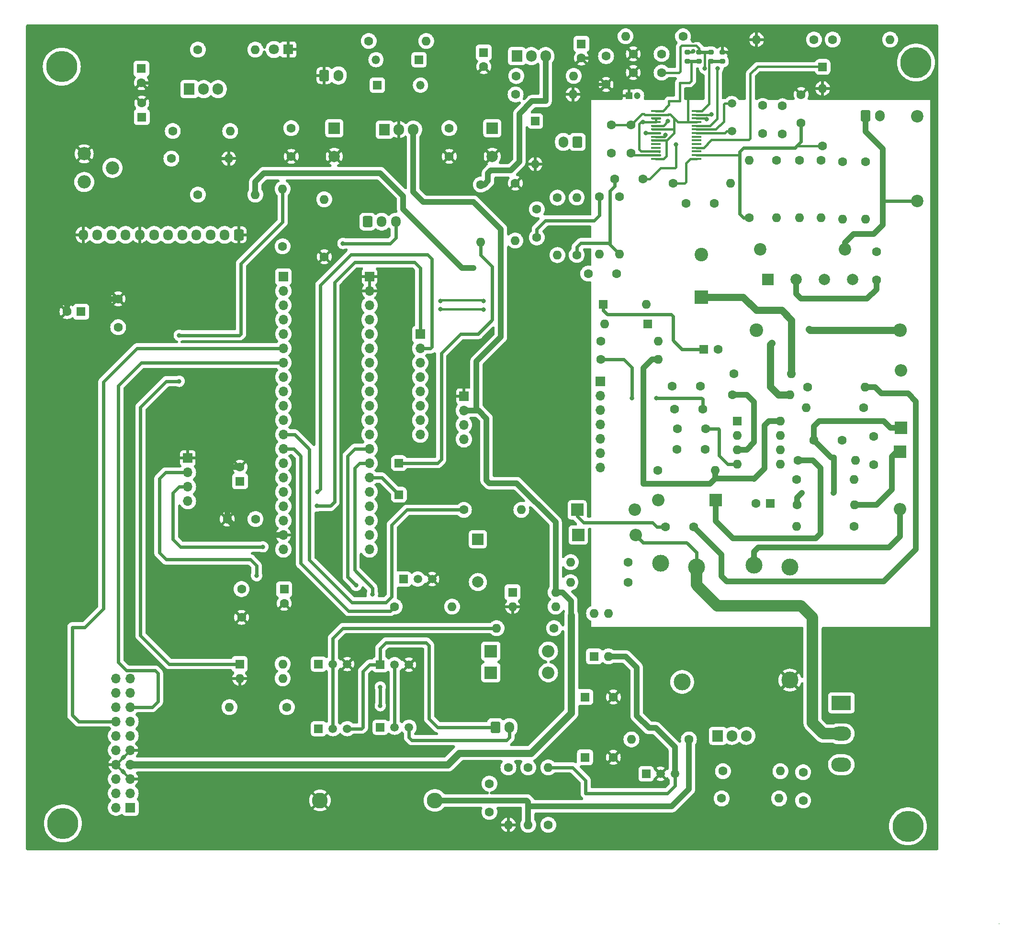
<source format=gbr>
%TF.GenerationSoftware,KiCad,Pcbnew,(6.99.0-1031-g46d719ed42)*%
%TF.CreationDate,2022-09-13T13:50:49+01:00*%
%TF.ProjectId,EnAcess PCB,456e4163-6573-4732-9050-43422e6b6963,rev?*%
%TF.SameCoordinates,Original*%
%TF.FileFunction,Copper,L1,Top*%
%TF.FilePolarity,Positive*%
%FSLAX46Y46*%
G04 Gerber Fmt 4.6, Leading zero omitted, Abs format (unit mm)*
G04 Created by KiCad (PCBNEW (6.99.0-1031-g46d719ed42)) date 2022-09-13 13:50:49*
%MOMM*%
%LPD*%
G01*
G04 APERTURE LIST*
G04 Aperture macros list*
%AMRoundRect*
0 Rectangle with rounded corners*
0 $1 Rounding radius*
0 $2 $3 $4 $5 $6 $7 $8 $9 X,Y pos of 4 corners*
0 Add a 4 corners polygon primitive as box body*
4,1,4,$2,$3,$4,$5,$6,$7,$8,$9,$2,$3,0*
0 Add four circle primitives for the rounded corners*
1,1,$1+$1,$2,$3*
1,1,$1+$1,$4,$5*
1,1,$1+$1,$6,$7*
1,1,$1+$1,$8,$9*
0 Add four rect primitives between the rounded corners*
20,1,$1+$1,$2,$3,$4,$5,0*
20,1,$1+$1,$4,$5,$6,$7,0*
20,1,$1+$1,$6,$7,$8,$9,0*
20,1,$1+$1,$8,$9,$2,$3,0*%
G04 Aperture macros list end*
%TA.AperFunction,NonConductor*%
%ADD10C,0.200000*%
%TD*%
%TA.AperFunction,ComponentPad*%
%ADD11RoundRect,0.250000X-0.550000X-0.550000X0.550000X-0.550000X0.550000X0.550000X-0.550000X0.550000X0*%
%TD*%
%TA.AperFunction,ComponentPad*%
%ADD12C,2.200000*%
%TD*%
%TA.AperFunction,ComponentPad*%
%ADD13C,1.600000*%
%TD*%
%TA.AperFunction,ComponentPad*%
%ADD14RoundRect,0.250000X-0.600000X-0.750000X0.600000X-0.750000X0.600000X0.750000X-0.600000X0.750000X0*%
%TD*%
%TA.AperFunction,ComponentPad*%
%ADD15O,1.700000X2.000000*%
%TD*%
%TA.AperFunction,ComponentPad*%
%ADD16R,2.200000X2.200000*%
%TD*%
%TA.AperFunction,ComponentPad*%
%ADD17O,2.200000X2.200000*%
%TD*%
%TA.AperFunction,ComponentPad*%
%ADD18R,1.500000X1.500000*%
%TD*%
%TA.AperFunction,ComponentPad*%
%ADD19C,1.500000*%
%TD*%
%TA.AperFunction,ComponentPad*%
%ADD20O,1.600000X1.600000*%
%TD*%
%TA.AperFunction,ComponentPad*%
%ADD21R,2.000000X2.000000*%
%TD*%
%TA.AperFunction,ComponentPad*%
%ADD22C,2.000000*%
%TD*%
%TA.AperFunction,ComponentPad*%
%ADD23R,1.700000X1.700000*%
%TD*%
%TA.AperFunction,ComponentPad*%
%ADD24O,1.700000X1.700000*%
%TD*%
%TA.AperFunction,ComponentPad*%
%ADD25R,1.600000X1.600000*%
%TD*%
%TA.AperFunction,ComponentPad*%
%ADD26R,3.500000X2.500000*%
%TD*%
%TA.AperFunction,ComponentPad*%
%ADD27O,3.500000X2.500000*%
%TD*%
%TA.AperFunction,SMDPad,CuDef*%
%ADD28RoundRect,0.200000X0.275000X-0.200000X0.275000X0.200000X-0.275000X0.200000X-0.275000X-0.200000X0*%
%TD*%
%TA.AperFunction,ComponentPad*%
%ADD29C,3.600000*%
%TD*%
%TA.AperFunction,ConnectorPad*%
%ADD30C,5.500000*%
%TD*%
%TA.AperFunction,ComponentPad*%
%ADD31C,2.340000*%
%TD*%
%TA.AperFunction,ComponentPad*%
%ADD32RoundRect,0.250000X0.600000X0.725000X-0.600000X0.725000X-0.600000X-0.725000X0.600000X-0.725000X0*%
%TD*%
%TA.AperFunction,ComponentPad*%
%ADD33O,1.700000X1.950000*%
%TD*%
%TA.AperFunction,ComponentPad*%
%ADD34C,3.000000*%
%TD*%
%TA.AperFunction,ComponentPad*%
%ADD35C,0.100000*%
%TD*%
%TA.AperFunction,ComponentPad*%
%ADD36R,1.200000X1.200000*%
%TD*%
%TA.AperFunction,ComponentPad*%
%ADD37C,1.200000*%
%TD*%
%TA.AperFunction,ComponentPad*%
%ADD38O,1.500000X1.500000*%
%TD*%
%TA.AperFunction,ComponentPad*%
%ADD39C,2.800000*%
%TD*%
%TA.AperFunction,ComponentPad*%
%ADD40O,2.800000X2.800000*%
%TD*%
%TA.AperFunction,ComponentPad*%
%ADD41R,1.800000X1.800000*%
%TD*%
%TA.AperFunction,ComponentPad*%
%ADD42C,1.800000*%
%TD*%
%TA.AperFunction,ComponentPad*%
%ADD43RoundRect,0.250000X0.600000X0.750000X-0.600000X0.750000X-0.600000X-0.750000X0.600000X-0.750000X0*%
%TD*%
%TA.AperFunction,ComponentPad*%
%ADD44R,1.905000X2.000000*%
%TD*%
%TA.AperFunction,ComponentPad*%
%ADD45O,1.905000X2.000000*%
%TD*%
%TA.AperFunction,SMDPad,CuDef*%
%ADD46R,1.750000X0.450000*%
%TD*%
%TA.AperFunction,ComponentPad*%
%ADD47RoundRect,0.250000X-0.600000X-0.725000X0.600000X-0.725000X0.600000X0.725000X-0.600000X0.725000X0*%
%TD*%
%TA.AperFunction,ComponentPad*%
%ADD48C,2.400000*%
%TD*%
%TA.AperFunction,ComponentPad*%
%ADD49O,2.400000X2.400000*%
%TD*%
%TA.AperFunction,ComponentPad*%
%ADD50R,2.400000X2.400000*%
%TD*%
%TA.AperFunction,ViaPad*%
%ADD51C,0.800000*%
%TD*%
%TA.AperFunction,Conductor*%
%ADD52C,1.000000*%
%TD*%
%TA.AperFunction,Conductor*%
%ADD53C,0.600000*%
%TD*%
%TA.AperFunction,Conductor*%
%ADD54C,0.400000*%
%TD*%
%TA.AperFunction,Conductor*%
%ADD55C,1.300000*%
%TD*%
%TA.AperFunction,Conductor*%
%ADD56C,2.000000*%
%TD*%
G04 APERTURE END LIST*
D10*
X185369201Y-172720000D02*
G75*
G03*
X185369201Y-172720000I-1J0D01*
G01*
D11*
%TO.P,J16,1,Pin_1*%
%TO.N,Net-(R46-Pad2)*%
X79248000Y-91186000D03*
%TD*%
%TO.P,J15,1,Pin_1*%
%TO.N,Net-(J5-Pin_15)*%
X79248000Y-96774000D03*
%TD*%
D12*
%TO.P,C43,1*%
%TO.N,NEUT*%
X170942000Y-29838000D03*
%TO.P,C43,2*%
%TO.N,LINE*%
X170942000Y-44838000D03*
%TD*%
D13*
%TO.P,C42,1*%
%TO.N,Net-(J10-Pin_2)*%
X103632000Y-51268000D03*
%TO.P,C42,2*%
%TO.N,Net-(J10-Pin_1)*%
X103632000Y-46268000D03*
%TD*%
D14*
%TO.P,J13,1,Pin_1*%
%TO.N,GND*%
X66040000Y-22606000D03*
D15*
%TO.P,J13,2,Pin_2*%
%TO.N,Net-(D4-A)*%
X68539999Y-22605999D03*
%TD*%
D16*
%TO.P,D7,1,K*%
%TO.N,12V_S*%
X95503999Y-128269999D03*
D17*
%TO.P,D7,2,A*%
%TO.N,Net-(D19-K)*%
X105663999Y-128269999D03*
%TD*%
D18*
%TO.P,Q4,1,C*%
%TO.N,Net-(J7-Pin_1)*%
X75945999Y-126851999D03*
D19*
%TO.P,Q4,2,B*%
%TO.N,con B*%
X78486000Y-126852000D03*
%TO.P,Q4,3,E*%
%TO.N,GND*%
X81026000Y-126852000D03*
%TD*%
D18*
%TO.P,Q1,1,C*%
%TO.N,+12V*%
X65023999Y-138175999D03*
D19*
%TO.P,Q1,2,B*%
%TO.N,con A*%
X67564000Y-138176000D03*
%TO.P,Q1,3,E*%
%TO.N,Net-(J7-Pin_1)*%
X70104000Y-138176000D03*
%TD*%
D13*
%TO.P,R31,1*%
%TO.N,Net-(U1-CS)*%
X138263000Y-79095600D03*
D20*
%TO.P,R31,2*%
%TO.N,Net-(Q3-S)*%
X148422999Y-79095599D03*
%TD*%
D13*
%TO.P,C15,1*%
%TO.N,+5V*%
X51409600Y-113476400D03*
%TO.P,C15,2*%
%TO.N,GND*%
X51409600Y-118476400D03*
%TD*%
%TO.P,R24,1*%
%TO.N,Net-(U6-REF)*%
X102108000Y-145034000D03*
D20*
%TO.P,R24,2*%
%TO.N,Net-(D19-K)*%
X102107999Y-155193999D03*
%TD*%
D21*
%TO.P,C20,1*%
%TO.N,+12V*%
X67817999Y-31932999D03*
D22*
%TO.P,C20,2*%
%TO.N,GND*%
X67818000Y-36933000D03*
%TD*%
D23*
%TO.P,J6,1,Pin_1*%
%TO.N,REL_b*%
X58800999Y-58191399D03*
D24*
%TO.P,J6,2,Pin_2*%
%TO.N,Net-(J2-Pin_3)*%
X58800999Y-60731399D03*
%TO.P,J6,3,Pin_3*%
%TO.N,Net-(J2-Pin_4)*%
X58800999Y-63271399D03*
%TO.P,J6,4,Pin_4*%
%TO.N,Net-(J2-Pin_5)*%
X58800999Y-65811399D03*
%TO.P,J6,5,Pin_5*%
%TO.N,Net-(J2-Pin_6)*%
X58800999Y-68351399D03*
%TO.P,J6,6,Pin_6*%
%TO.N,TX1*%
X58800999Y-70891399D03*
%TO.P,J6,7,Pin_7*%
%TO.N,RX1*%
X58800999Y-73431399D03*
%TO.P,J6,8,Pin_8*%
%TO.N,unconnected-(J6-Pin_8)*%
X58800999Y-75971399D03*
%TO.P,J6,9,Pin_9*%
%TO.N,unconnected-(J6-Pin_9)*%
X58800999Y-78511399D03*
%TO.P,J6,10,Pin_10*%
%TO.N,Net-(J2-Pin_7)*%
X58800999Y-81051399D03*
%TO.P,J6,11,Pin_11*%
%TO.N,Net-(J2-Pin_9)*%
X58800999Y-83591399D03*
%TO.P,J6,12,Pin_12*%
%TO.N,REL_a*%
X58800999Y-86131399D03*
%TO.P,J6,13,Pin_13*%
%TO.N,buz*%
X58800999Y-88671399D03*
%TO.P,J6,14,Pin_14*%
%TO.N,SDA*%
X58800999Y-91211399D03*
%TO.P,J6,15,Pin_15*%
%TO.N,SCl*%
X58800999Y-93751399D03*
%TO.P,J6,16,Pin_16*%
%TO.N,KPR2*%
X58800999Y-96291399D03*
%TO.P,J6,17,Pin_17*%
%TO.N,KPR1*%
X58800999Y-98831399D03*
%TO.P,J6,18,Pin_18*%
%TO.N,+5V*%
X58800999Y-101371399D03*
%TO.P,J6,19,Pin_19*%
%TO.N,GND*%
X58800999Y-103911399D03*
%TO.P,J6,20,Pin_20*%
%TO.N,unconnected-(J6-Pin_20)*%
X58800999Y-106451399D03*
%TD*%
D25*
%TO.P,C26,1*%
%TO.N,Net-(D17-K)*%
X144881599Y-98297999D03*
D13*
%TO.P,C26,2*%
%TO.N,Net-(D11--)*%
X142381600Y-98298000D03*
%TD*%
%TO.P,C8,1*%
%TO.N,+12V*%
X60198000Y-31933000D03*
%TO.P,C8,2*%
%TO.N,GND*%
X60198000Y-36933000D03*
%TD*%
%TO.P,TH1,1*%
%TO.N,NEUT*%
X163677600Y-53761000D03*
%TO.P,TH1,2*%
%TO.N,Net-(C10-Pad2)*%
X163677600Y-58761000D03*
%TD*%
D26*
%TO.P,Q3,1,G*%
%TO.N,Net-(Q3-G)*%
X157479999Y-133603999D03*
D27*
%TO.P,Q3,2,D*%
%TO.N,Net-(D15-A)*%
X157479999Y-139078999D03*
%TO.P,Q3,3,S*%
%TO.N,Net-(Q3-S)*%
X157479999Y-144553999D03*
%TD*%
D13*
%TO.P,R11,1*%
%TO.N,Net-(R11-Pad1)*%
X106680000Y-120396000D03*
D20*
%TO.P,R11,2*%
%TO.N,con A*%
X96519999Y-120395999D03*
%TD*%
D13*
%TO.P,C39,1*%
%TO.N,Net-(U8-VN)*%
X130048000Y-45212000D03*
%TO.P,C39,2*%
%TO.N,GND*%
X135048000Y-45212000D03*
%TD*%
%TO.P,R17,1*%
%TO.N,GND*%
X66040000Y-54686200D03*
D20*
%TO.P,R17,2*%
%TO.N,Net-(J9-Pin_1)*%
X66039999Y-44526199D03*
%TD*%
D13*
%TO.P,R12,1*%
%TO.N,LINE*%
X161798000Y-37846000D03*
D20*
%TO.P,R12,2*%
%TO.N,Net-(R12-Pad2)*%
X161797999Y-48005999D03*
%TD*%
D28*
%TO.P,R50,1*%
%TO.N,mmd1*%
X130302000Y-20129000D03*
%TO.P,R50,2*%
%TO.N,GND*%
X130302000Y-18479000D03*
%TD*%
D29*
%TO.P,H3,1*%
%TO.N,N/C*%
X169265600Y-155448000D03*
D30*
X169265600Y-155448000D03*
%TD*%
D18*
%TO.P,U6,1,REF*%
%TO.N,Net-(U6-REF)*%
X122961399Y-146155999D03*
D19*
%TO.P,U6,2,A*%
%TO.N,GND*%
X125501400Y-146156000D03*
%TO.P,U6,3,K*%
%TO.N,Net-(U6-K)*%
X128041400Y-146156000D03*
%TD*%
D13*
%TO.P,C27,1*%
%TO.N,Net-(D11-+)*%
X131368800Y-102463600D03*
%TO.P,C27,2*%
%TO.N,Net-(D15-K)*%
X126368800Y-102463600D03*
%TD*%
D23*
%TO.P,J1,1,Pin_1*%
%TO.N,GND*%
X90728799Y-79349599D03*
D24*
%TO.P,J1,2,Pin_2*%
%TO.N,+5V*%
X90728799Y-81889599D03*
%TO.P,J1,3,Pin_3*%
%TO.N,SCl*%
X90728799Y-84429599D03*
%TO.P,J1,4,Pin_4*%
%TO.N,SDA*%
X90728799Y-86969599D03*
%TD*%
D25*
%TO.P,U9,1*%
%TO.N,Net-(R52-Pad2)*%
X51063999Y-126740999D03*
D20*
%TO.P,U9,2*%
%TO.N,GND*%
X51063999Y-129280999D03*
%TO.P,U9,3*%
%TO.N,Net-(R53-Pad1)*%
X58683999Y-129280999D03*
%TO.P,U9,4*%
%TO.N,+5V*%
X58683999Y-126740999D03*
%TD*%
D25*
%TO.P,D12,1,K*%
%TO.N,Net-(D12-K)*%
X123266199Y-66547999D03*
D20*
%TO.P,D12,2,A*%
%TO.N,Net-(D12-A)*%
X115646199Y-66547999D03*
%TD*%
D13*
%TO.P,R45,1*%
%TO.N,Net-(U8-VN)*%
X127762000Y-41656000D03*
D20*
%TO.P,R45,2*%
%TO.N,GND*%
X137921999Y-41655999D03*
%TD*%
D18*
%TO.P,Q2,1,C*%
%TO.N,Net-(BZ1-+)*%
X80035399Y-111713599D03*
D19*
%TO.P,Q2,2,B*%
%TO.N,Net-(Q2-B)*%
X82575400Y-111713600D03*
%TO.P,Q2,3,E*%
%TO.N,GND*%
X85115400Y-111713600D03*
%TD*%
D14*
%TO.P,J8,1,Pin_1*%
%TO.N,LINE*%
X161798000Y-29718000D03*
D15*
%TO.P,J8,2,Pin_2*%
%TO.N,NEUT*%
X164297999Y-29717999D03*
%TD*%
D13*
%TO.P,C37,1*%
%TO.N,GND*%
X120690000Y-22098000D03*
%TO.P,C37,2*%
%TO.N,+3V3*%
X125690000Y-22098000D03*
%TD*%
%TO.P,R23,1*%
%TO.N,Net-(D17-A)*%
X161417000Y-81356200D03*
D20*
%TO.P,R23,2*%
%TO.N,Net-(R22-Pad1)*%
X151256999Y-81356199D03*
%TD*%
D13*
%TO.P,R34,1*%
%TO.N,Net-(D12-A)*%
X114935000Y-69646800D03*
D20*
%TO.P,R34,2*%
%TO.N,Net-(D12-K)*%
X125094999Y-69646799D03*
%TD*%
D31*
%TO.P,RV2,1,1*%
%TO.N,+5V*%
X23575000Y-41461200D03*
%TO.P,RV2,2,2*%
%TO.N,Net-(J2-Pin_10)*%
X28575000Y-38961200D03*
%TO.P,RV2,3,3*%
%TO.N,GND*%
X23575000Y-36461200D03*
%TD*%
D25*
%TO.P,C5,1*%
%TO.N,+5V*%
X23037799Y-64388999D03*
D13*
%TO.P,C5,2*%
%TO.N,GND*%
X20537800Y-64389000D03*
%TD*%
D32*
%TO.P,J2,1,Pin_1*%
%TO.N,GND*%
X50912400Y-50800000D03*
D33*
%TO.P,J2,2,Pin_2*%
%TO.N,Net-(J2-Pin_2)*%
X48412399Y-50799999D03*
%TO.P,J2,3,Pin_3*%
%TO.N,Net-(J2-Pin_3)*%
X45912399Y-50799999D03*
%TO.P,J2,4,Pin_4*%
%TO.N,Net-(J2-Pin_4)*%
X43412399Y-50799999D03*
%TO.P,J2,5,Pin_5*%
%TO.N,Net-(J2-Pin_5)*%
X40912399Y-50799999D03*
%TO.P,J2,6,Pin_6*%
%TO.N,Net-(J2-Pin_6)*%
X38412399Y-50799999D03*
%TO.P,J2,7,Pin_7*%
%TO.N,Net-(J2-Pin_7)*%
X35912399Y-50799999D03*
%TO.P,J2,8,Pin_8*%
%TO.N,GND*%
X33412399Y-50799999D03*
%TO.P,J2,9,Pin_9*%
%TO.N,Net-(J2-Pin_9)*%
X30912399Y-50799999D03*
%TO.P,J2,10,Pin_10*%
%TO.N,Net-(J2-Pin_10)*%
X28412399Y-50799999D03*
%TO.P,J2,11,Pin_11*%
%TO.N,+5V*%
X25912399Y-50799999D03*
%TO.P,J2,12,Pin_12*%
%TO.N,GND*%
X23412399Y-50799999D03*
%TD*%
D34*
%TO.P,TR1,6*%
%TO.N,Net-(D11--)*%
X148379200Y-109583200D03*
%TO.P,TR1,5*%
%TO.N,Net-(D14-A)*%
X142029200Y-109263200D03*
%TO.P,TR1,4*%
%TO.N,Net-(D15-A)*%
X131869200Y-109583200D03*
%TO.P,TR1,3*%
%TO.N,Net-(D11-+)*%
X125519200Y-108948200D03*
%TO.P,TR1,2*%
%TO.N,GND*%
X148379200Y-129583200D03*
%TO.P,TR1,1*%
%TO.N,Net-(D19-A)*%
X129329200Y-129903200D03*
D35*
%TO.P,TR1, *%
%TO.N,N/C*%
X149014200Y-108948200D03*
X144014200Y-108948200D03*
X139014200Y-108948200D03*
%TD*%
D13*
%TO.P,C40,1*%
%TO.N,Net-(U8-OSCO)*%
X143586200Y-32893000D03*
%TO.P,C40,2*%
%TO.N,GND*%
X143586200Y-27893000D03*
%TD*%
%TO.P,C12,1*%
%TO.N,+3V3*%
X115874800Y-19191600D03*
%TO.P,C12,2*%
%TO.N,GND*%
X115874800Y-24191600D03*
%TD*%
%TO.P,R27,1*%
%TO.N,Net-(D11--)*%
X138480800Y-75412600D03*
D20*
%TO.P,R27,2*%
%TO.N,Net-(D11-+)*%
X148640799Y-75412599D03*
%TD*%
D13*
%TO.P,R37,1*%
%TO.N,Net-(D19-K)*%
X136550400Y-145694400D03*
D20*
%TO.P,R37,2*%
%TO.N,Net-(C17-Pad1)*%
X146710399Y-145694399D03*
%TD*%
D25*
%TO.P,C31,1*%
%TO.N,Net-(D12-A)*%
X133160887Y-71043799D03*
D13*
%TO.P,C31,2*%
%TO.N,Net-(D11--)*%
X135660888Y-71043800D03*
%TD*%
%TO.P,C32,1*%
%TO.N,Net-(C29-Pad2)*%
X117388000Y-40894000D03*
%TO.P,C32,2*%
%TO.N,I2N*%
X122388000Y-40894000D03*
%TD*%
D25*
%TO.P,C21,1*%
%TO.N,12V_S*%
X33756599Y-29971999D03*
D13*
%TO.P,C21,2*%
%TO.N,GND*%
X33756600Y-27472000D03*
%TD*%
D21*
%TO.P,C4,1*%
%TO.N,+5V*%
X95757999Y-31932999D03*
D22*
%TO.P,C4,2*%
%TO.N,GND*%
X95758000Y-36933000D03*
%TD*%
D13*
%TO.P,C23,1*%
%TO.N,Net-(D17-K)*%
X152628600Y-87147400D03*
%TO.P,C23,2*%
%TO.N,Net-(D11--)*%
X157628600Y-87147400D03*
%TD*%
%TO.P,C38,1*%
%TO.N,VP*%
X150368000Y-30988000D03*
%TO.P,C38,2*%
%TO.N,GND*%
X150368000Y-25988000D03*
%TD*%
%TO.P,R52,1*%
%TO.N,REL_b*%
X58674000Y-52832000D03*
D20*
%TO.P,R52,2*%
%TO.N,Net-(R52-Pad2)*%
X58673999Y-42671999D03*
%TD*%
D13*
%TO.P,R19,1*%
%TO.N,Net-(U6-REF)*%
X98602800Y-145034000D03*
D20*
%TO.P,R19,2*%
%TO.N,GND*%
X98602799Y-155193999D03*
%TD*%
D16*
%TO.P,D14,1,K*%
%TO.N,Net-(D14-K)*%
X167893999Y-89204799D03*
D17*
%TO.P,D14,2,A*%
%TO.N,Net-(D14-A)*%
X167893999Y-99364799D03*
%TD*%
D13*
%TO.P,R47,1*%
%TO.N,GND*%
X99822000Y-41656000D03*
D20*
%TO.P,R47,2*%
%TO.N,Net-(R46-Pad2)*%
X99821999Y-51815999D03*
%TD*%
D13*
%TO.P,R43,1*%
%TO.N,VP*%
X141224000Y-47752000D03*
D20*
%TO.P,R43,2*%
%TO.N,Net-(R42-Pad1)*%
X141223999Y-37591999D03*
%TD*%
D23*
%TO.P,J12,1,Pin_1*%
%TO.N,GND*%
X41909999Y-90306999D03*
D24*
%TO.P,J12,2,Pin_2*%
%TO.N,TX2*%
X41909999Y-92846999D03*
%TO.P,J12,3,Pin_3*%
%TO.N,RX2*%
X41909999Y-95386999D03*
%TO.P,J12,4,Pin_4*%
%TO.N,+5V*%
X41909999Y-97926999D03*
%TD*%
D29*
%TO.P,H4,1*%
%TO.N,N/C*%
X19812000Y-154940000D03*
D30*
X19812000Y-154940000D03*
%TD*%
D16*
%TO.P,D16,1,K*%
%TO.N,Net-(D15-K)*%
X110794799Y-99466399D03*
D17*
%TO.P,D16,2,A*%
%TO.N,Net-(D15-A)*%
X120954799Y-99466399D03*
%TD*%
D13*
%TO.P,R9,1*%
%TO.N,Net-(J10-Pin_2)*%
X114706400Y-44069000D03*
D20*
%TO.P,R9,2*%
%TO.N,I2P*%
X114706399Y-54228999D03*
%TD*%
D13*
%TO.P,R5,1*%
%TO.N,Net-(U7-ADJ)*%
X99999800Y-22682200D03*
D20*
%TO.P,R5,2*%
%TO.N,+3V3*%
X110159799Y-22682199D03*
%TD*%
D13*
%TO.P,R36,1*%
%TO.N,Net-(D19-K)*%
X130530600Y-140081000D03*
D20*
%TO.P,R36,2*%
%TO.N,Net-(R36-Pad2)*%
X120370599Y-140080999D03*
%TD*%
D36*
%TO.P,C35,1*%
%TO.N,GND*%
X119911999Y-26161999D03*
D37*
%TO.P,C35,2*%
%TO.N,+3V3*%
X121412000Y-26162000D03*
%TD*%
D30*
%TO.P,H1,1*%
%TO.N,N/C*%
X170688000Y-20320000D03*
D29*
X170688000Y-20320000D03*
%TD*%
D13*
%TO.P,R16,1*%
%TO.N,AVDD*%
X129489200Y-15671800D03*
D20*
%TO.P,R16,2*%
%TO.N,+3V3*%
X119329199Y-15671799D03*
%TD*%
D25*
%TO.P,C2,1*%
%TO.N,+3V3*%
X94233999Y-18541999D03*
D13*
%TO.P,C2,2*%
%TO.N,GND*%
X94234000Y-21042000D03*
%TD*%
D12*
%TO.P,C10,1*%
%TO.N,LINE*%
X158122000Y-53340000D03*
%TO.P,C10,2*%
%TO.N,Net-(C10-Pad2)*%
X143122000Y-53340000D03*
%TD*%
D13*
%TO.P,R28,1*%
%TO.N,Net-(D11--)*%
X149606000Y-94107000D03*
D20*
%TO.P,R28,2*%
%TO.N,Net-(Q3-G)*%
X159765999Y-94106999D03*
%TD*%
D18*
%TO.P,D2,1,K*%
%TO.N,+12V*%
X75432999Y-24312999D03*
D38*
%TO.P,D2,2,A*%
%TO.N,+5V*%
X83052999Y-24312999D03*
%TD*%
D13*
%TO.P,R15,1*%
%TO.N,Net-(R15-Pad1)*%
X157734000Y-37846000D03*
D20*
%TO.P,R15,2*%
%TO.N,Net-(R12-Pad2)*%
X157733999Y-48005999D03*
%TD*%
D18*
%TO.P,Q5,1,C*%
%TO.N,+12V*%
X75945999Y-137921999D03*
D19*
%TO.P,Q5,2,B*%
%TO.N,con B*%
X78486000Y-137922000D03*
%TO.P,Q5,3,E*%
%TO.N,Net-(J7-Pin_2)*%
X81026000Y-137922000D03*
%TD*%
D13*
%TO.P,R33,1*%
%TO.N,Net-(C7-Pad1)*%
X105664000Y-155194000D03*
D20*
%TO.P,R33,2*%
%TO.N,Net-(U6-K)*%
X105663999Y-145033999D03*
%TD*%
D25*
%TO.P,U1,1,COMP*%
%TO.N,Net-(D18-A)*%
X139085799Y-83728399D03*
D20*
%TO.P,U1,2,FB*%
%TO.N,Net-(D11--)*%
X139085799Y-86268399D03*
%TO.P,U1,3,CS*%
%TO.N,Net-(U1-CS)*%
X139085799Y-88808399D03*
%TO.P,U1,4,RC*%
%TO.N,Net-(U1-RC)*%
X139085799Y-91348399D03*
%TO.P,U1,5,GND*%
%TO.N,Net-(D11--)*%
X146705799Y-91348399D03*
%TO.P,U1,6,OUT*%
%TO.N,Net-(D3-K)*%
X146705799Y-88808399D03*
%TO.P,U1,7,VCC*%
%TO.N,Net-(D17-K)*%
X146705799Y-86268399D03*
%TO.P,U1,8,VREF*%
%TO.N,Net-(D12-K)*%
X146705799Y-83728399D03*
%TD*%
D13*
%TO.P,R1,1*%
%TO.N,buz*%
X78486000Y-116586000D03*
D20*
%TO.P,R1,2*%
%TO.N,Net-(Q2-B)*%
X88645999Y-116585999D03*
%TD*%
D13*
%TO.P,C11,1*%
%TO.N,+5V*%
X53873400Y-101092000D03*
%TO.P,C11,2*%
%TO.N,GND*%
X48873400Y-101092000D03*
%TD*%
D39*
%TO.P,R18,1*%
%TO.N,GND*%
X65278000Y-150876000D03*
D40*
%TO.P,R18,2*%
%TO.N,Net-(D19-K)*%
X85597999Y-150875999D03*
%TD*%
D13*
%TO.P,R29,1*%
%TO.N,Net-(D3-K)*%
X149834600Y-90728800D03*
D20*
%TO.P,R29,2*%
%TO.N,Net-(Q3-G)*%
X159994599Y-90728799D03*
%TD*%
D13*
%TO.P,R20,1*%
%TO.N,Net-(D11-+)*%
X119735600Y-112268000D03*
D20*
%TO.P,R20,2*%
%TO.N,Net-(D15-K)*%
X109575599Y-112267999D03*
%TD*%
D14*
%TO.P,J7,1,Pin_1*%
%TO.N,Net-(J7-Pin_1)*%
X96286000Y-137914500D03*
D15*
%TO.P,J7,2,Pin_2*%
%TO.N,Net-(J7-Pin_2)*%
X98785999Y-137914499D03*
%TD*%
D41*
%TO.P,D1,1,K*%
%TO.N,GND*%
X59694999Y-18008599D03*
D42*
%TO.P,D1,2,A*%
%TO.N,Net-(D1-A)*%
X57155000Y-18008600D03*
%TD*%
D13*
%TO.P,R53,1*%
%TO.N,Net-(R53-Pad1)*%
X59436000Y-134366000D03*
D20*
%TO.P,R53,2*%
%TO.N,con B*%
X49275999Y-134365999D03*
%TD*%
D13*
%TO.P,R3,1*%
%TO.N,12V_S*%
X43688000Y-18034000D03*
D20*
%TO.P,R3,2*%
%TO.N,Net-(D1-A)*%
X53847999Y-18033999D03*
%TD*%
D25*
%TO.P,C3,1*%
%TO.N,+5V*%
X58953399Y-113512522D03*
D13*
%TO.P,C3,2*%
%TO.N,GND*%
X58953400Y-116012523D03*
%TD*%
D43*
%TO.P,J10,1,Pin_1*%
%TO.N,Net-(J10-Pin_1)*%
X110805600Y-34366200D03*
D15*
%TO.P,J10,2,Pin_2*%
%TO.N,Net-(J10-Pin_2)*%
X108305599Y-34366199D03*
%TD*%
D13*
%TO.P,C41,1*%
%TO.N,GND*%
X147066000Y-27965400D03*
%TO.P,C41,2*%
%TO.N,Net-(U8-OSCI)*%
X147066000Y-32965400D03*
%TD*%
D23*
%TO.P,J11,1,Pin_1*%
%TO.N,unconnected-(J11-Pin_1)*%
X114832999Y-76727999D03*
D24*
%TO.P,J11,2,Pin_2*%
%TO.N,unconnected-(J11-Pin_2)*%
X114832999Y-79267999D03*
%TO.P,J11,3,Pin_3*%
%TO.N,unconnected-(J11-Pin_3)*%
X114832999Y-81807999D03*
%TO.P,J11,4,Pin_4*%
%TO.N,unconnected-(J11-Pin_4)*%
X114832999Y-84347999D03*
%TO.P,J11,5,Pin_5*%
%TO.N,unconnected-(J11-Pin_5)*%
X114832999Y-86887999D03*
%TO.P,J11,6,Pin_6*%
%TO.N,unconnected-(J11-Pin_6)*%
X114832999Y-89427999D03*
%TO.P,J11,7,Pin_7*%
%TO.N,unconnected-(J11-Pin_7)*%
X114832999Y-91967999D03*
%TD*%
D13*
%TO.P,C22,1*%
%TO.N,Net-(U1-RC)*%
X128437000Y-88798400D03*
%TO.P,C22,2*%
%TO.N,Net-(D11--)*%
X133437000Y-88798400D03*
%TD*%
%TO.P,R54,1*%
%TO.N,Net-(R54-Pad1)*%
X155956000Y-16256000D03*
D20*
%TO.P,R54,2*%
%TO.N,NEUT*%
X166115999Y-16255999D03*
%TD*%
D16*
%TO.P,D17,1,K*%
%TO.N,Net-(D17-K)*%
X168046399Y-84937599D03*
D17*
%TO.P,D17,2,A*%
%TO.N,Net-(D17-A)*%
X168046399Y-74777599D03*
%TD*%
D13*
%TO.P,R41,1*%
%TO.N,Net-(R40-Pad1)*%
X150114000Y-37592000D03*
D20*
%TO.P,R41,2*%
%TO.N,Net-(R41-Pad2)*%
X150113999Y-47751999D03*
%TD*%
D16*
%TO.P,D3,1,K*%
%TO.N,Net-(D3-K)*%
X135229599Y-97713799D03*
D17*
%TO.P,D3,2,A*%
%TO.N,Net-(D11--)*%
X125069599Y-97713799D03*
%TD*%
D28*
%TO.P,R51,1*%
%TO.N,mmd0*%
X136461000Y-20129000D03*
%TO.P,R51,2*%
%TO.N,GND*%
X136461000Y-18479000D03*
%TD*%
D13*
%TO.P,R4,1*%
%TO.N,REL_a*%
X90728800Y-99466400D03*
D20*
%TO.P,R4,2*%
%TO.N,Net-(R4-Pad2)*%
X100888799Y-99466399D03*
%TD*%
D29*
%TO.P,H1,1*%
%TO.N,N/C*%
X19608800Y-21056600D03*
D30*
X19608800Y-21056600D03*
%TD*%
D25*
%TO.P,U4,1*%
%TO.N,Net-(R36-Pad2)*%
X113761599Y-125389799D03*
D20*
%TO.P,U4,2*%
%TO.N,Net-(U6-K)*%
X116301599Y-125389799D03*
%TO.P,U4,3*%
%TO.N,Net-(D11--)*%
X116301599Y-117769799D03*
%TO.P,U4,4*%
%TO.N,Net-(D18-A)*%
X113761599Y-117769799D03*
%TD*%
D13*
%TO.P,C34,1*%
%TO.N,Net-(U8-VREF)*%
X116789200Y-36322000D03*
%TO.P,C34,2*%
%TO.N,GND*%
X116789200Y-31322000D03*
%TD*%
D44*
%TO.P,U5,1,ADJ*%
%TO.N,Net-(U5-ADJ)*%
X42163999Y-25024199D03*
D45*
%TO.P,U5,2,VO*%
%TO.N,+4V*%
X44703999Y-25024199D03*
%TO.P,U5,3,VI*%
%TO.N,12V_S*%
X47243999Y-25024199D03*
%TD*%
D19*
%TO.P,8.192MHz1,1,1*%
%TO.N,Net-(U8-OSCO)*%
X138125200Y-27572800D03*
%TO.P,8.192MHz1,2,2*%
%TO.N,Net-(U8-OSCI)*%
X138125200Y-32472800D03*
%TD*%
D13*
%TO.P,R32,1*%
%TO.N,Net-(U1-RC)*%
X125044200Y-92506800D03*
D20*
%TO.P,R32,2*%
%TO.N,Net-(D12-K)*%
X135204199Y-92506799D03*
%TD*%
D46*
%TO.P,U8,1,MMD1*%
%TO.N,mmd1*%
X124695399Y-28896599D03*
%TO.P,U8,2,DGND*%
%TO.N,GND*%
X124695399Y-29546599D03*
%TO.P,U8,3,DVDD*%
%TO.N,+3V3*%
X124695399Y-30196599D03*
%TO.P,U8,4,~{RESET}*%
X124695399Y-30846599D03*
%TO.P,U8,5,AVDD*%
%TO.N,AVDD*%
X124695399Y-31496599D03*
%TO.P,U8,6,AGND@0*%
%TO.N,GND*%
X124695399Y-32146599D03*
%TO.P,U8,7,I2P*%
%TO.N,I2P*%
X124695399Y-32796599D03*
%TO.P,U8,8,I2N*%
%TO.N,I2N*%
X124695399Y-33446599D03*
%TO.P,U8,9,~{RESV}*%
%TO.N,GND*%
X124695399Y-34096599D03*
%TO.P,U8,10,I1P*%
%TO.N,unconnected-(U8-I1P)*%
X124695399Y-34746599D03*
%TO.P,U8,11,I1N*%
%TO.N,unconnected-(U8-I1N)*%
X124695399Y-35396599D03*
%TO.P,U8,12,USEL*%
%TO.N,+3V3*%
X124695399Y-36046599D03*
%TO.P,U8,13,VREF*%
%TO.N,Net-(U8-VREF)*%
X124695399Y-36696599D03*
%TO.P,U8,14,AGND@1*%
%TO.N,GND*%
X124695399Y-37346599D03*
%TO.P,U8,15,VN*%
%TO.N,Net-(U8-VN)*%
X131895399Y-37346599D03*
%TO.P,U8,16,VP*%
%TO.N,VP*%
X131895399Y-36696599D03*
%TO.P,U8,17,WARNOUT*%
%TO.N,unconnected-(U8-WARNOUT)*%
X131895399Y-36046599D03*
%TO.P,U8,18,CF1*%
%TO.N,Net-(J14-Pin_1)*%
X131895399Y-35396599D03*
%TO.P,U8,19,CF2*%
%TO.N,unconnected-(U8-CF2)*%
X131895399Y-34746599D03*
%TO.P,U8,20,IRQ*%
%TO.N,unconnected-(U8-IRQ)*%
X131895399Y-34096599D03*
%TO.P,U8,21,ZX*%
%TO.N,unconnected-(U8-ZX)*%
X131895399Y-33446599D03*
%TO.P,U8,22,OSCI*%
%TO.N,Net-(U8-OSCI)*%
X131895399Y-32796599D03*
%TO.P,U8,23,OSCO*%
%TO.N,Net-(U8-OSCO)*%
X131895399Y-32146599D03*
%TO.P,U8,24,~{CS}*%
%TO.N,+3V3*%
X131895399Y-31496599D03*
%TO.P,U8,25,SCLK*%
%TO.N,GND*%
X131895399Y-30846599D03*
%TO.P,U8,26,SDO/UTX*%
%TO.N,Tx3*%
X131895399Y-30196599D03*
%TO.P,U8,27,SDI/URX*%
%TO.N,Rx3*%
X131895399Y-29546599D03*
%TO.P,U8,28,MMD0*%
%TO.N,mmd0*%
X131895399Y-28896599D03*
%TD*%
D13*
%TO.P,R14,1*%
%TO.N,Net-(U5-ADJ)*%
X38989000Y-37312600D03*
D20*
%TO.P,R14,2*%
%TO.N,GND*%
X49148999Y-37312599D03*
%TD*%
D13*
%TO.P,C33,1*%
%TO.N,AVDD*%
X125690000Y-18796000D03*
%TO.P,C33,2*%
%TO.N,GND*%
X120690000Y-18796000D03*
%TD*%
%TO.P,C24,1*%
%TO.N,Net-(D11--)*%
X127979800Y-81610200D03*
%TO.P,C24,2*%
%TO.N,Net-(D18-A)*%
X132979800Y-81610200D03*
%TD*%
%TO.P,R10,1*%
%TO.N,Net-(J10-Pin_1)*%
X107264200Y-44221400D03*
D20*
%TO.P,R10,2*%
%TO.N,I2N*%
X107264199Y-54381399D03*
%TD*%
D13*
%TO.P,C17,1*%
%TO.N,Net-(C17-Pad1)*%
X150723600Y-150886800D03*
%TO.P,C17,2*%
%TO.N,Net-(D19-A)*%
X150723600Y-145886800D03*
%TD*%
D16*
%TO.P,D15,1,K*%
%TO.N,Net-(D15-K)*%
X110947199Y-103911399D03*
D17*
%TO.P,D15,2,A*%
%TO.N,Net-(D15-A)*%
X121107199Y-103911399D03*
%TD*%
D13*
%TO.P,C29,1*%
%TO.N,I2P*%
X112714400Y-57658000D03*
%TO.P,C29,2*%
%TO.N,Net-(C29-Pad2)*%
X117714400Y-57658000D03*
%TD*%
%TO.P,C25,1*%
%TO.N,Net-(D12-K)*%
X163195000Y-86450800D03*
%TO.P,C25,2*%
%TO.N,Net-(D11--)*%
X163195000Y-91450800D03*
%TD*%
%TO.P,R25,1*%
%TO.N,Net-(D17-K)*%
X149682200Y-98590100D03*
D20*
%TO.P,R25,2*%
%TO.N,Net-(D14-K)*%
X159842199Y-98590099D03*
%TD*%
D47*
%TO.P,J9,1,Pin_1*%
%TO.N,Net-(J9-Pin_1)*%
X73700000Y-48468000D03*
D33*
%TO.P,J9,2,Pin_2*%
%TO.N,G_LED*%
X76199999Y-48467999D03*
%TO.P,J9,3,Pin_3*%
%TO.N,R_LED*%
X78699999Y-48467999D03*
%TD*%
D13*
%TO.P,R55,1*%
%TO.N,Net-(R54-Pad1)*%
X152654000Y-16256000D03*
D20*
%TO.P,R55,2*%
%TO.N,GND*%
X142493999Y-16255999D03*
%TD*%
D48*
%TO.P,R30,1*%
%TO.N,Net-(D11--)*%
X142494000Y-67665600D03*
D49*
%TO.P,R30,2*%
%TO.N,Net-(Q3-S)*%
X167893999Y-67665599D03*
%TD*%
D13*
%TO.P,R6,1*%
%TO.N,Net-(U7-ADJ)*%
X99872800Y-25958800D03*
D20*
%TO.P,R6,2*%
%TO.N,GND*%
X110032799Y-25958799D03*
%TD*%
D25*
%TO.P,C30,1*%
%TO.N,Net-(D19-K)*%
X112151348Y-143255999D03*
D13*
%TO.P,C30,2*%
%TO.N,GND*%
X117151349Y-143256000D03*
%TD*%
D20*
%TO.P,U3,4*%
%TO.N,+5V*%
X106943999Y-114040999D03*
%TO.P,U3,3*%
%TO.N,Net-(R11-Pad1)*%
X106943999Y-116580999D03*
%TO.P,U3,2*%
%TO.N,GND*%
X99323999Y-116580999D03*
D25*
%TO.P,U3,1*%
%TO.N,Net-(R4-Pad2)*%
X99323999Y-114040999D03*
%TD*%
D13*
%TO.P,R26,1*%
%TO.N,Net-(D14-K)*%
X159715200Y-102349300D03*
D20*
%TO.P,R26,2*%
%TO.N,Net-(D17-K)*%
X149555199Y-102349299D03*
%TD*%
D44*
%TO.P,U7,1,ADJ*%
%TO.N,Net-(U7-ADJ)*%
X100101399Y-19182199D03*
D45*
%TO.P,U7,2,VO*%
%TO.N,+3V3*%
X102641399Y-19182199D03*
%TO.P,U7,3,VI*%
%TO.N,+12V*%
X105181399Y-19182199D03*
%TD*%
D25*
%TO.P,C19,1*%
%TO.N,+4V*%
X33680399Y-21400800D03*
D13*
%TO.P,C19,2*%
%TO.N,GND*%
X33680400Y-23900801D03*
%TD*%
D44*
%TO.P,U2,1,IN*%
%TO.N,+12V*%
X76707999Y-32186999D03*
D45*
%TO.P,U2,2,GND*%
%TO.N,GND*%
X79247999Y-32186999D03*
%TO.P,U2,3,OUT*%
%TO.N,+5V*%
X81787999Y-32186999D03*
%TD*%
D18*
%TO.P,D6,1,K*%
%TO.N,+5V*%
X103377999Y-30657999D03*
D38*
%TO.P,D6,2,A*%
%TO.N,GND*%
X103377999Y-38277999D03*
%TD*%
D23*
%TO.P,J4,1,Pin_1*%
%TO.N,unconnected-(J4-Pin_1)*%
X31754999Y-152140999D03*
D24*
%TO.P,J4,2,Pin_2*%
%TO.N,unconnected-(J4-Pin_2)*%
X29214999Y-152140999D03*
%TO.P,J4,3,Pin_3*%
%TO.N,unconnected-(J4-Pin_3)*%
X31754999Y-149600999D03*
%TO.P,J4,4,Pin_4*%
%TO.N,unconnected-(J4-Pin_4)*%
X29214999Y-149600999D03*
%TO.P,J4,5,Pin_5*%
%TO.N,GND*%
X31754999Y-147060999D03*
%TO.P,J4,6,Pin_6*%
%TO.N,unconnected-(J4-Pin_6)*%
X29214999Y-147060999D03*
%TO.P,J4,7,Pin_7*%
%TO.N,+5V*%
X31754999Y-144520999D03*
%TO.P,J4,8,Pin_8*%
%TO.N,GND*%
X29214999Y-144520999D03*
%TO.P,J4,9,Pin_9*%
X31754999Y-141980999D03*
%TO.P,J4,10,Pin_10*%
%TO.N,+4V*%
X29214999Y-141980999D03*
%TO.P,J4,11,Pin_11*%
%TO.N,unconnected-(J4-Pin_11)*%
X31754999Y-139440999D03*
%TO.P,J4,12,Pin_12*%
%TO.N,unconnected-(J4-Pin_12)*%
X29214999Y-139440999D03*
%TO.P,J4,13,Pin_13*%
%TO.N,unconnected-(J4-Pin_13)*%
X31754999Y-136900999D03*
%TO.P,J4,14,Pin_14*%
%TO.N,TX1*%
X29214999Y-136900999D03*
%TO.P,J4,15,Pin_15*%
%TO.N,RX1*%
X31754999Y-134360999D03*
%TO.P,J4,16,Pin_16*%
%TO.N,unconnected-(J4-Pin_16)*%
X29214999Y-134360999D03*
%TO.P,J4,17,Pin_17*%
%TO.N,unconnected-(J4-Pin_17)*%
X31754999Y-131820999D03*
%TO.P,J4,18,Pin_18*%
%TO.N,unconnected-(J4-Pin_18)*%
X29214999Y-131820999D03*
%TO.P,J4,19,Pin_19*%
%TO.N,unconnected-(J4-Pin_19)*%
X31754999Y-129280999D03*
%TO.P,J4,20,Pin_20*%
%TO.N,unconnected-(J4-Pin_20)*%
X29214999Y-129280999D03*
%TD*%
D28*
%TO.P,R48,1*%
%TO.N,mmd0*%
X134429000Y-20129000D03*
%TO.P,R48,2*%
%TO.N,+3V3*%
X134429000Y-18479000D03*
%TD*%
D13*
%TO.P,R46,1*%
%TO.N,+12V*%
X93726000Y-41910000D03*
D20*
%TO.P,R46,2*%
%TO.N,Net-(R46-Pad2)*%
X93725999Y-52069999D03*
%TD*%
D28*
%TO.P,R49,1*%
%TO.N,mmd1*%
X132334000Y-20129000D03*
%TO.P,R49,2*%
%TO.N,+3V3*%
X132334000Y-18479000D03*
%TD*%
D18*
%TO.P,Q6,1,C*%
%TO.N,Net-(J7-Pin_2)*%
X65023999Y-126745999D03*
D19*
%TO.P,Q6,2,B*%
%TO.N,con A*%
X67564000Y-126746000D03*
%TO.P,Q6,3,E*%
%TO.N,GND*%
X70104000Y-126746000D03*
%TD*%
D13*
%TO.P,R38,1*%
%TO.N,Net-(D19-K)*%
X136321800Y-150520400D03*
D20*
%TO.P,R38,2*%
%TO.N,Net-(C17-Pad1)*%
X146481799Y-150520399D03*
%TD*%
D25*
%TO.P,C1,1*%
%TO.N,+12V*%
X111505999Y-17017999D03*
D13*
%TO.P,C1,2*%
%TO.N,GND*%
X111506000Y-19518000D03*
%TD*%
D25*
%TO.P,C6,1*%
%TO.N,+5V*%
X51130199Y-94411876D03*
D13*
%TO.P,C6,2*%
%TO.N,GND*%
X51130200Y-91911877D03*
%TD*%
D11*
%TO.P,J14,1,Pin_1*%
%TO.N,Net-(J14-Pin_1)*%
X154178000Y-21082000D03*
%TD*%
D13*
%TO.P,R7,1*%
%TO.N,Net-(J10-Pin_2)*%
X118237000Y-44018200D03*
D20*
%TO.P,R7,2*%
%TO.N,Net-(C29-Pad2)*%
X118236999Y-54178199D03*
%TD*%
D21*
%TO.P,D11,1,-*%
%TO.N,Net-(D11--)*%
X144485299Y-58666099D03*
D22*
%TO.P,D11,2*%
%TO.N,Net-(C10-Pad2)*%
X149485300Y-58666100D03*
%TO.P,D11,3*%
%TO.N,LINE*%
X154485300Y-58666100D03*
%TO.P,D11,4,+*%
%TO.N,Net-(D11-+)*%
X159485300Y-58666100D03*
%TD*%
D13*
%TO.P,R8,1*%
%TO.N,Net-(C29-Pad2)*%
X110693200Y-54356000D03*
D20*
%TO.P,R8,2*%
%TO.N,Net-(J10-Pin_1)*%
X110693199Y-44195999D03*
%TD*%
D13*
%TO.P,C14,1*%
%TO.N,+5V*%
X88138000Y-31933000D03*
%TO.P,C14,2*%
%TO.N,GND*%
X88138000Y-36933000D03*
%TD*%
D18*
%TO.P,D4,1,K*%
%TO.N,+12V*%
X82808999Y-19811999D03*
D38*
%TO.P,D4,2,A*%
%TO.N,Net-(D4-A)*%
X75188999Y-19811999D03*
%TD*%
D13*
%TO.P,C18,1*%
%TO.N,Net-(U1-CS)*%
X128473200Y-85115400D03*
%TO.P,C18,2*%
%TO.N,Net-(U1-RC)*%
X133473200Y-85115400D03*
%TD*%
D23*
%TO.P,J3,1,Pin_1*%
%TO.N,KPR1*%
X83007199Y-68376799D03*
D24*
%TO.P,J3,2,Pin_2*%
%TO.N,KPR2*%
X83007199Y-70916799D03*
%TO.P,J3,3,Pin_3*%
%TO.N,Net-(J3-Pin_3)*%
X83007199Y-73456799D03*
%TO.P,J3,4,Pin_4*%
%TO.N,Net-(J3-Pin_4)*%
X83007199Y-75996799D03*
%TO.P,J3,5,Pin_5*%
%TO.N,Net-(J3-Pin_5)*%
X83007199Y-78536799D03*
%TO.P,J3,6,Pin_6*%
%TO.N,Net-(J3-Pin_6)*%
X83007199Y-81076799D03*
%TO.P,J3,7,Pin_7*%
%TO.N,Net-(J3-Pin_7)*%
X83007199Y-83616799D03*
%TO.P,J3,8,Pin_8*%
%TO.N,KPR8*%
X83007199Y-86156799D03*
%TD*%
D25*
%TO.P,D18,1,K*%
%TO.N,Net-(D12-A)*%
X115392199Y-63093599D03*
D20*
%TO.P,D18,2,A*%
%TO.N,Net-(D18-A)*%
X123012199Y-63093599D03*
%TD*%
D16*
%TO.P,D5,1,K*%
%TO.N,+12V*%
X95503999Y-124459999D03*
D17*
%TO.P,D5,2,A*%
%TO.N,Net-(D19-K)*%
X105663999Y-124459999D03*
%TD*%
D13*
%TO.P,R35,1*%
%TO.N,Net-(D18-A)*%
X114935000Y-72821800D03*
D20*
%TO.P,R35,2*%
%TO.N,Net-(D12-K)*%
X125094999Y-72821799D03*
%TD*%
D13*
%TO.P,C13,1*%
%TO.N,+5V*%
X29591000Y-67143000D03*
%TO.P,C13,2*%
%TO.N,GND*%
X29591000Y-62143000D03*
%TD*%
D50*
%TO.P,C9,1*%
%TO.N,Net-(D11-+)*%
X132689599Y-61839066D03*
D48*
%TO.P,C9,2*%
%TO.N,Net-(D11--)*%
X132689600Y-54339067D03*
%TD*%
D13*
%TO.P,R2,1*%
%TO.N,Net-(J2-Pin_2)*%
X43688000Y-43688000D03*
D20*
%TO.P,R2,2*%
%TO.N,12V_S*%
X53847999Y-43687999D03*
%TD*%
D13*
%TO.P,R13,1*%
%TO.N,Net-(U5-ADJ)*%
X39243000Y-32435800D03*
D20*
%TO.P,R13,2*%
%TO.N,+4V*%
X49402999Y-32435799D03*
%TD*%
D13*
%TO.P,C7,1*%
%TO.N,Net-(C7-Pad1)*%
X95250000Y-152908000D03*
%TO.P,C7,2*%
%TO.N,Net-(U6-REF)*%
X95250000Y-147908000D03*
%TD*%
%TO.P,R40,1*%
%TO.N,Net-(R40-Pad1)*%
X153924000Y-37592000D03*
D20*
%TO.P,R40,2*%
%TO.N,Net-(R15-Pad1)*%
X153923999Y-47751999D03*
%TD*%
D13*
%TO.P,C16,1*%
%TO.N,Net-(D11--)*%
X127548000Y-77597000D03*
%TO.P,C16,2*%
%TO.N,Net-(U1-CS)*%
X132548000Y-77597000D03*
%TD*%
%TO.P,R21,1*%
%TO.N,Net-(D11-+)*%
X119786400Y-108712000D03*
D20*
%TO.P,R21,2*%
%TO.N,Net-(D15-K)*%
X109626399Y-108711999D03*
%TD*%
D21*
%TO.P,BZ1,1,-*%
%TO.N,+12V*%
X93217999Y-104647999D03*
D22*
%TO.P,BZ1,2,+*%
%TO.N,Net-(BZ1-+)*%
X93218000Y-112248000D03*
%TD*%
D13*
%TO.P,R22,1*%
%TO.N,Net-(R22-Pad1)*%
X151561800Y-77774800D03*
D20*
%TO.P,R22,2*%
%TO.N,Net-(D11-+)*%
X161721799Y-77774799D03*
%TD*%
D13*
%TO.P,R44,1*%
%TO.N,VP*%
X154178000Y-35052000D03*
D20*
%TO.P,R44,2*%
%TO.N,GND*%
X154177999Y-24891999D03*
%TD*%
D13*
%TO.P,C36,1*%
%TO.N,Net-(U8-VREF)*%
X120269000Y-36322000D03*
%TO.P,C36,2*%
%TO.N,GND*%
X120269000Y-31322000D03*
%TD*%
%TO.P,R42,1*%
%TO.N,Net-(R42-Pad1)*%
X146050000Y-37592000D03*
D20*
%TO.P,R42,2*%
%TO.N,Net-(R41-Pad2)*%
X146049999Y-47751999D03*
%TD*%
D45*
%TO.P,D19,3*%
%TO.N,N/C*%
X140715999Y-139445999D03*
%TO.P,D19,2,A*%
%TO.N,Net-(D19-A)*%
X138175999Y-139445999D03*
D44*
%TO.P,D19,1,K*%
%TO.N,Net-(D19-K)*%
X135635999Y-139445999D03*
%TD*%
D25*
%TO.P,C28,1*%
%TO.N,Net-(D19-K)*%
X112166322Y-132587999D03*
D13*
%TO.P,C28,2*%
%TO.N,GND*%
X117166323Y-132588000D03*
%TD*%
%TO.P,R39,1*%
%TO.N,Net-(D4-A)*%
X73914000Y-16510000D03*
D20*
%TO.P,R39,2*%
%TO.N,+12V*%
X84073999Y-16509999D03*
%TD*%
D23*
%TO.P,J5,1,Pin_1*%
%TO.N,GND*%
X74040999Y-58191399D03*
D24*
%TO.P,J5,2,Pin_2*%
X74040999Y-60731399D03*
%TO.P,J5,3,Pin_3*%
%TO.N,unconnected-(J5-Pin_3)*%
X74040999Y-63271399D03*
%TO.P,J5,4,Pin_4*%
%TO.N,unconnected-(J5-Pin_4)*%
X74040999Y-65811399D03*
%TO.P,J5,5,Pin_5*%
%TO.N,Tx3*%
X74040999Y-68351399D03*
%TO.P,J5,6,Pin_6*%
%TO.N,Rx3*%
X74040999Y-70891399D03*
%TO.P,J5,7,Pin_7*%
%TO.N,Net-(J3-Pin_3)*%
X74040999Y-73431399D03*
%TO.P,J5,8,Pin_8*%
%TO.N,Net-(J3-Pin_4)*%
X74040999Y-75971399D03*
%TO.P,J5,9,Pin_9*%
%TO.N,Net-(J3-Pin_5)*%
X74040999Y-78511399D03*
%TO.P,J5,10,Pin_10*%
%TO.N,Net-(J3-Pin_6)*%
X74040999Y-81051399D03*
%TO.P,J5,11,Pin_11*%
%TO.N,Net-(J3-Pin_7)*%
X74040999Y-83591399D03*
%TO.P,J5,12,Pin_12*%
%TO.N,G_LED*%
X74040999Y-86131399D03*
%TO.P,J5,13,Pin_13*%
%TO.N,RX2*%
X74040999Y-88671399D03*
%TO.P,J5,14,Pin_14*%
%TO.N,TX2*%
X74040999Y-91211399D03*
%TO.P,J5,15,Pin_15*%
%TO.N,Net-(J5-Pin_15)*%
X74040999Y-93751399D03*
%TO.P,J5,16,Pin_16*%
%TO.N,R_LED*%
X74040999Y-96291399D03*
%TO.P,J5,17,Pin_17*%
%TO.N,unconnected-(J5-Pin_17)*%
X74040999Y-98831399D03*
%TO.P,J5,18,Pin_18*%
%TO.N,unconnected-(J5-Pin_18)*%
X74040999Y-101371399D03*
%TO.P,J5,19,Pin_19*%
%TO.N,KPR8*%
X74040999Y-103911399D03*
%TO.P,J5,20,Pin_20*%
%TO.N,unconnected-(J5-Pin_20)*%
X74040999Y-106451399D03*
%TD*%
D51*
%TO.N,+12V*%
X75946000Y-130810000D03*
X75946000Y-134112000D03*
%TO.N,Net-(R52-Pad2)*%
X40386000Y-76708000D03*
X40386000Y-68580000D03*
%TO.N,12V_S*%
X92456000Y-56642000D03*
%TO.N,GND*%
X132384800Y-25476200D03*
X131259500Y-16472500D03*
X131259500Y-18288000D03*
X138049000Y-23241000D03*
%TO.N,Net-(D18-A)*%
X124790200Y-79679800D03*
X120421400Y-79679800D03*
%TO.N,Net-(Q3-S)*%
X151765000Y-67487800D03*
X145211800Y-69951600D03*
%TO.N,KPR1*%
X64770000Y-98780600D03*
%TO.N,KPR2*%
X64846200Y-96291400D03*
%TO.N,Tx3*%
X133654800Y-30346100D03*
X86614000Y-62484000D03*
X94234000Y-62484000D03*
%TO.N,Rx3*%
X134493000Y-29514800D03*
X94234000Y-64008000D03*
X86614000Y-63982600D03*
%TO.N,RX2*%
X71678800Y-112826800D03*
X55168800Y-105994200D03*
%TO.N,TX2*%
X74549000Y-114376200D03*
X54076600Y-111099600D03*
%TO.N,R_LED*%
X69342000Y-52324000D03*
%TO.N,Net-(D17-K)*%
X156108400Y-96494600D03*
X150520400Y-96494600D03*
%TO.N,+3V3*%
X133287100Y-21336000D03*
X135636000Y-21336000D03*
X122417000Y-30846600D03*
%TO.N,I2P*%
X122936000Y-32816800D03*
%TO.N,I2N*%
X128219200Y-34798000D03*
X126409268Y-33140468D03*
%TO.N,AVDD*%
X126822200Y-30683200D03*
%TD*%
D52*
%TO.N,Net-(D12-K)*%
X135204200Y-93954600D02*
X134289800Y-94869000D01*
X134289800Y-94869000D02*
X122478800Y-94869000D01*
X122478800Y-94869000D02*
X122478800Y-74371200D01*
X122478800Y-74371200D02*
X124028200Y-72821800D01*
X124028200Y-72821800D02*
X125095000Y-72821800D01*
D53*
%TO.N,Net-(R46-Pad2)*%
X79248000Y-91186000D02*
X86106000Y-91186000D01*
X86106000Y-91186000D02*
X86715600Y-90576400D01*
X86715600Y-90576400D02*
X86715600Y-71780400D01*
X90144600Y-68351400D02*
X93243400Y-68351400D01*
X86715600Y-71780400D02*
X90144600Y-68351400D01*
X93243400Y-68351400D02*
X95758000Y-65836800D01*
X95758000Y-65836800D02*
X95758000Y-56388000D01*
X95758000Y-56388000D02*
X93726000Y-54356000D01*
X93726000Y-54356000D02*
X93726000Y-52070000D01*
%TO.N,Net-(J5-Pin_15)*%
X74041000Y-93751400D02*
X76225400Y-93751400D01*
X76225400Y-93751400D02*
X79248000Y-96774000D01*
%TO.N,GND*%
X111506000Y-19518000D02*
X113244000Y-19518000D01*
X113244000Y-19518000D02*
X114046000Y-20320000D01*
X114046000Y-20320000D02*
X114046000Y-24130000D01*
X114046000Y-24130000D02*
X114107600Y-24191600D01*
X114107600Y-24191600D02*
X115874800Y-24191600D01*
D54*
X120269000Y-31322000D02*
X116789200Y-31322000D01*
D52*
%TO.N,LINE*%
X164846000Y-49022000D02*
X164846000Y-44704000D01*
X164846000Y-44704000D02*
X164846000Y-35560000D01*
D53*
X170942000Y-44838000D02*
X164980000Y-44838000D01*
X164980000Y-44838000D02*
X164846000Y-44704000D01*
D52*
X158122000Y-53340000D02*
X158122000Y-52190000D01*
X159613600Y-50698400D02*
X163169600Y-50698400D01*
X163169600Y-50698400D02*
X164846000Y-49022000D01*
X158122000Y-52190000D02*
X159613600Y-50698400D01*
X164846000Y-35560000D02*
X161798000Y-32512000D01*
X161798000Y-32512000D02*
X161798000Y-29718000D01*
%TO.N,+5V*%
X106944000Y-114041000D02*
X108199000Y-114041000D01*
X108199000Y-114041000D02*
X109728000Y-115570000D01*
X109728000Y-115570000D02*
X109728000Y-118110000D01*
D55*
X31755000Y-144521000D02*
X31760000Y-144526000D01*
X31760000Y-144526000D02*
X87884000Y-144526000D01*
X87884000Y-144526000D02*
X89916000Y-142494000D01*
X109728000Y-135382000D02*
X109728000Y-118110000D01*
X89916000Y-142494000D02*
X102616000Y-142494000D01*
X102616000Y-142494000D02*
X109728000Y-135382000D01*
D52*
X106944000Y-114041000D02*
X106944000Y-101610000D01*
X106944000Y-101610000D02*
X100076000Y-94742000D01*
X100076000Y-94742000D02*
X95250000Y-94742000D01*
X95250000Y-94742000D02*
X94742000Y-94234000D01*
X94742000Y-94234000D02*
X94742000Y-83312000D01*
X94742000Y-83312000D02*
X93319600Y-81889600D01*
X93319600Y-81889600D02*
X90728800Y-81889600D01*
D53*
%TO.N,Net-(J10-Pin_2)*%
X103632000Y-51268000D02*
X103632000Y-49784000D01*
X114706400Y-47345600D02*
X114706400Y-44069000D01*
X103632000Y-49784000D02*
X105156000Y-48260000D01*
X113792000Y-48260000D02*
X114706400Y-47345600D01*
X105156000Y-48260000D02*
X113792000Y-48260000D01*
D52*
%TO.N,+5V*%
X92710000Y-45212000D02*
X97282000Y-49784000D01*
X92608400Y-81889600D02*
X90728800Y-81889600D01*
X97282000Y-49784000D02*
X97282000Y-68834000D01*
X97282000Y-68834000D02*
X92964000Y-73152000D01*
X92964000Y-73152000D02*
X92964000Y-81534000D01*
X92964000Y-81534000D02*
X92608400Y-81889600D01*
%TO.N,+12V*%
X94386400Y-41910000D02*
X94996000Y-41300400D01*
X105181400Y-27127200D02*
X105181400Y-19182200D01*
X94996000Y-41300400D02*
X94996000Y-39878000D01*
X93726000Y-41910000D02*
X94386400Y-41910000D01*
X94996000Y-39878000D02*
X95504000Y-39370000D01*
X95504000Y-39370000D02*
X99060000Y-39370000D01*
X102793800Y-27152600D02*
X105156000Y-27152600D01*
X99060000Y-39370000D02*
X100533200Y-37896800D01*
X100533200Y-37896800D02*
X100533200Y-29413200D01*
X100533200Y-29413200D02*
X102793800Y-27152600D01*
X105156000Y-27152600D02*
X105181400Y-27127200D01*
%TO.N,+5V*%
X81788000Y-32187000D02*
X81788000Y-43180000D01*
X81788000Y-43180000D02*
X83566000Y-44958000D01*
X83566000Y-44958000D02*
X92456000Y-44958000D01*
%TO.N,Net-(D19-K)*%
X102108000Y-151130000D02*
X102108000Y-151892000D01*
X102108000Y-151892000D02*
X127508000Y-151892000D01*
X127508000Y-151892000D02*
X130530600Y-148869400D01*
X130530600Y-148869400D02*
X130530600Y-140081000D01*
D53*
%TO.N,con A*%
X96520000Y-120396000D02*
X69342000Y-120396000D01*
X69342000Y-120396000D02*
X67564000Y-122174000D01*
X67564000Y-122174000D02*
X67564000Y-126746000D01*
%TO.N,+12V*%
X75946000Y-134112000D02*
X75946000Y-130810000D01*
%TO.N,Net-(J7-Pin_1)*%
X84582000Y-123444000D02*
X84074000Y-122936000D01*
X96278500Y-137922000D02*
X86106000Y-137922000D01*
X76962000Y-122936000D02*
X75946000Y-123952000D01*
X75946000Y-123952000D02*
X75946000Y-126852000D01*
X86106000Y-137922000D02*
X84582000Y-136398000D01*
X84582000Y-136398000D02*
X84582000Y-123444000D01*
X96286000Y-137914500D02*
X96278500Y-137922000D01*
X84074000Y-122936000D02*
X76962000Y-122936000D01*
%TO.N,Net-(J7-Pin_2)*%
X98786000Y-139680000D02*
X98806000Y-139700000D01*
X81026000Y-139700000D02*
X81026000Y-137922000D01*
X98298000Y-140208000D02*
X81534000Y-140208000D01*
X98806000Y-139700000D02*
X98298000Y-140208000D01*
X81534000Y-140208000D02*
X81026000Y-139700000D01*
X98786000Y-138422500D02*
X98786000Y-139680000D01*
%TO.N,Net-(J7-Pin_1)*%
X72644000Y-138176000D02*
X70104000Y-138176000D01*
%TO.N,con A*%
X67564000Y-126746000D02*
X67564000Y-138176000D01*
%TO.N,con B*%
X78486000Y-126852000D02*
X78486000Y-137922000D01*
%TO.N,Net-(J7-Pin_1)*%
X72898000Y-128016000D02*
X72898000Y-137922000D01*
X75946000Y-126852000D02*
X74062000Y-126852000D01*
X74062000Y-126852000D02*
X72898000Y-128016000D01*
X72898000Y-137922000D02*
X72644000Y-138176000D01*
%TO.N,Net-(R52-Pad2)*%
X51064000Y-126741000D02*
X38603000Y-126741000D01*
X38100000Y-76708000D02*
X40386000Y-76708000D01*
X38603000Y-126741000D02*
X33528000Y-121666000D01*
X33528000Y-121666000D02*
X33528000Y-81280000D01*
X33528000Y-81280000D02*
X38100000Y-76708000D01*
X58674000Y-42672000D02*
X58674000Y-48514000D01*
X51308000Y-68326000D02*
X51054000Y-68580000D01*
X58674000Y-48514000D02*
X51308000Y-55880000D01*
X51308000Y-55880000D02*
X51308000Y-68326000D01*
X51054000Y-68580000D02*
X40386000Y-68580000D01*
D54*
%TO.N,Rx3*%
X94234000Y-64008000D02*
X94208600Y-63982600D01*
X94208600Y-63982600D02*
X86614000Y-63982600D01*
%TO.N,Tx3*%
X94234000Y-62484000D02*
X94107000Y-62357000D01*
X94107000Y-62357000D02*
X86741000Y-62357000D01*
X86741000Y-62357000D02*
X86614000Y-62484000D01*
D52*
%TO.N,12V_S*%
X92456000Y-56642000D02*
X90424000Y-56642000D01*
X90424000Y-56642000D02*
X80010000Y-46228000D01*
X80010000Y-46228000D02*
X80010000Y-43942000D01*
X80010000Y-43942000D02*
X75946000Y-39878000D01*
X75946000Y-39878000D02*
X55372000Y-39878000D01*
X55372000Y-39878000D02*
X53848000Y-41402000D01*
X53848000Y-41402000D02*
X53848000Y-43688000D01*
D53*
%TO.N,GND*%
X33680400Y-23900801D02*
X35330801Y-23900801D01*
X35330801Y-23900801D02*
X40132000Y-28702000D01*
X40132000Y-28702000D02*
X43942000Y-28702000D01*
X43942000Y-28702000D02*
X44958000Y-29718000D01*
X44958000Y-29718000D02*
X44958000Y-36830000D01*
X44958000Y-36830000D02*
X45440600Y-37312600D01*
X45440600Y-37312600D02*
X49149000Y-37312600D01*
D54*
X124695400Y-37346600D02*
X126051600Y-37346600D01*
X127254000Y-29514800D02*
X126923800Y-29514800D01*
X122605800Y-29387800D02*
X122203200Y-29387800D01*
X122203200Y-29387800D02*
X120269000Y-31322000D01*
X127162200Y-32146600D02*
X127177800Y-32131000D01*
D52*
X20537800Y-64389000D02*
X20537800Y-63282200D01*
D54*
X124695400Y-34096600D02*
X124669911Y-34071111D01*
X126923800Y-29514800D02*
X126892000Y-29546600D01*
X124695400Y-32146600D02*
X124088800Y-32146600D01*
X126568200Y-34112200D02*
X126552600Y-34096600D01*
D52*
X50571400Y-103911400D02*
X50546000Y-103886000D01*
D54*
X126568200Y-36830000D02*
X126568200Y-34112200D01*
X126892000Y-29546600D02*
X124695400Y-29546600D01*
X124669911Y-34071111D02*
X124002800Y-34071111D01*
X138049000Y-19431000D02*
X138049000Y-23241000D01*
X126051600Y-37346600D02*
X126568200Y-36830000D01*
X126552600Y-34096600D02*
X124695400Y-34096600D01*
X130338400Y-30846600D02*
X128585800Y-30846600D01*
X128585800Y-30846600D02*
X127254000Y-29514800D01*
D52*
X50546000Y-102764600D02*
X48873400Y-101092000D01*
X51130200Y-91911877D02*
X49058123Y-91911877D01*
X20537800Y-63282200D02*
X21590000Y-62230000D01*
D54*
X127914400Y-30175200D02*
X127914400Y-32131000D01*
X122764600Y-29546600D02*
X122605800Y-29387800D01*
X130338400Y-25947800D02*
X130810000Y-25476200D01*
X130810000Y-25476200D02*
X132384800Y-25476200D01*
D52*
X58801000Y-103911400D02*
X50571400Y-103911400D01*
D54*
X135344500Y-16472500D02*
X136461000Y-17589000D01*
X127177800Y-32131000D02*
X127914400Y-32131000D01*
X124079000Y-32156400D02*
X124088800Y-32146600D01*
X131318000Y-18288000D02*
X131259500Y-18288000D01*
D52*
X50546000Y-103886000D02*
X50546000Y-102764600D01*
D54*
X124695400Y-29546600D02*
X122764600Y-29546600D01*
X130302000Y-18479000D02*
X131127000Y-18479000D01*
D52*
X21757000Y-62143000D02*
X29591000Y-62143000D01*
D54*
X136461000Y-18479000D02*
X137097000Y-18479000D01*
D52*
X49058123Y-91911877D02*
X48873400Y-92096600D01*
D54*
X124695400Y-32146600D02*
X127162200Y-32146600D01*
X127914400Y-32131000D02*
X127914400Y-32766000D01*
D52*
X48873400Y-92096600D02*
X48873400Y-101092000D01*
D54*
X131895400Y-30846600D02*
X130338400Y-30846600D01*
X127914400Y-32766000D02*
X126568200Y-34112200D01*
X136461000Y-17589000D02*
X136461000Y-18479000D01*
X131259500Y-16472500D02*
X135344500Y-16472500D01*
X29215000Y-144521000D02*
X31755000Y-147061000D01*
X137097000Y-18479000D02*
X138049000Y-19431000D01*
X130338400Y-30846600D02*
X130338400Y-25947800D01*
X131127000Y-18479000D02*
X131318000Y-18288000D01*
X29215000Y-144521000D02*
X31755000Y-141981000D01*
D52*
%TO.N,Net-(D11-+)*%
X136296400Y-107391200D02*
X131368800Y-102463600D01*
X169291000Y-78867000D02*
X170688000Y-80264000D01*
D55*
X148640800Y-65887600D02*
X148640800Y-75412600D01*
X146913600Y-64160400D02*
X148640800Y-65887600D01*
D52*
X136296400Y-111201200D02*
X136296400Y-107391200D01*
X164566600Y-78867000D02*
X169291000Y-78867000D01*
X137236200Y-112141000D02*
X136296400Y-111201200D01*
D55*
X140121867Y-61839067D02*
X142443200Y-64160400D01*
X142443200Y-64160400D02*
X146913600Y-64160400D01*
D52*
X164998400Y-112141000D02*
X137236200Y-112141000D01*
D55*
X132689600Y-61839067D02*
X140121867Y-61839067D01*
D52*
X163474400Y-77774800D02*
X164566600Y-78867000D01*
X170688000Y-106451400D02*
X164998400Y-112141000D01*
X161721800Y-77774800D02*
X163474400Y-77774800D01*
X170688000Y-80264000D02*
X170688000Y-106451400D01*
%TO.N,Net-(U1-CS)*%
X142036800Y-80391000D02*
X140741400Y-79095600D01*
X140756800Y-88808400D02*
X142036800Y-87528400D01*
X142036800Y-87528400D02*
X142036800Y-80391000D01*
X139085800Y-88808400D02*
X140756800Y-88808400D01*
X140741400Y-79095600D02*
X138263000Y-79095600D01*
D53*
%TO.N,Net-(D18-A)*%
X132979800Y-81610200D02*
X132979800Y-79893800D01*
X120472200Y-74269600D02*
X120472200Y-79629000D01*
X132765800Y-79679800D02*
X124790200Y-79679800D01*
X119024400Y-72821800D02*
X120472200Y-74269600D01*
X114935000Y-72821800D02*
X119024400Y-72821800D01*
X120472200Y-79629000D02*
X120421400Y-79679800D01*
X132979800Y-79893800D02*
X132765800Y-79679800D01*
D52*
%TO.N,Net-(D12-K)*%
X135204200Y-93954600D02*
X141986000Y-93954600D01*
X135204200Y-92506800D02*
X135204200Y-93954600D01*
X142036800Y-94005400D02*
X143916400Y-92125800D01*
X143916400Y-84505800D02*
X144693800Y-83728400D01*
X141986000Y-93954600D02*
X142036800Y-94005400D01*
X144693800Y-83728400D02*
X146705800Y-83728400D01*
X143916400Y-92125800D02*
X143916400Y-84505800D01*
D53*
%TO.N,Net-(D12-A)*%
X127711200Y-65252600D02*
X127381000Y-64922400D01*
X115392200Y-64211200D02*
X115392200Y-63093600D01*
X116103400Y-64922400D02*
X115392200Y-64211200D01*
X129260600Y-71043800D02*
X127711200Y-69494400D01*
X133160888Y-71043800D02*
X129260600Y-71043800D01*
X127711200Y-69494400D02*
X127711200Y-65252600D01*
X127381000Y-64922400D02*
X116103400Y-64922400D01*
D52*
%TO.N,Net-(D14-K)*%
X166446200Y-90017600D02*
X167259000Y-89204800D01*
X167259000Y-89204800D02*
X167894000Y-89204800D01*
X159842200Y-98590100D02*
X163741100Y-98590100D01*
X166446200Y-95885000D02*
X166446200Y-90017600D01*
X163741100Y-98590100D02*
X166446200Y-95885000D01*
D53*
%TO.N,Net-(D15-A)*%
X131869200Y-106977200D02*
X131869200Y-109583200D01*
D56*
X157480000Y-139079000D02*
X154319000Y-139079000D01*
X154319000Y-139079000D02*
X152400000Y-137160000D01*
D53*
X130124200Y-105232200D02*
X131869200Y-106977200D01*
D56*
X152400000Y-137160000D02*
X152400000Y-118491000D01*
D53*
X122428000Y-105232200D02*
X130124200Y-105232200D01*
D56*
X135559800Y-116408200D02*
X131869200Y-112717600D01*
X152400000Y-118491000D02*
X150317200Y-116408200D01*
X131869200Y-112717600D02*
X131869200Y-109583200D01*
D53*
X121107200Y-103911400D02*
X122428000Y-105232200D01*
D56*
X150317200Y-116408200D02*
X135559800Y-116408200D01*
D55*
%TO.N,Net-(Q3-S)*%
X144957800Y-70205600D02*
X145211800Y-69951600D01*
X148423000Y-79095600D02*
X146354800Y-79095600D01*
X144957800Y-77698600D02*
X144957800Y-70205600D01*
X146354800Y-79095600D02*
X144957800Y-77698600D01*
X151942800Y-67665600D02*
X151765000Y-67487800D01*
X167894000Y-67665600D02*
X151942800Y-67665600D01*
D52*
%TO.N,Net-(D14-A)*%
X142029200Y-109263200D02*
X142029200Y-106916200D01*
X167894000Y-104140000D02*
X167894000Y-99364800D01*
X142824200Y-106121200D02*
X165912800Y-106121200D01*
X165912800Y-106121200D02*
X167894000Y-104140000D01*
X142029200Y-106916200D02*
X142824200Y-106121200D01*
D54*
%TO.N,Net-(U8-VREF)*%
X124695400Y-36696600D02*
X120643600Y-36696600D01*
X124695400Y-36696600D02*
X124720889Y-36722089D01*
X124720889Y-36722089D02*
X125323600Y-36722089D01*
X120643600Y-36696600D02*
X120269000Y-36322000D01*
%TO.N,Net-(U8-VN)*%
X131895400Y-37346600D02*
X130801400Y-37346600D01*
X130801400Y-37346600D02*
X130048000Y-38100000D01*
X130048000Y-38100000D02*
X130048000Y-41402000D01*
X129794000Y-41656000D02*
X127762000Y-41656000D01*
X130048000Y-41402000D02*
X129794000Y-41656000D01*
%TO.N,Net-(U8-OSCO)*%
X136841400Y-27572800D02*
X138125200Y-27572800D01*
X136677400Y-30734000D02*
X136677400Y-27736800D01*
X136677400Y-27736800D02*
X136841400Y-27572800D01*
X135264800Y-32146600D02*
X136677400Y-30734000D01*
X131895400Y-32146600D02*
X135264800Y-32146600D01*
%TO.N,Net-(U8-OSCI)*%
X131895400Y-32796600D02*
X136875400Y-32796600D01*
X137199200Y-32472800D02*
X138125200Y-32472800D01*
X136875400Y-32796600D02*
X137199200Y-32472800D01*
D52*
%TO.N,Net-(D19-K)*%
X102108000Y-155194000D02*
X102108000Y-151130000D01*
X101854000Y-150876000D02*
X85598000Y-150876000D01*
X102108000Y-151130000D02*
X101854000Y-150876000D01*
D53*
%TO.N,Net-(C29-Pad2)*%
X111404400Y-52273200D02*
X110693200Y-52984400D01*
X116332000Y-52273200D02*
X111404400Y-52273200D01*
X110693200Y-52984400D02*
X110693200Y-54356000D01*
X117388000Y-40894000D02*
X117388000Y-42200200D01*
X116560600Y-43027600D02*
X116560600Y-52501800D01*
X118237000Y-54178200D02*
X116332000Y-52273200D01*
X117388000Y-42200200D02*
X116560600Y-43027600D01*
X116560600Y-52501800D02*
X118237000Y-54178200D01*
%TO.N,KPR1*%
X67843400Y-98044000D02*
X67843400Y-59207400D01*
X71399400Y-55651400D02*
X82016600Y-55651400D01*
X64770000Y-98780600D02*
X67106800Y-98780600D01*
X67106800Y-98780600D02*
X67843400Y-98044000D01*
X82016600Y-55651400D02*
X83007200Y-56642000D01*
X67843400Y-59207400D02*
X71399400Y-55651400D01*
X83007200Y-56642000D02*
X83007200Y-68376800D01*
%TO.N,KPR2*%
X84836000Y-70916800D02*
X83007200Y-70916800D01*
X65354200Y-59690000D02*
X70764400Y-54279800D01*
X64846200Y-96291400D02*
X65354200Y-95783400D01*
X84302600Y-54279800D02*
X85090000Y-55067200D01*
X85090000Y-70662800D02*
X84836000Y-70916800D01*
X65354200Y-95783400D02*
X65354200Y-59690000D01*
X85090000Y-55067200D02*
X85090000Y-70662800D01*
X70764400Y-54279800D02*
X84302600Y-54279800D01*
%TO.N,TX1*%
X23698200Y-120243600D02*
X21488400Y-120243600D01*
X21488400Y-120243600D02*
X21488400Y-135788400D01*
X26974800Y-116967000D02*
X23698200Y-120243600D01*
X58801000Y-70891400D02*
X32918400Y-70891400D01*
X32918400Y-70891400D02*
X26974800Y-76835000D01*
X24384000Y-136906000D02*
X24389000Y-136901000D01*
X21488400Y-135788400D02*
X22606000Y-136906000D01*
X22606000Y-136906000D02*
X24384000Y-136906000D01*
X26974800Y-76835000D02*
X26974800Y-116967000D01*
X24389000Y-136901000D02*
X29215000Y-136901000D01*
%TO.N,RX1*%
X36626800Y-128422400D02*
X36626800Y-133350000D01*
X31064200Y-127889000D02*
X36093400Y-127889000D01*
X33680400Y-73431400D02*
X29616400Y-77495400D01*
X29616400Y-126441200D02*
X31064200Y-127889000D01*
X36626800Y-133350000D02*
X35615800Y-134361000D01*
X36093400Y-127889000D02*
X36626800Y-128422400D01*
X35615800Y-134361000D02*
X31755000Y-134361000D01*
X29616400Y-77495400D02*
X29616400Y-126441200D01*
X58801000Y-73431400D02*
X33680400Y-73431400D01*
D54*
%TO.N,Tx3*%
X133633400Y-30196600D02*
X133654800Y-30175200D01*
X133654800Y-30175200D02*
X133654800Y-30346100D01*
X131895400Y-30196600D02*
X133633400Y-30196600D01*
%TO.N,Rx3*%
X131895400Y-29546600D02*
X134461200Y-29546600D01*
X134461200Y-29546600D02*
X134493000Y-29514800D01*
D53*
%TO.N,RX2*%
X41910000Y-95387000D02*
X40325200Y-95387000D01*
X39268400Y-96443800D02*
X39268400Y-104673400D01*
X40325200Y-95387000D02*
X39268400Y-96443800D01*
X74041000Y-88671400D02*
X71424800Y-88671400D01*
X40589200Y-105994200D02*
X55168800Y-105994200D01*
X71424800Y-88671400D02*
X70180200Y-89916000D01*
X39268400Y-104673400D02*
X40589200Y-105994200D01*
X70180200Y-89916000D02*
X70180200Y-111328200D01*
X70180200Y-111328200D02*
X71678800Y-112826800D01*
%TO.N,TX2*%
X36880800Y-107086400D02*
X36880800Y-93954600D01*
X72263000Y-91211400D02*
X71399400Y-92075000D01*
X36880800Y-93954600D02*
X37988400Y-92847000D01*
X54076600Y-109321600D02*
X53009800Y-108254800D01*
X53009800Y-108254800D02*
X38049200Y-108254800D01*
X74549000Y-113284000D02*
X74549000Y-114376200D01*
X71399400Y-92075000D02*
X71399400Y-110134400D01*
X71399400Y-110134400D02*
X74549000Y-113284000D01*
X74041000Y-91211400D02*
X72263000Y-91211400D01*
X54076600Y-111099600D02*
X54076600Y-109321600D01*
X37988400Y-92847000D02*
X41910000Y-92847000D01*
X38049200Y-108254800D02*
X36880800Y-107086400D01*
%TO.N,R_LED*%
X78700000Y-51348000D02*
X78700000Y-48468000D01*
X77724000Y-52324000D02*
X78700000Y-51348000D01*
X69342000Y-52324000D02*
X77724000Y-52324000D01*
%TO.N,buz*%
X60655200Y-88671400D02*
X61899800Y-89916000D01*
X70307200Y-117348000D02*
X77724000Y-117348000D01*
X61899800Y-108940600D02*
X70307200Y-117348000D01*
X58801000Y-88671400D02*
X60655200Y-88671400D01*
X61899800Y-89916000D02*
X61899800Y-108940600D01*
X77724000Y-117348000D02*
X78486000Y-116586000D01*
D52*
%TO.N,Net-(C10-Pad2)*%
X150368000Y-62128400D02*
X162001200Y-62128400D01*
X163677600Y-60452000D02*
X163677600Y-58761000D01*
X162001200Y-62128400D02*
X163677600Y-60452000D01*
X149485300Y-58666100D02*
X149485300Y-61245700D01*
X149485300Y-61245700D02*
X150368000Y-62128400D01*
D53*
%TO.N,Net-(U1-RC)*%
X137398600Y-91348400D02*
X135890000Y-89839800D01*
X135890000Y-89839800D02*
X135890000Y-85267800D01*
X135737600Y-85115400D02*
X133473200Y-85115400D01*
X135890000Y-85267800D02*
X135737600Y-85115400D01*
X139085800Y-91348400D02*
X137398600Y-91348400D01*
D52*
%TO.N,Net-(D17-K)*%
X152628600Y-84709000D02*
X152628600Y-87147400D01*
X149682200Y-98590100D02*
X149682200Y-97332800D01*
X156210000Y-90220800D02*
X156210000Y-96393000D01*
X155702000Y-90220800D02*
X156210000Y-90220800D01*
X149682200Y-97332800D02*
X150520400Y-96494600D01*
X165023800Y-83794600D02*
X153543000Y-83794600D01*
X156210000Y-96393000D02*
X156108400Y-96494600D01*
X166166800Y-84937600D02*
X165023800Y-83794600D01*
X153543000Y-83794600D02*
X152628600Y-84709000D01*
X168046400Y-84937600D02*
X166166800Y-84937600D01*
X152628600Y-87147400D02*
X155702000Y-90220800D01*
D53*
%TO.N,Net-(D15-K)*%
X111887000Y-101727000D02*
X124104400Y-101727000D01*
X124104400Y-101727000D02*
X124841000Y-102463600D01*
X110794800Y-100634800D02*
X111887000Y-101727000D01*
X124841000Y-102463600D02*
X126368800Y-102463600D01*
X110794800Y-99466400D02*
X110794800Y-100634800D01*
D52*
%TO.N,Net-(D3-K)*%
X153771600Y-92075000D02*
X153771600Y-103682800D01*
X149834600Y-90728800D02*
X152425400Y-90728800D01*
X152933400Y-104521000D02*
X138303000Y-104521000D01*
X152425400Y-90728800D02*
X153771600Y-92075000D01*
X153771600Y-103682800D02*
X152933400Y-104521000D01*
X135229600Y-101447600D02*
X135229600Y-97713800D01*
X138303000Y-104521000D02*
X135229600Y-101447600D01*
D53*
%TO.N,Net-(U6-K)*%
X112268000Y-149606000D02*
X126746000Y-149606000D01*
X128041400Y-148310600D02*
X128041400Y-146156000D01*
D52*
X124688600Y-138074400D02*
X128041400Y-141427200D01*
D53*
X126746000Y-149606000D02*
X128041400Y-148310600D01*
D52*
X123469400Y-138074400D02*
X124688600Y-138074400D01*
X116301600Y-125389800D02*
X119319200Y-125389800D01*
D53*
X105664000Y-145034000D02*
X109982000Y-145034000D01*
D52*
X119319200Y-125389800D02*
X121285000Y-127355600D01*
X121285000Y-135890000D02*
X123469400Y-138074400D01*
X121285000Y-127355600D02*
X121285000Y-135890000D01*
D53*
X112268000Y-147320000D02*
X112268000Y-149606000D01*
X109982000Y-145034000D02*
X112268000Y-147320000D01*
D52*
X128041400Y-141427200D02*
X128041400Y-146156000D01*
D54*
%TO.N,+3V3*%
X124695400Y-36046600D02*
X122051000Y-36046600D01*
X124695400Y-30196600D02*
X124133800Y-30196600D01*
X131826000Y-17272000D02*
X132334000Y-17780000D01*
X128778000Y-22098000D02*
X129032000Y-21844000D01*
X121716800Y-35712400D02*
X121716800Y-31165800D01*
X134366000Y-18416000D02*
X134429000Y-18479000D01*
X134289200Y-31496600D02*
X135559800Y-30226000D01*
D53*
X132334000Y-18479000D02*
X133413000Y-18479000D01*
D54*
X133287100Y-21336000D02*
X133350000Y-21273100D01*
X124695400Y-30196600D02*
X125319600Y-30196600D01*
X132334000Y-17780000D02*
X132334000Y-18479000D01*
X121716800Y-31165800D02*
X122036000Y-30846600D01*
X133350000Y-18542000D02*
X133413000Y-18479000D01*
X131895400Y-31496600D02*
X134289200Y-31496600D01*
X129286000Y-17272000D02*
X131826000Y-17272000D01*
X133350000Y-21273100D02*
X133350000Y-18542000D01*
X124133800Y-30196600D02*
X124129800Y-30200600D01*
X124695400Y-36046600D02*
X125276800Y-36046600D01*
X129032000Y-21844000D02*
X129032000Y-17526000D01*
D53*
X133413000Y-18479000D02*
X134429000Y-18479000D01*
D54*
X135559800Y-21412200D02*
X135636000Y-21336000D01*
X129032000Y-17526000D02*
X129286000Y-17272000D01*
X135559800Y-21488400D02*
X135559800Y-21412200D01*
X125323600Y-30200600D02*
X125319600Y-30196600D01*
X125690000Y-22098000D02*
X128778000Y-22098000D01*
X122036000Y-30846600D02*
X124695400Y-30846600D01*
X124695400Y-30196600D02*
X124695400Y-30846600D01*
X125276800Y-36046600D02*
X125298200Y-36068000D01*
X135559800Y-30226000D02*
X135559800Y-21488400D01*
X122051000Y-36046600D02*
X121716800Y-35712400D01*
%TO.N,I2P*%
X122936000Y-32816800D02*
X124688600Y-32816800D01*
X124695400Y-32810000D02*
X124695400Y-32796600D01*
X125374311Y-32796600D02*
X124695400Y-32796600D01*
X124688600Y-32816800D02*
X124695400Y-32810000D01*
X125399800Y-32822089D02*
X125374311Y-32796600D01*
%TO.N,I2N*%
X126167000Y-33446600D02*
X126441200Y-33172400D01*
X122388000Y-40894000D02*
X123596400Y-40894000D01*
X125501400Y-38989000D02*
X128041400Y-38989000D01*
X126441200Y-33172400D02*
X126409268Y-33140468D01*
X128041400Y-38989000D02*
X128219200Y-38811200D01*
X124695400Y-33446600D02*
X126167000Y-33446600D01*
X128219200Y-38811200D02*
X128219200Y-34798000D01*
X123596400Y-40894000D02*
X125501400Y-38989000D01*
%TO.N,AVDD*%
X126008800Y-31496600D02*
X126822200Y-30683200D01*
X124695400Y-31496600D02*
X124079600Y-31496600D01*
X124695400Y-31496600D02*
X126008800Y-31496600D01*
X124079000Y-31496000D02*
X124079600Y-31496600D01*
D53*
%TO.N,VP*%
X149301200Y-35382200D02*
X140208000Y-35382200D01*
X139522200Y-36576000D02*
X139522200Y-47066200D01*
X139522200Y-47066200D02*
X140208000Y-47752000D01*
X150368000Y-34315400D02*
X150368000Y-30988000D01*
D54*
X139401600Y-36696600D02*
X139522200Y-36576000D01*
D53*
X140208000Y-47752000D02*
X141224000Y-47752000D01*
X149491700Y-35191700D02*
X150368000Y-34315400D01*
D54*
X154178000Y-35052000D02*
X149631400Y-35052000D01*
D53*
X149491700Y-35191700D02*
X149301200Y-35382200D01*
D54*
X149631400Y-35052000D02*
X149491700Y-35191700D01*
D53*
X140208000Y-35382200D02*
X139522200Y-36068000D01*
D54*
X131895400Y-36696600D02*
X139401600Y-36696600D01*
D53*
X139522200Y-36068000D02*
X139522200Y-36576000D01*
D54*
%TO.N,Net-(J14-Pin_1)*%
X141147800Y-34010600D02*
X141401800Y-33756600D01*
X141401800Y-22326600D02*
X142697200Y-21031200D01*
X131895400Y-35396600D02*
X133144422Y-35396600D01*
X134530422Y-34010600D02*
X141147800Y-34010600D01*
X141401800Y-33756600D02*
X141401800Y-22326600D01*
X133144422Y-35396600D02*
X134530422Y-34010600D01*
X154127200Y-21031200D02*
X154178000Y-21082000D01*
X142697200Y-21031200D02*
X154127200Y-21031200D01*
D53*
%TO.N,mmd0*%
X134429000Y-20129000D02*
X136461000Y-20129000D01*
D54*
X134086600Y-27660600D02*
X134086600Y-20471400D01*
X132850600Y-28896600D02*
X134086600Y-27660600D01*
X134086600Y-20471400D02*
X134429000Y-20129000D01*
X131895400Y-28896600D02*
X132850600Y-28896600D01*
%TO.N,mmd1*%
X128879600Y-23901400D02*
X130632200Y-23901400D01*
D53*
X130302000Y-20129000D02*
X130619000Y-20129000D01*
D54*
X125916400Y-28896600D02*
X127000000Y-27813000D01*
X130987800Y-20129000D02*
X130619000Y-20129000D01*
X124695400Y-28896600D02*
X125916400Y-28896600D01*
D53*
X130619000Y-20129000D02*
X132334000Y-20129000D01*
D54*
X130632200Y-23901400D02*
X130987800Y-23545800D01*
X127000000Y-27813000D02*
X127000000Y-27127200D01*
X128879600Y-27127200D02*
X128879600Y-23901400D01*
X130987800Y-23545800D02*
X130987800Y-20129000D01*
X127000000Y-27127200D02*
X128879600Y-27127200D01*
D53*
%TO.N,REL_a*%
X58801000Y-86131400D02*
X60807600Y-86131400D01*
X60807600Y-86131400D02*
X63423800Y-88747600D01*
X80619600Y-99466400D02*
X90728800Y-99466400D01*
X63423800Y-88747600D02*
X63423800Y-108331000D01*
X77978000Y-102108000D02*
X80619600Y-99466400D01*
X63423800Y-108331000D02*
X70916800Y-115824000D01*
X77978000Y-114808000D02*
X77978000Y-102108000D01*
X76962000Y-115824000D02*
X77978000Y-114808000D01*
X70916800Y-115824000D02*
X76962000Y-115824000D01*
%TD*%
%TA.AperFunction,Conductor*%
%TO.N,GND*%
G36*
X174505788Y-13573454D02*
G01*
X174586570Y-13627430D01*
X174640546Y-13708212D01*
X174659500Y-13803500D01*
X174659500Y-159424500D01*
X174640546Y-159519788D01*
X174586570Y-159600570D01*
X174505788Y-159654546D01*
X174410500Y-159673500D01*
X13549500Y-159673500D01*
X13454212Y-159654546D01*
X13373430Y-159600570D01*
X13319454Y-159519788D01*
X13300500Y-159424500D01*
X13300500Y-154940000D01*
X16456579Y-154940000D01*
X16456944Y-154946732D01*
X16469795Y-155183742D01*
X16476249Y-155302785D01*
X16477339Y-155309432D01*
X16531584Y-155640312D01*
X16535027Y-155661316D01*
X16632225Y-156011391D01*
X16634722Y-156017658D01*
X16634723Y-156017661D01*
X16650458Y-156057153D01*
X16766702Y-156348905D01*
X16936883Y-156669900D01*
X17140773Y-156970614D01*
X17375979Y-157247521D01*
X17639746Y-157497375D01*
X17645129Y-157501467D01*
X17923609Y-157713162D01*
X17923617Y-157713168D01*
X17928981Y-157717245D01*
X17934753Y-157720718D01*
X17934762Y-157720724D01*
X18206386Y-157884154D01*
X18240292Y-157904555D01*
X18246422Y-157907391D01*
X18458212Y-158005375D01*
X18570031Y-158057108D01*
X18576422Y-158059261D01*
X18576421Y-158059261D01*
X18907945Y-158170965D01*
X18907951Y-158170967D01*
X18914330Y-158173116D01*
X19096368Y-158213185D01*
X19262564Y-158249768D01*
X19262570Y-158249769D01*
X19269153Y-158251218D01*
X19630341Y-158290500D01*
X19993659Y-158290500D01*
X20354847Y-158251218D01*
X20361430Y-158249769D01*
X20361436Y-158249768D01*
X20527632Y-158213185D01*
X20709670Y-158173116D01*
X20716049Y-158170967D01*
X20716055Y-158170965D01*
X21047579Y-158059261D01*
X21047578Y-158059261D01*
X21053969Y-158057108D01*
X21165789Y-158005375D01*
X21377578Y-157907391D01*
X21383708Y-157904555D01*
X21417614Y-157884154D01*
X21689238Y-157720724D01*
X21689247Y-157720718D01*
X21695019Y-157717245D01*
X21700383Y-157713168D01*
X21700391Y-157713162D01*
X21978871Y-157501467D01*
X21984254Y-157497375D01*
X22248021Y-157247521D01*
X22483227Y-156970614D01*
X22687117Y-156669900D01*
X22857298Y-156348905D01*
X22973542Y-156057153D01*
X22989277Y-156017661D01*
X22989278Y-156017658D01*
X22991775Y-156011391D01*
X23088973Y-155661316D01*
X23092417Y-155640312D01*
X23122590Y-155456260D01*
X97319954Y-155456260D01*
X97320941Y-155463761D01*
X97366175Y-155632576D01*
X97373579Y-155652919D01*
X97461120Y-155840651D01*
X97471943Y-155859397D01*
X97590754Y-156029077D01*
X97604670Y-156045661D01*
X97751139Y-156192130D01*
X97767723Y-156206046D01*
X97937403Y-156324857D01*
X97956149Y-156335680D01*
X98143881Y-156423221D01*
X98164224Y-156430625D01*
X98325113Y-156473735D01*
X98345923Y-156475099D01*
X98347812Y-156471268D01*
X98348800Y-156463763D01*
X98348800Y-156455555D01*
X98856800Y-156455555D01*
X98860869Y-156476013D01*
X98865060Y-156476846D01*
X98872561Y-156475859D01*
X99041376Y-156430625D01*
X99061719Y-156423221D01*
X99249451Y-156335680D01*
X99268197Y-156324857D01*
X99437877Y-156206046D01*
X99454461Y-156192130D01*
X99600930Y-156045661D01*
X99614846Y-156029077D01*
X99733657Y-155859397D01*
X99744480Y-155840651D01*
X99832021Y-155652919D01*
X99839425Y-155632576D01*
X99882535Y-155471687D01*
X99883899Y-155450877D01*
X99880068Y-155448988D01*
X99872563Y-155448000D01*
X98881327Y-155448000D01*
X98860869Y-155452069D01*
X98856800Y-155472527D01*
X98856800Y-156455555D01*
X98348800Y-156455555D01*
X98348800Y-155472527D01*
X98344731Y-155452069D01*
X98324273Y-155448000D01*
X97341245Y-155448000D01*
X97320787Y-155452069D01*
X97319954Y-155456260D01*
X23122590Y-155456260D01*
X23146661Y-155309432D01*
X23147751Y-155302785D01*
X23154206Y-155183742D01*
X23167056Y-154946732D01*
X23167421Y-154940000D01*
X23167265Y-154937123D01*
X97321701Y-154937123D01*
X97325532Y-154939012D01*
X97333037Y-154940000D01*
X98324273Y-154940000D01*
X98344731Y-154935931D01*
X98348800Y-154915473D01*
X98856800Y-154915473D01*
X98860869Y-154935931D01*
X98881327Y-154940000D01*
X99864355Y-154940000D01*
X99884813Y-154935931D01*
X99885646Y-154931740D01*
X99884659Y-154924239D01*
X99839425Y-154755424D01*
X99832021Y-154735081D01*
X99744480Y-154547349D01*
X99733657Y-154528603D01*
X99614846Y-154358923D01*
X99600930Y-154342339D01*
X99454461Y-154195870D01*
X99437877Y-154181954D01*
X99268197Y-154063143D01*
X99249451Y-154052320D01*
X99061719Y-153964779D01*
X99041376Y-153957375D01*
X98880487Y-153914265D01*
X98859677Y-153912901D01*
X98857788Y-153916732D01*
X98856800Y-153924237D01*
X98856800Y-154915473D01*
X98348800Y-154915473D01*
X98348800Y-153932445D01*
X98344731Y-153911987D01*
X98340540Y-153911154D01*
X98333039Y-153912141D01*
X98164224Y-153957375D01*
X98143881Y-153964779D01*
X97956149Y-154052320D01*
X97937403Y-154063143D01*
X97767723Y-154181954D01*
X97751139Y-154195870D01*
X97604670Y-154342339D01*
X97590754Y-154358923D01*
X97471943Y-154528603D01*
X97461120Y-154547349D01*
X97373579Y-154735081D01*
X97366175Y-154755424D01*
X97323065Y-154916313D01*
X97321701Y-154937123D01*
X23167265Y-154937123D01*
X23166091Y-154915473D01*
X23148116Y-154583941D01*
X23148115Y-154583935D01*
X23147751Y-154577215D01*
X23103698Y-154308500D01*
X23090063Y-154225332D01*
X23090063Y-154225330D01*
X23088973Y-154218684D01*
X22991775Y-153868609D01*
X22857298Y-153531095D01*
X22687117Y-153210100D01*
X22483227Y-152909386D01*
X22248021Y-152632479D01*
X21984254Y-152382625D01*
X21808602Y-152249098D01*
X21700391Y-152166838D01*
X21700383Y-152166832D01*
X21695019Y-152162755D01*
X21689247Y-152159282D01*
X21689238Y-152159276D01*
X21389495Y-151978927D01*
X21383708Y-151975445D01*
X21245923Y-151911699D01*
X21060095Y-151825726D01*
X21060092Y-151825725D01*
X21053969Y-151822892D01*
X20859976Y-151757528D01*
X20716055Y-151709035D01*
X20716049Y-151709033D01*
X20709670Y-151706884D01*
X20507131Y-151662302D01*
X20361436Y-151630232D01*
X20361430Y-151630231D01*
X20354847Y-151628782D01*
X19993659Y-151589500D01*
X19630341Y-151589500D01*
X19269153Y-151628782D01*
X19262570Y-151630231D01*
X19262564Y-151630232D01*
X19116869Y-151662302D01*
X18914330Y-151706884D01*
X18907951Y-151709033D01*
X18907945Y-151709035D01*
X18764024Y-151757528D01*
X18570031Y-151822892D01*
X18563908Y-151825725D01*
X18563905Y-151825726D01*
X18378077Y-151911699D01*
X18240292Y-151975445D01*
X18234505Y-151978927D01*
X17934762Y-152159276D01*
X17934753Y-152159282D01*
X17928981Y-152162755D01*
X17923617Y-152166832D01*
X17923609Y-152166838D01*
X17815398Y-152249098D01*
X17639746Y-152382625D01*
X17375979Y-152632479D01*
X17140773Y-152909386D01*
X16936883Y-153210100D01*
X16766702Y-153531095D01*
X16632225Y-153868609D01*
X16535027Y-154218684D01*
X16533937Y-154225330D01*
X16533937Y-154225332D01*
X16520302Y-154308500D01*
X16476249Y-154577215D01*
X16475885Y-154583935D01*
X16475884Y-154583941D01*
X16457909Y-154915473D01*
X16456579Y-154940000D01*
X13300500Y-154940000D01*
X13300500Y-135741012D01*
X20584181Y-135741012D01*
X20584864Y-135754043D01*
X20587559Y-135805475D01*
X20587900Y-135818505D01*
X20587900Y-135835592D01*
X20588582Y-135842077D01*
X20589686Y-135852581D01*
X20590710Y-135865590D01*
X20593102Y-135911240D01*
X20594087Y-135930046D01*
X20597464Y-135942648D01*
X20599135Y-135953201D01*
X20601362Y-135963677D01*
X20602726Y-135976656D01*
X20610695Y-136001182D01*
X20622675Y-136038052D01*
X20626377Y-136050552D01*
X20643080Y-136112888D01*
X20649003Y-136124514D01*
X20652836Y-136134499D01*
X20657190Y-136144277D01*
X20661221Y-136156684D01*
X20693506Y-136212604D01*
X20699704Y-136224019D01*
X20729017Y-136281549D01*
X20737233Y-136291695D01*
X20743065Y-136300676D01*
X20749344Y-136309318D01*
X20755867Y-136320616D01*
X20799068Y-136368595D01*
X20807517Y-136378488D01*
X20818281Y-136391780D01*
X20830368Y-136403867D01*
X20839340Y-136413322D01*
X20882529Y-136461288D01*
X20893094Y-136468964D01*
X20902782Y-136477687D01*
X20902544Y-136477951D01*
X20915616Y-136489115D01*
X21905285Y-137478784D01*
X21916449Y-137491856D01*
X21916713Y-137491618D01*
X21925436Y-137501306D01*
X21933112Y-137511871D01*
X21981077Y-137555059D01*
X21990533Y-137564032D01*
X22002620Y-137576119D01*
X22015909Y-137586880D01*
X22025805Y-137595332D01*
X22073784Y-137638533D01*
X22085082Y-137645056D01*
X22093724Y-137651335D01*
X22102705Y-137657167D01*
X22112851Y-137665383D01*
X22170381Y-137694696D01*
X22181796Y-137700894D01*
X22237716Y-137733179D01*
X22250123Y-137737210D01*
X22259901Y-137741564D01*
X22269886Y-137745397D01*
X22281512Y-137751320D01*
X22338849Y-137766684D01*
X22343848Y-137768023D01*
X22356350Y-137771725D01*
X22417744Y-137791674D01*
X22430723Y-137793038D01*
X22441199Y-137795265D01*
X22451752Y-137796936D01*
X22464354Y-137800313D01*
X22477383Y-137800996D01*
X22477385Y-137800996D01*
X22493515Y-137801841D01*
X22528826Y-137803691D01*
X22541812Y-137804713D01*
X22558808Y-137806500D01*
X22575895Y-137806500D01*
X22588925Y-137806841D01*
X22640352Y-137809536D01*
X22640353Y-137809536D01*
X22653388Y-137810219D01*
X22666283Y-137808177D01*
X22679305Y-137807494D01*
X22679324Y-137807849D01*
X22696463Y-137806500D01*
X24293537Y-137806500D01*
X24310676Y-137807849D01*
X24310695Y-137807494D01*
X24323717Y-137808177D01*
X24336612Y-137810219D01*
X24349647Y-137809536D01*
X24349648Y-137809536D01*
X24401075Y-137806841D01*
X24414105Y-137806500D01*
X24431192Y-137806500D01*
X24448188Y-137804713D01*
X24461183Y-137803691D01*
X24483051Y-137802545D01*
X24496491Y-137801841D01*
X24509516Y-137801500D01*
X27963220Y-137801500D01*
X28058508Y-137820454D01*
X28139290Y-137874430D01*
X28146385Y-137881824D01*
X28229236Y-137971825D01*
X28237362Y-137978150D01*
X28244941Y-137985127D01*
X28243355Y-137986850D01*
X28296232Y-138047988D01*
X28326827Y-138140200D01*
X28319805Y-138237101D01*
X28276235Y-138323938D01*
X28244154Y-138356019D01*
X28244941Y-138356873D01*
X28237361Y-138363851D01*
X28229236Y-138370175D01*
X28066429Y-138547031D01*
X27934951Y-138748272D01*
X27915304Y-138793062D01*
X27842524Y-138958983D01*
X27842522Y-138958990D01*
X27838390Y-138968409D01*
X27835863Y-138978388D01*
X27781908Y-139191452D01*
X27781907Y-139191458D01*
X27779380Y-139201437D01*
X27759529Y-139441000D01*
X27779380Y-139680563D01*
X27781907Y-139690542D01*
X27781908Y-139690548D01*
X27823362Y-139854247D01*
X27838390Y-139913591D01*
X27842522Y-139923010D01*
X27842524Y-139923017D01*
X27896513Y-140046099D01*
X27934951Y-140133728D01*
X28066429Y-140334969D01*
X28073402Y-140342544D01*
X28073403Y-140342545D01*
X28114201Y-140386863D01*
X28229236Y-140511825D01*
X28237361Y-140518149D01*
X28244941Y-140525127D01*
X28243355Y-140526850D01*
X28296232Y-140587988D01*
X28326827Y-140680200D01*
X28319805Y-140777101D01*
X28276235Y-140863938D01*
X28244154Y-140896019D01*
X28244941Y-140896873D01*
X28237361Y-140903851D01*
X28229236Y-140910175D01*
X28173670Y-140970536D01*
X28117969Y-141031044D01*
X28066429Y-141087031D01*
X27934951Y-141288272D01*
X27930817Y-141297697D01*
X27842524Y-141498983D01*
X27842522Y-141498990D01*
X27838390Y-141508409D01*
X27835863Y-141518388D01*
X27781908Y-141731452D01*
X27781907Y-141731458D01*
X27779380Y-141741437D01*
X27759529Y-141981000D01*
X27779380Y-142220563D01*
X27781907Y-142230542D01*
X27781908Y-142230548D01*
X27826986Y-142408556D01*
X27838390Y-142453591D01*
X27842522Y-142463010D01*
X27842524Y-142463017D01*
X27873563Y-142533778D01*
X27934951Y-142673728D01*
X28066429Y-142874969D01*
X28229236Y-143051825D01*
X28237365Y-143058152D01*
X28237366Y-143058153D01*
X28307977Y-143113112D01*
X28371532Y-143186596D01*
X28402127Y-143278808D01*
X28395105Y-143375709D01*
X28351535Y-143462546D01*
X28307983Y-143506100D01*
X28300228Y-143512137D01*
X28285126Y-143526039D01*
X28146649Y-143676465D01*
X28134045Y-143692659D01*
X28022212Y-143863831D01*
X28012447Y-143881876D01*
X27930316Y-144069113D01*
X27923649Y-144088532D01*
X27884477Y-144243225D01*
X27883400Y-144264054D01*
X27888051Y-144266269D01*
X27893916Y-144267000D01*
X29220000Y-144267000D01*
X29315288Y-144285954D01*
X29396070Y-144339930D01*
X29450046Y-144420712D01*
X29469000Y-144516000D01*
X29469000Y-144526000D01*
X29450046Y-144621288D01*
X29396070Y-144702070D01*
X29315288Y-144756046D01*
X29220000Y-144775000D01*
X27902983Y-144775000D01*
X27882525Y-144779069D01*
X27881520Y-144784123D01*
X27882251Y-144789986D01*
X27923649Y-144953468D01*
X27930316Y-144972887D01*
X28012447Y-145160124D01*
X28022212Y-145178169D01*
X28134045Y-145349341D01*
X28146649Y-145365535D01*
X28285126Y-145515961D01*
X28300228Y-145529863D01*
X28307983Y-145535900D01*
X28371535Y-145609386D01*
X28402128Y-145701599D01*
X28395103Y-145798500D01*
X28351531Y-145885336D01*
X28307977Y-145928888D01*
X28237366Y-145983847D01*
X28229236Y-145990175D01*
X28066429Y-146167031D01*
X27934951Y-146368272D01*
X27930817Y-146377697D01*
X27842524Y-146578983D01*
X27842522Y-146578990D01*
X27838390Y-146588409D01*
X27835863Y-146598388D01*
X27781908Y-146811452D01*
X27781907Y-146811458D01*
X27779380Y-146821437D01*
X27759529Y-147061000D01*
X27779380Y-147300563D01*
X27781907Y-147310542D01*
X27781908Y-147310548D01*
X27820182Y-147461688D01*
X27838390Y-147533591D01*
X27842522Y-147543010D01*
X27842524Y-147543017D01*
X27896784Y-147666716D01*
X27934951Y-147753728D01*
X28066429Y-147954969D01*
X28229236Y-148131825D01*
X28237361Y-148138149D01*
X28244941Y-148145127D01*
X28243355Y-148146850D01*
X28296232Y-148207988D01*
X28326827Y-148300200D01*
X28319805Y-148397101D01*
X28276235Y-148483938D01*
X28244154Y-148516019D01*
X28244941Y-148516873D01*
X28237361Y-148523851D01*
X28229236Y-148530175D01*
X28066429Y-148707031D01*
X27934951Y-148908272D01*
X27925125Y-148930673D01*
X27842524Y-149118983D01*
X27842522Y-149118990D01*
X27838390Y-149128409D01*
X27835863Y-149138388D01*
X27781908Y-149351452D01*
X27781907Y-149351458D01*
X27779380Y-149361437D01*
X27759529Y-149601000D01*
X27779380Y-149840563D01*
X27781907Y-149850542D01*
X27781908Y-149850548D01*
X27823603Y-150015198D01*
X27838390Y-150073591D01*
X27842522Y-150083010D01*
X27842524Y-150083017D01*
X27886836Y-150184037D01*
X27934951Y-150293728D01*
X28066429Y-150494969D01*
X28073402Y-150502544D01*
X28073403Y-150502545D01*
X28081220Y-150511036D01*
X28229236Y-150671825D01*
X28237361Y-150678149D01*
X28244941Y-150685127D01*
X28243355Y-150686850D01*
X28296232Y-150747988D01*
X28326827Y-150840200D01*
X28319805Y-150937101D01*
X28276235Y-151023938D01*
X28244154Y-151056019D01*
X28244941Y-151056873D01*
X28237361Y-151063851D01*
X28229236Y-151070175D01*
X28066429Y-151247031D01*
X27934951Y-151448272D01*
X27930817Y-151457697D01*
X27842524Y-151658983D01*
X27842522Y-151658990D01*
X27838390Y-151668409D01*
X27835863Y-151678388D01*
X27781908Y-151891452D01*
X27781907Y-151891458D01*
X27779380Y-151901437D01*
X27759529Y-152141000D01*
X27779380Y-152380563D01*
X27781907Y-152390542D01*
X27781908Y-152390548D01*
X27806960Y-152489475D01*
X27838390Y-152613591D01*
X27842522Y-152623010D01*
X27842524Y-152623017D01*
X27883541Y-152716526D01*
X27934951Y-152833728D01*
X28066429Y-153034969D01*
X28229236Y-153211825D01*
X28288418Y-153257888D01*
X28351250Y-153306792D01*
X28418933Y-153359472D01*
X28427982Y-153364369D01*
X28427985Y-153364371D01*
X28592746Y-153453535D01*
X28630344Y-153473882D01*
X28640077Y-153477223D01*
X28640083Y-153477226D01*
X28847970Y-153548593D01*
X28847974Y-153548594D01*
X28857703Y-153551934D01*
X29094808Y-153591500D01*
X29335192Y-153591500D01*
X29572297Y-153551934D01*
X29582026Y-153548594D01*
X29582030Y-153548593D01*
X29789917Y-153477226D01*
X29789923Y-153477223D01*
X29799656Y-153473882D01*
X29837254Y-153453535D01*
X30002015Y-153364371D01*
X30002018Y-153364369D01*
X30011067Y-153359472D01*
X30076015Y-153308921D01*
X30162853Y-153265351D01*
X30259754Y-153258329D01*
X30351966Y-153288924D01*
X30426498Y-153353834D01*
X30476718Y-153419282D01*
X30489672Y-153429222D01*
X30589208Y-153505599D01*
X30589211Y-153505601D01*
X30602159Y-153515536D01*
X30617239Y-153521782D01*
X30617240Y-153521783D01*
X30654847Y-153537360D01*
X30748238Y-153576044D01*
X30764415Y-153578174D01*
X30764416Y-153578174D01*
X30797927Y-153582586D01*
X30865639Y-153591500D01*
X31754890Y-153591500D01*
X32644360Y-153591499D01*
X32652441Y-153590435D01*
X32652444Y-153590435D01*
X32695159Y-153584812D01*
X32761762Y-153576044D01*
X32819969Y-153551934D01*
X32892760Y-153521783D01*
X32892761Y-153521782D01*
X32907841Y-153515536D01*
X32920789Y-153505601D01*
X32920792Y-153505599D01*
X33020328Y-153429222D01*
X33033282Y-153419282D01*
X33117965Y-153308921D01*
X33119599Y-153306792D01*
X33119601Y-153306789D01*
X33129536Y-153293841D01*
X33190044Y-153147762D01*
X33205500Y-153030361D01*
X33205500Y-152392815D01*
X64126149Y-152392815D01*
X64131908Y-152401434D01*
X64236700Y-152479881D01*
X64251630Y-152489475D01*
X64475556Y-152611748D01*
X64491698Y-152619120D01*
X64730748Y-152708281D01*
X64747766Y-152713278D01*
X64997081Y-152767514D01*
X65014641Y-152770038D01*
X65269135Y-152788240D01*
X65286865Y-152788240D01*
X65541359Y-152770038D01*
X65558919Y-152767514D01*
X65808234Y-152713278D01*
X65825252Y-152708281D01*
X66064302Y-152619120D01*
X66080444Y-152611748D01*
X66304370Y-152489475D01*
X66319300Y-152479881D01*
X66415973Y-152407512D01*
X66429909Y-152391996D01*
X66425435Y-152382645D01*
X65295341Y-151252551D01*
X65278000Y-151240964D01*
X65260659Y-151252551D01*
X64137736Y-152375474D01*
X64126149Y-152392815D01*
X33205500Y-152392815D01*
X33205499Y-151251640D01*
X33190044Y-151134238D01*
X33129536Y-150988159D01*
X33119601Y-150975211D01*
X33119599Y-150975208D01*
X33050276Y-150884865D01*
X63365760Y-150884865D01*
X63383962Y-151139359D01*
X63386486Y-151156919D01*
X63440722Y-151406234D01*
X63445719Y-151423252D01*
X63534880Y-151662302D01*
X63542252Y-151678444D01*
X63664525Y-151902370D01*
X63674119Y-151917300D01*
X63746488Y-152013973D01*
X63762004Y-152027909D01*
X63771355Y-152023435D01*
X64901449Y-150893341D01*
X64913036Y-150876000D01*
X65642964Y-150876000D01*
X65654551Y-150893341D01*
X66777474Y-152016264D01*
X66794815Y-152027851D01*
X66803434Y-152022092D01*
X66881881Y-151917300D01*
X66891475Y-151902370D01*
X67013748Y-151678444D01*
X67021120Y-151662302D01*
X67110281Y-151423252D01*
X67115278Y-151406234D01*
X67169514Y-151156919D01*
X67172038Y-151139359D01*
X67190240Y-150884865D01*
X67190240Y-150876000D01*
X83592390Y-150876000D01*
X83612804Y-151161428D01*
X83673631Y-151441046D01*
X83676739Y-151449378D01*
X83676739Y-151449379D01*
X83699659Y-151510831D01*
X83773633Y-151709161D01*
X83910774Y-151960315D01*
X83916105Y-151967436D01*
X83916106Y-151967438D01*
X84037957Y-152130212D01*
X84082261Y-152189395D01*
X84284605Y-152391739D01*
X84291725Y-152397069D01*
X84403322Y-152480609D01*
X84513685Y-152563226D01*
X84764839Y-152700367D01*
X85032954Y-152800369D01*
X85186303Y-152833728D01*
X85303883Y-152859306D01*
X85303885Y-152859306D01*
X85312572Y-152861196D01*
X85598000Y-152881610D01*
X85883428Y-152861196D01*
X85892115Y-152859306D01*
X85892117Y-152859306D01*
X86009697Y-152833728D01*
X86163046Y-152800369D01*
X86431161Y-152700367D01*
X86682315Y-152563226D01*
X86792679Y-152480609D01*
X86904275Y-152397069D01*
X86911395Y-152391739D01*
X87113739Y-152189395D01*
X87130625Y-152166838D01*
X87198416Y-152076280D01*
X87270694Y-152011356D01*
X87362315Y-151979034D01*
X87397751Y-151976500D01*
X93748163Y-151976500D01*
X93843451Y-151995454D01*
X93924233Y-152049430D01*
X93978209Y-152130212D01*
X93997163Y-152225500D01*
X93976190Y-152325522D01*
X93920843Y-152451700D01*
X93863866Y-152676695D01*
X93844700Y-152908000D01*
X93863866Y-153139305D01*
X93920843Y-153364300D01*
X94014076Y-153576849D01*
X94141021Y-153771153D01*
X94298216Y-153941913D01*
X94306340Y-153948236D01*
X94440068Y-154052320D01*
X94481374Y-154084470D01*
X94490423Y-154089367D01*
X94490426Y-154089369D01*
X94676438Y-154190034D01*
X94676443Y-154190036D01*
X94685497Y-154194936D01*
X94695241Y-154198281D01*
X94695243Y-154198282D01*
X94795258Y-154232617D01*
X94905019Y-154270298D01*
X94915175Y-154271993D01*
X94915180Y-154271994D01*
X95085952Y-154300490D01*
X95133951Y-154308500D01*
X95366049Y-154308500D01*
X95414048Y-154300490D01*
X95584820Y-154271994D01*
X95584825Y-154271993D01*
X95594981Y-154270298D01*
X95704742Y-154232617D01*
X95804757Y-154198282D01*
X95804759Y-154198281D01*
X95814503Y-154194936D01*
X95823557Y-154190036D01*
X95823562Y-154190034D01*
X96009574Y-154089369D01*
X96009577Y-154089367D01*
X96018626Y-154084470D01*
X96059933Y-154052320D01*
X96193660Y-153948236D01*
X96201784Y-153941913D01*
X96358979Y-153771153D01*
X96485924Y-153576849D01*
X96579157Y-153364300D01*
X96636134Y-153139305D01*
X96655300Y-152908000D01*
X96636134Y-152676695D01*
X96579157Y-152451700D01*
X96523810Y-152325522D01*
X96502890Y-152230646D01*
X96519871Y-152134987D01*
X96572166Y-152053107D01*
X96651815Y-151997473D01*
X96751837Y-151976500D01*
X100758500Y-151976500D01*
X100853788Y-151995454D01*
X100934570Y-152049430D01*
X100988546Y-152130212D01*
X101007500Y-152225500D01*
X101007500Y-154243738D01*
X100988546Y-154339026D01*
X100966954Y-154379928D01*
X100877715Y-154516519D01*
X100877712Y-154516524D01*
X100872076Y-154525151D01*
X100778843Y-154737700D01*
X100721866Y-154962695D01*
X100702700Y-155194000D01*
X100721866Y-155425305D01*
X100778843Y-155650300D01*
X100872076Y-155862849D01*
X100999021Y-156057153D01*
X101156216Y-156227913D01*
X101164340Y-156234236D01*
X101294676Y-156335680D01*
X101339374Y-156370470D01*
X101348423Y-156375367D01*
X101348426Y-156375369D01*
X101534438Y-156476034D01*
X101534443Y-156476036D01*
X101543497Y-156480936D01*
X101553241Y-156484281D01*
X101553243Y-156484282D01*
X101636582Y-156512892D01*
X101763019Y-156556298D01*
X101773175Y-156557993D01*
X101773180Y-156557994D01*
X101943952Y-156586490D01*
X101991951Y-156594500D01*
X102224049Y-156594500D01*
X102272048Y-156586490D01*
X102442820Y-156557994D01*
X102442825Y-156557993D01*
X102452981Y-156556298D01*
X102579418Y-156512892D01*
X102662757Y-156484282D01*
X102662759Y-156484281D01*
X102672503Y-156480936D01*
X102681557Y-156476036D01*
X102681562Y-156476034D01*
X102867574Y-156375369D01*
X102867577Y-156375367D01*
X102876626Y-156370470D01*
X102921325Y-156335680D01*
X103051660Y-156234236D01*
X103059784Y-156227913D01*
X103216979Y-156057153D01*
X103343924Y-155862849D01*
X103437157Y-155650300D01*
X103494134Y-155425305D01*
X103513300Y-155194000D01*
X104258700Y-155194000D01*
X104277866Y-155425305D01*
X104334843Y-155650300D01*
X104428076Y-155862849D01*
X104555021Y-156057153D01*
X104712216Y-156227913D01*
X104720340Y-156234236D01*
X104850676Y-156335680D01*
X104895374Y-156370470D01*
X104904423Y-156375367D01*
X104904426Y-156375369D01*
X105090438Y-156476034D01*
X105090443Y-156476036D01*
X105099497Y-156480936D01*
X105109241Y-156484281D01*
X105109243Y-156484282D01*
X105192582Y-156512892D01*
X105319019Y-156556298D01*
X105329175Y-156557993D01*
X105329180Y-156557994D01*
X105499952Y-156586490D01*
X105547951Y-156594500D01*
X105780049Y-156594500D01*
X105828048Y-156586490D01*
X105998820Y-156557994D01*
X105998825Y-156557993D01*
X106008981Y-156556298D01*
X106135418Y-156512892D01*
X106218757Y-156484282D01*
X106218759Y-156484281D01*
X106228503Y-156480936D01*
X106237557Y-156476036D01*
X106237562Y-156476034D01*
X106423574Y-156375369D01*
X106423577Y-156375367D01*
X106432626Y-156370470D01*
X106477325Y-156335680D01*
X106607660Y-156234236D01*
X106615784Y-156227913D01*
X106772979Y-156057153D01*
X106899924Y-155862849D01*
X106993157Y-155650300D01*
X107044387Y-155448000D01*
X165910179Y-155448000D01*
X165910544Y-155454732D01*
X165921290Y-155652919D01*
X165929849Y-155810785D01*
X165988627Y-156169316D01*
X166085825Y-156519391D01*
X166220302Y-156856905D01*
X166390483Y-157177900D01*
X166594373Y-157478614D01*
X166829579Y-157755521D01*
X167093346Y-158005375D01*
X167098729Y-158009467D01*
X167377209Y-158221162D01*
X167377217Y-158221168D01*
X167382581Y-158225245D01*
X167388353Y-158228718D01*
X167388362Y-158228724D01*
X167491035Y-158290500D01*
X167693892Y-158412555D01*
X168023631Y-158565108D01*
X168030022Y-158567261D01*
X168030021Y-158567261D01*
X168361545Y-158678965D01*
X168361551Y-158678967D01*
X168367930Y-158681116D01*
X168549968Y-158721185D01*
X168716164Y-158757768D01*
X168716170Y-158757769D01*
X168722753Y-158759218D01*
X169083941Y-158798500D01*
X169447259Y-158798500D01*
X169808447Y-158759218D01*
X169815030Y-158757769D01*
X169815036Y-158757768D01*
X169981232Y-158721185D01*
X170163270Y-158681116D01*
X170169649Y-158678967D01*
X170169655Y-158678965D01*
X170501179Y-158567261D01*
X170501178Y-158567261D01*
X170507569Y-158565108D01*
X170837308Y-158412555D01*
X171040165Y-158290500D01*
X171142838Y-158228724D01*
X171142847Y-158228718D01*
X171148619Y-158225245D01*
X171153983Y-158221168D01*
X171153991Y-158221162D01*
X171432471Y-158009467D01*
X171437854Y-158005375D01*
X171701621Y-157755521D01*
X171936827Y-157478614D01*
X172140717Y-157177900D01*
X172310898Y-156856905D01*
X172445375Y-156519391D01*
X172542573Y-156169316D01*
X172601351Y-155810785D01*
X172609911Y-155652919D01*
X172620656Y-155454732D01*
X172621021Y-155448000D01*
X172620332Y-155435284D01*
X172601716Y-155091941D01*
X172601715Y-155091935D01*
X172601351Y-155085215D01*
X172547285Y-154755424D01*
X172543663Y-154733332D01*
X172543663Y-154733330D01*
X172542573Y-154726684D01*
X172445375Y-154376609D01*
X172430577Y-154339467D01*
X172326458Y-154078148D01*
X172310898Y-154039095D01*
X172140717Y-153718100D01*
X171936827Y-153417386D01*
X171709100Y-153149284D01*
X171705983Y-153145614D01*
X171705980Y-153145611D01*
X171701621Y-153140479D01*
X171437854Y-152890625D01*
X171319124Y-152800369D01*
X171153991Y-152674838D01*
X171153983Y-152674832D01*
X171148619Y-152670755D01*
X171142847Y-152667282D01*
X171142838Y-152667276D01*
X170843095Y-152486927D01*
X170837308Y-152483445D01*
X170619432Y-152382645D01*
X170513695Y-152333726D01*
X170513692Y-152333725D01*
X170507569Y-152330892D01*
X170378193Y-152287300D01*
X170169655Y-152217035D01*
X170169649Y-152217033D01*
X170163270Y-152214884D01*
X169944994Y-152166838D01*
X169815036Y-152138232D01*
X169815030Y-152138231D01*
X169808447Y-152136782D01*
X169447259Y-152097500D01*
X169083941Y-152097500D01*
X168722753Y-152136782D01*
X168716170Y-152138231D01*
X168716164Y-152138232D01*
X168586206Y-152166838D01*
X168367930Y-152214884D01*
X168361551Y-152217033D01*
X168361545Y-152217035D01*
X168153007Y-152287300D01*
X168023631Y-152330892D01*
X168017508Y-152333725D01*
X168017505Y-152333726D01*
X167911768Y-152382645D01*
X167693892Y-152483445D01*
X167688105Y-152486927D01*
X167388362Y-152667276D01*
X167388353Y-152667282D01*
X167382581Y-152670755D01*
X167377217Y-152674832D01*
X167377209Y-152674838D01*
X167212076Y-152800369D01*
X167093346Y-152890625D01*
X166829579Y-153140479D01*
X166825220Y-153145611D01*
X166825217Y-153145614D01*
X166822100Y-153149284D01*
X166594373Y-153417386D01*
X166390483Y-153718100D01*
X166220302Y-154039095D01*
X166204742Y-154078148D01*
X166100624Y-154339467D01*
X166085825Y-154376609D01*
X165988627Y-154726684D01*
X165987537Y-154733330D01*
X165987537Y-154733332D01*
X165983915Y-154755424D01*
X165929849Y-155085215D01*
X165929485Y-155091935D01*
X165929484Y-155091941D01*
X165910868Y-155435284D01*
X165910179Y-155448000D01*
X107044387Y-155448000D01*
X107050134Y-155425305D01*
X107069300Y-155194000D01*
X107050134Y-154962695D01*
X106993157Y-154737700D01*
X106899924Y-154525151D01*
X106772979Y-154330847D01*
X106615784Y-154160087D01*
X106518631Y-154084470D01*
X106440749Y-154023852D01*
X106440746Y-154023850D01*
X106432626Y-154017530D01*
X106423577Y-154012633D01*
X106423574Y-154012631D01*
X106237562Y-153911966D01*
X106237557Y-153911964D01*
X106228503Y-153907064D01*
X106218759Y-153903719D01*
X106218757Y-153903718D01*
X106116487Y-153868609D01*
X106008981Y-153831702D01*
X105998825Y-153830007D01*
X105998820Y-153830006D01*
X105828048Y-153801510D01*
X105780049Y-153793500D01*
X105547951Y-153793500D01*
X105499952Y-153801510D01*
X105329180Y-153830006D01*
X105329175Y-153830007D01*
X105319019Y-153831702D01*
X105211513Y-153868609D01*
X105109243Y-153903718D01*
X105109241Y-153903719D01*
X105099497Y-153907064D01*
X105090443Y-153911964D01*
X105090438Y-153911966D01*
X104904426Y-154012631D01*
X104904423Y-154012633D01*
X104895374Y-154017530D01*
X104887254Y-154023850D01*
X104887251Y-154023852D01*
X104809369Y-154084470D01*
X104712216Y-154160087D01*
X104555021Y-154330847D01*
X104428076Y-154525151D01*
X104334843Y-154737700D01*
X104277866Y-154962695D01*
X104258700Y-155194000D01*
X103513300Y-155194000D01*
X103494134Y-154962695D01*
X103437157Y-154737700D01*
X103343924Y-154525151D01*
X103338288Y-154516524D01*
X103338285Y-154516519D01*
X103249046Y-154379928D01*
X103212796Y-154289789D01*
X103208500Y-154243738D01*
X103208500Y-153241500D01*
X103227454Y-153146212D01*
X103281430Y-153065430D01*
X103362212Y-153011454D01*
X103457500Y-152992500D01*
X127405438Y-152992500D01*
X127418994Y-152992984D01*
X127429134Y-152994689D01*
X127440991Y-152994407D01*
X127440995Y-152994407D01*
X127518102Y-152992571D01*
X127524028Y-152992500D01*
X127560425Y-152992500D01*
X127566331Y-152991936D01*
X127571469Y-152991691D01*
X127582371Y-152991041D01*
X127639245Y-152989687D01*
X127663380Y-152984437D01*
X127692631Y-152979876D01*
X127705406Y-152978656D01*
X127717218Y-152977528D01*
X127728600Y-152974186D01*
X127728605Y-152974185D01*
X127771799Y-152961502D01*
X127789025Y-152957105D01*
X127833018Y-152947535D01*
X127833017Y-152947535D01*
X127844612Y-152945013D01*
X127867312Y-152935292D01*
X127895179Y-152925275D01*
X127907491Y-152921660D01*
X127907505Y-152921654D01*
X127918875Y-152918316D01*
X127929408Y-152912886D01*
X127929415Y-152912883D01*
X127969443Y-152892247D01*
X127985522Y-152884671D01*
X128026906Y-152866949D01*
X128037812Y-152862279D01*
X128058262Y-152848438D01*
X128083724Y-152833331D01*
X128095143Y-152827444D01*
X128105682Y-152822011D01*
X128150408Y-152786838D01*
X128164753Y-152776363D01*
X128211865Y-152744477D01*
X128229332Y-152727010D01*
X128251479Y-152707354D01*
X128261559Y-152699427D01*
X128270886Y-152692092D01*
X128308133Y-152649107D01*
X128320244Y-152636098D01*
X130435942Y-150520400D01*
X134916500Y-150520400D01*
X134935666Y-150751705D01*
X134938193Y-150761683D01*
X134938193Y-150761684D01*
X134940944Y-150772546D01*
X134992643Y-150976700D01*
X135085876Y-151189249D01*
X135212821Y-151383553D01*
X135370016Y-151554313D01*
X135415224Y-151589500D01*
X135504497Y-151658983D01*
X135553174Y-151696870D01*
X135562223Y-151701767D01*
X135562226Y-151701769D01*
X135748238Y-151802434D01*
X135748243Y-151802436D01*
X135757297Y-151807336D01*
X135767041Y-151810681D01*
X135767043Y-151810682D01*
X135802610Y-151822892D01*
X135976819Y-151882698D01*
X135986975Y-151884393D01*
X135986980Y-151884394D01*
X136150612Y-151911699D01*
X136205751Y-151920900D01*
X136437849Y-151920900D01*
X136492988Y-151911699D01*
X136656620Y-151884394D01*
X136656625Y-151884393D01*
X136666781Y-151882698D01*
X136840990Y-151822892D01*
X136876557Y-151810682D01*
X136876559Y-151810681D01*
X136886303Y-151807336D01*
X136895357Y-151802436D01*
X136895362Y-151802434D01*
X137081374Y-151701769D01*
X137081377Y-151701767D01*
X137090426Y-151696870D01*
X137139104Y-151658983D01*
X137228376Y-151589500D01*
X137273584Y-151554313D01*
X137430779Y-151383553D01*
X137557724Y-151189249D01*
X137650957Y-150976700D01*
X137702656Y-150772546D01*
X137705407Y-150761684D01*
X137705407Y-150761683D01*
X137707934Y-150751705D01*
X137727100Y-150520400D01*
X145076500Y-150520400D01*
X145095666Y-150751705D01*
X145098193Y-150761683D01*
X145098193Y-150761684D01*
X145100944Y-150772546D01*
X145152643Y-150976700D01*
X145245876Y-151189249D01*
X145372821Y-151383553D01*
X145530016Y-151554313D01*
X145575224Y-151589500D01*
X145664497Y-151658983D01*
X145713174Y-151696870D01*
X145722223Y-151701767D01*
X145722226Y-151701769D01*
X145908238Y-151802434D01*
X145908243Y-151802436D01*
X145917297Y-151807336D01*
X145927041Y-151810681D01*
X145927043Y-151810682D01*
X145962610Y-151822892D01*
X146136819Y-151882698D01*
X146146975Y-151884393D01*
X146146980Y-151884394D01*
X146310612Y-151911699D01*
X146365751Y-151920900D01*
X146597849Y-151920900D01*
X146652988Y-151911699D01*
X146816620Y-151884394D01*
X146816625Y-151884393D01*
X146826781Y-151882698D01*
X147000990Y-151822892D01*
X147036557Y-151810682D01*
X147036559Y-151810681D01*
X147046303Y-151807336D01*
X147055357Y-151802436D01*
X147055362Y-151802434D01*
X147241374Y-151701769D01*
X147241377Y-151701767D01*
X147250426Y-151696870D01*
X147299104Y-151658983D01*
X147388376Y-151589500D01*
X147433584Y-151554313D01*
X147590779Y-151383553D01*
X147717724Y-151189249D01*
X147810957Y-150976700D01*
X147833723Y-150886800D01*
X149318300Y-150886800D01*
X149337466Y-151118105D01*
X149394443Y-151343100D01*
X149487676Y-151555649D01*
X149614621Y-151749953D01*
X149771816Y-151920713D01*
X149779940Y-151927036D01*
X149941917Y-152053107D01*
X149954974Y-152063270D01*
X149964023Y-152068167D01*
X149964026Y-152068169D01*
X150150038Y-152168834D01*
X150150043Y-152168836D01*
X150159097Y-152173736D01*
X150168841Y-152177081D01*
X150168843Y-152177082D01*
X150268858Y-152211417D01*
X150378619Y-152249098D01*
X150388775Y-152250793D01*
X150388780Y-152250794D01*
X150559552Y-152279290D01*
X150607551Y-152287300D01*
X150839649Y-152287300D01*
X150887648Y-152279290D01*
X151058420Y-152250794D01*
X151058425Y-152250793D01*
X151068581Y-152249098D01*
X151178342Y-152211417D01*
X151278357Y-152177082D01*
X151278359Y-152177081D01*
X151288103Y-152173736D01*
X151297157Y-152168836D01*
X151297162Y-152168834D01*
X151483174Y-152068169D01*
X151483177Y-152068167D01*
X151492226Y-152063270D01*
X151505284Y-152053107D01*
X151667260Y-151927036D01*
X151675384Y-151920713D01*
X151832579Y-151749953D01*
X151959524Y-151555649D01*
X152052757Y-151343100D01*
X152109734Y-151118105D01*
X152128900Y-150886800D01*
X152109734Y-150655495D01*
X152052757Y-150430500D01*
X151959524Y-150217951D01*
X151832579Y-150023647D01*
X151824972Y-150015383D01*
X151716660Y-149897725D01*
X151675384Y-149852887D01*
X151573694Y-149773739D01*
X151500349Y-149716652D01*
X151500346Y-149716650D01*
X151492226Y-149710330D01*
X151483177Y-149705433D01*
X151483174Y-149705431D01*
X151297162Y-149604766D01*
X151297157Y-149604764D01*
X151288103Y-149599864D01*
X151278359Y-149596519D01*
X151278357Y-149596518D01*
X151090445Y-149532008D01*
X151068581Y-149524502D01*
X151058425Y-149522807D01*
X151058420Y-149522806D01*
X150886152Y-149494060D01*
X150839649Y-149486300D01*
X150607551Y-149486300D01*
X150561048Y-149494060D01*
X150388780Y-149522806D01*
X150388775Y-149522807D01*
X150378619Y-149524502D01*
X150356755Y-149532008D01*
X150168843Y-149596518D01*
X150168841Y-149596519D01*
X150159097Y-149599864D01*
X150150043Y-149604764D01*
X150150038Y-149604766D01*
X149964026Y-149705431D01*
X149964023Y-149705433D01*
X149954974Y-149710330D01*
X149946854Y-149716650D01*
X149946851Y-149716652D01*
X149873506Y-149773739D01*
X149771816Y-149852887D01*
X149730540Y-149897725D01*
X149622229Y-150015383D01*
X149614621Y-150023647D01*
X149487676Y-150217951D01*
X149394443Y-150430500D01*
X149337466Y-150655495D01*
X149318300Y-150886800D01*
X147833723Y-150886800D01*
X147862656Y-150772546D01*
X147865407Y-150761684D01*
X147865407Y-150761683D01*
X147867934Y-150751705D01*
X147887100Y-150520400D01*
X147867934Y-150289095D01*
X147810957Y-150064100D01*
X147717724Y-149851551D01*
X147590779Y-149657247D01*
X147575351Y-149640487D01*
X147502510Y-149561361D01*
X147433584Y-149486487D01*
X147286104Y-149371699D01*
X147258549Y-149350252D01*
X147258546Y-149350250D01*
X147250426Y-149343930D01*
X147241377Y-149339033D01*
X147241374Y-149339031D01*
X147055362Y-149238366D01*
X147055357Y-149238364D01*
X147046303Y-149233464D01*
X147036559Y-149230119D01*
X147036557Y-149230118D01*
X146893064Y-149180857D01*
X146826781Y-149158102D01*
X146816625Y-149156407D01*
X146816620Y-149156406D01*
X146645848Y-149127910D01*
X146597849Y-149119900D01*
X146365751Y-149119900D01*
X146317752Y-149127910D01*
X146146980Y-149156406D01*
X146146975Y-149156407D01*
X146136819Y-149158102D01*
X146070536Y-149180857D01*
X145927043Y-149230118D01*
X145927041Y-149230119D01*
X145917297Y-149233464D01*
X145908243Y-149238364D01*
X145908238Y-149238366D01*
X145722226Y-149339031D01*
X145722223Y-149339033D01*
X145713174Y-149343930D01*
X145705054Y-149350250D01*
X145705051Y-149350252D01*
X145677496Y-149371699D01*
X145530016Y-149486487D01*
X145461090Y-149561361D01*
X145388250Y-149640487D01*
X145372821Y-149657247D01*
X145245876Y-149851551D01*
X145152643Y-150064100D01*
X145095666Y-150289095D01*
X145076500Y-150520400D01*
X137727100Y-150520400D01*
X137707934Y-150289095D01*
X137650957Y-150064100D01*
X137557724Y-149851551D01*
X137430779Y-149657247D01*
X137415351Y-149640487D01*
X137342510Y-149561361D01*
X137273584Y-149486487D01*
X137126104Y-149371699D01*
X137098549Y-149350252D01*
X137098546Y-149350250D01*
X137090426Y-149343930D01*
X137081377Y-149339033D01*
X137081374Y-149339031D01*
X136895362Y-149238366D01*
X136895357Y-149238364D01*
X136886303Y-149233464D01*
X136876559Y-149230119D01*
X136876557Y-149230118D01*
X136733064Y-149180857D01*
X136666781Y-149158102D01*
X136656625Y-149156407D01*
X136656620Y-149156406D01*
X136485848Y-149127910D01*
X136437849Y-149119900D01*
X136205751Y-149119900D01*
X136157752Y-149127910D01*
X135986980Y-149156406D01*
X135986975Y-149156407D01*
X135976819Y-149158102D01*
X135910536Y-149180857D01*
X135767043Y-149230118D01*
X135767041Y-149230119D01*
X135757297Y-149233464D01*
X135748243Y-149238364D01*
X135748238Y-149238366D01*
X135562226Y-149339031D01*
X135562223Y-149339033D01*
X135553174Y-149343930D01*
X135545054Y-149350250D01*
X135545051Y-149350252D01*
X135517496Y-149371699D01*
X135370016Y-149486487D01*
X135301090Y-149561361D01*
X135228250Y-149640487D01*
X135212821Y-149657247D01*
X135085876Y-149851551D01*
X134992643Y-150064100D01*
X134935666Y-150289095D01*
X134916500Y-150520400D01*
X130435942Y-150520400D01*
X131236254Y-149720088D01*
X131246178Y-149710849D01*
X131254552Y-149704886D01*
X131299976Y-149657247D01*
X131315956Y-149640487D01*
X131320096Y-149636246D01*
X131345841Y-149610501D01*
X131349615Y-149605930D01*
X131353034Y-149602169D01*
X131360329Y-149593950D01*
X131399586Y-149552778D01*
X131405994Y-149542807D01*
X131405997Y-149542803D01*
X131412934Y-149532008D01*
X131430402Y-149508086D01*
X131438575Y-149498188D01*
X131438576Y-149498186D01*
X131446124Y-149489045D01*
X131473390Y-149439112D01*
X131482458Y-149423829D01*
X131506800Y-149385951D01*
X131506800Y-149385950D01*
X131513213Y-149375972D01*
X131522391Y-149353045D01*
X131535012Y-149326259D01*
X131541162Y-149314996D01*
X131541164Y-149314991D01*
X131546848Y-149304582D01*
X131564172Y-149250389D01*
X131570185Y-149233662D01*
X131586918Y-149191866D01*
X131586919Y-149191863D01*
X131591325Y-149180857D01*
X131595999Y-149156607D01*
X131603319Y-149127927D01*
X131607232Y-149115686D01*
X131607233Y-149115683D01*
X131610842Y-149104392D01*
X131617150Y-149051633D01*
X131617595Y-149047910D01*
X131620334Y-149030347D01*
X131628855Y-148986133D01*
X131631100Y-148974485D01*
X131631100Y-148949784D01*
X131632861Y-148920224D01*
X131633163Y-148917697D01*
X131635792Y-148895709D01*
X131631734Y-148838965D01*
X131631100Y-148821203D01*
X131631100Y-145694400D01*
X135145100Y-145694400D01*
X135164266Y-145925705D01*
X135221243Y-146150700D01*
X135314476Y-146363249D01*
X135441421Y-146557553D01*
X135448393Y-146565126D01*
X135448394Y-146565128D01*
X135469826Y-146588409D01*
X135598616Y-146728313D01*
X135606740Y-146734636D01*
X135740383Y-146838654D01*
X135781774Y-146870870D01*
X135790823Y-146875767D01*
X135790826Y-146875769D01*
X135976838Y-146976434D01*
X135976843Y-146976436D01*
X135985897Y-146981336D01*
X135995641Y-146984681D01*
X135995643Y-146984682D01*
X136094152Y-147018500D01*
X136205419Y-147056698D01*
X136215575Y-147058393D01*
X136215580Y-147058394D01*
X136386352Y-147086890D01*
X136434351Y-147094900D01*
X136666449Y-147094900D01*
X136714448Y-147086890D01*
X136885220Y-147058394D01*
X136885225Y-147058393D01*
X136895381Y-147056698D01*
X137006648Y-147018500D01*
X137105157Y-146984682D01*
X137105159Y-146984681D01*
X137114903Y-146981336D01*
X137123957Y-146976436D01*
X137123962Y-146976434D01*
X137309974Y-146875769D01*
X137309977Y-146875767D01*
X137319026Y-146870870D01*
X137360418Y-146838654D01*
X137494060Y-146734636D01*
X137502184Y-146728313D01*
X137630974Y-146588409D01*
X137652406Y-146565128D01*
X137652407Y-146565126D01*
X137659379Y-146557553D01*
X137786324Y-146363249D01*
X137879557Y-146150700D01*
X137936534Y-145925705D01*
X137955700Y-145694400D01*
X145305100Y-145694400D01*
X145324266Y-145925705D01*
X145381243Y-146150700D01*
X145474476Y-146363249D01*
X145601421Y-146557553D01*
X145608393Y-146565126D01*
X145608394Y-146565128D01*
X145629826Y-146588409D01*
X145758616Y-146728313D01*
X145766740Y-146734636D01*
X145900383Y-146838654D01*
X145941774Y-146870870D01*
X145950823Y-146875767D01*
X145950826Y-146875769D01*
X146136838Y-146976434D01*
X146136843Y-146976436D01*
X146145897Y-146981336D01*
X146155641Y-146984681D01*
X146155643Y-146984682D01*
X146254152Y-147018500D01*
X146365419Y-147056698D01*
X146375575Y-147058393D01*
X146375580Y-147058394D01*
X146546352Y-147086890D01*
X146594351Y-147094900D01*
X146826449Y-147094900D01*
X146874448Y-147086890D01*
X147045220Y-147058394D01*
X147045225Y-147058393D01*
X147055381Y-147056698D01*
X147166648Y-147018500D01*
X147265157Y-146984682D01*
X147265159Y-146984681D01*
X147274903Y-146981336D01*
X147283957Y-146976436D01*
X147283962Y-146976434D01*
X147469974Y-146875769D01*
X147469977Y-146875767D01*
X147479026Y-146870870D01*
X147520418Y-146838654D01*
X147654060Y-146734636D01*
X147662184Y-146728313D01*
X147790974Y-146588409D01*
X147812406Y-146565128D01*
X147812407Y-146565126D01*
X147819379Y-146557553D01*
X147946324Y-146363249D01*
X148039557Y-146150700D01*
X148096534Y-145925705D01*
X148099758Y-145886800D01*
X149318300Y-145886800D01*
X149337466Y-146118105D01*
X149394443Y-146343100D01*
X149487676Y-146555649D01*
X149614621Y-146749953D01*
X149771816Y-146920713D01*
X149811649Y-146951716D01*
X149933531Y-147046580D01*
X149954974Y-147063270D01*
X149964023Y-147068167D01*
X149964026Y-147068169D01*
X150150038Y-147168834D01*
X150150043Y-147168836D01*
X150159097Y-147173736D01*
X150168841Y-147177081D01*
X150168843Y-147177082D01*
X150206056Y-147189857D01*
X150378619Y-147249098D01*
X150388775Y-147250793D01*
X150388780Y-147250794D01*
X150520705Y-147272808D01*
X150607551Y-147287300D01*
X150839649Y-147287300D01*
X150926495Y-147272808D01*
X151058420Y-147250794D01*
X151058425Y-147250793D01*
X151068581Y-147249098D01*
X151241144Y-147189857D01*
X151278357Y-147177082D01*
X151278359Y-147177081D01*
X151288103Y-147173736D01*
X151297157Y-147168836D01*
X151297162Y-147168834D01*
X151483174Y-147068169D01*
X151483177Y-147068167D01*
X151492226Y-147063270D01*
X151513670Y-147046580D01*
X151635551Y-146951716D01*
X151675384Y-146920713D01*
X151832579Y-146749953D01*
X151959524Y-146555649D01*
X152052757Y-146343100D01*
X152109734Y-146118105D01*
X152128900Y-145886800D01*
X152109734Y-145655495D01*
X152102223Y-145625833D01*
X152098203Y-145609961D01*
X152052757Y-145430500D01*
X151959524Y-145217951D01*
X151832579Y-145023647D01*
X151675384Y-144852887D01*
X151598076Y-144792716D01*
X151500349Y-144716652D01*
X151500346Y-144716650D01*
X151492226Y-144710330D01*
X151483177Y-144705433D01*
X151483174Y-144705431D01*
X151328573Y-144621765D01*
X155125788Y-144621765D01*
X155155414Y-144891018D01*
X155223928Y-145153088D01*
X155227485Y-145161459D01*
X155227487Y-145161464D01*
X155314678Y-145366640D01*
X155329870Y-145402390D01*
X155470982Y-145633610D01*
X155476808Y-145640611D01*
X155476809Y-145640612D01*
X155530078Y-145704621D01*
X155644255Y-145841820D01*
X155768846Y-145953454D01*
X155809830Y-145990175D01*
X155845998Y-146022582D01*
X155853586Y-146027602D01*
X155853591Y-146027606D01*
X156064317Y-146167021D01*
X156064322Y-146167024D01*
X156071910Y-146172044D01*
X156317176Y-146287020D01*
X156325891Y-146289642D01*
X156567849Y-146362437D01*
X156567855Y-146362438D01*
X156576569Y-146365060D01*
X156622856Y-146371872D01*
X156835562Y-146403176D01*
X156835567Y-146403176D01*
X156844561Y-146404500D01*
X158047631Y-146404500D01*
X158164350Y-146395957D01*
X158241088Y-146390341D01*
X158241092Y-146390340D01*
X158250156Y-146389677D01*
X158259029Y-146387700D01*
X158259032Y-146387700D01*
X158505673Y-146332758D01*
X158505672Y-146332758D01*
X158514553Y-146330780D01*
X158767558Y-146234014D01*
X158877976Y-146172044D01*
X158995838Y-146105897D01*
X158995842Y-146105894D01*
X159003777Y-146101441D01*
X159047198Y-146067913D01*
X159210981Y-145941445D01*
X159210985Y-145941442D01*
X159218177Y-145935888D01*
X159370335Y-145778066D01*
X159399875Y-145747427D01*
X159399876Y-145747426D01*
X159406186Y-145740881D01*
X159563799Y-145520579D01*
X159567958Y-145512489D01*
X159567962Y-145512483D01*
X159683492Y-145287774D01*
X159687656Y-145279675D01*
X159775118Y-145023305D01*
X159780607Y-144993591D01*
X159822666Y-144765882D01*
X159824319Y-144756933D01*
X159830504Y-144587688D01*
X159833880Y-144495332D01*
X159833880Y-144495326D01*
X159834212Y-144486235D01*
X159804586Y-144216982D01*
X159736072Y-143954912D01*
X159732513Y-143946536D01*
X159633692Y-143713991D01*
X159633689Y-143713986D01*
X159630130Y-143705610D01*
X159489018Y-143474390D01*
X159468538Y-143449780D01*
X159321567Y-143273176D01*
X159315745Y-143266180D01*
X159182804Y-143147065D01*
X159120779Y-143091490D01*
X159120777Y-143091489D01*
X159114002Y-143085418D01*
X159106414Y-143080398D01*
X159106409Y-143080394D01*
X158895683Y-142940979D01*
X158895678Y-142940976D01*
X158888090Y-142935956D01*
X158642824Y-142820980D01*
X158634109Y-142818358D01*
X158392151Y-142745563D01*
X158392145Y-142745562D01*
X158383431Y-142742940D01*
X158318827Y-142733432D01*
X158124438Y-142704824D01*
X158124433Y-142704824D01*
X158115439Y-142703500D01*
X156912369Y-142703500D01*
X156795650Y-142712043D01*
X156718912Y-142717659D01*
X156718908Y-142717660D01*
X156709844Y-142718323D01*
X156700971Y-142720300D01*
X156700968Y-142720300D01*
X156535849Y-142757082D01*
X156445447Y-142777220D01*
X156331032Y-142820980D01*
X156212405Y-142866351D01*
X156192442Y-142873986D01*
X156109408Y-142920587D01*
X155964162Y-143002103D01*
X155964158Y-143002106D01*
X155956223Y-143006559D01*
X155949019Y-143012121D01*
X155949020Y-143012121D01*
X155749019Y-143166555D01*
X155749015Y-143166558D01*
X155741823Y-143172112D01*
X155553814Y-143367119D01*
X155396201Y-143587421D01*
X155392042Y-143595511D01*
X155392038Y-143595517D01*
X155322565Y-143730644D01*
X155272344Y-143828325D01*
X155184882Y-144084695D01*
X155183230Y-144093640D01*
X155183229Y-144093643D01*
X155159438Y-144222448D01*
X155135681Y-144351067D01*
X155133742Y-144404118D01*
X155126711Y-144596518D01*
X155125788Y-144621765D01*
X151328573Y-144621765D01*
X151297162Y-144604766D01*
X151297157Y-144604764D01*
X151288103Y-144599864D01*
X151278359Y-144596519D01*
X151278357Y-144596518D01*
X151131893Y-144546237D01*
X151068581Y-144524502D01*
X151058425Y-144522807D01*
X151058420Y-144522806D01*
X150887123Y-144494222D01*
X150839649Y-144486300D01*
X150607551Y-144486300D01*
X150560077Y-144494222D01*
X150388780Y-144522806D01*
X150388775Y-144522807D01*
X150378619Y-144524502D01*
X150315307Y-144546237D01*
X150168843Y-144596518D01*
X150168841Y-144596519D01*
X150159097Y-144599864D01*
X150150043Y-144604764D01*
X150150038Y-144604766D01*
X149964026Y-144705431D01*
X149964023Y-144705433D01*
X149954974Y-144710330D01*
X149946854Y-144716650D01*
X149946851Y-144716652D01*
X149849124Y-144792716D01*
X149771816Y-144852887D01*
X149614621Y-145023647D01*
X149487676Y-145217951D01*
X149394443Y-145430500D01*
X149348997Y-145609961D01*
X149344978Y-145625833D01*
X149337466Y-145655495D01*
X149318300Y-145886800D01*
X148099758Y-145886800D01*
X148115700Y-145694400D01*
X148096534Y-145463095D01*
X148039557Y-145238100D01*
X147946324Y-145025551D01*
X147819379Y-144831247D01*
X147775999Y-144784123D01*
X147713887Y-144716652D01*
X147662184Y-144660487D01*
X147579996Y-144596518D01*
X147487149Y-144524252D01*
X147487146Y-144524250D01*
X147479026Y-144517930D01*
X147469977Y-144513033D01*
X147469974Y-144513031D01*
X147283962Y-144412366D01*
X147283957Y-144412364D01*
X147274903Y-144407464D01*
X147265159Y-144404119D01*
X147265157Y-144404118D01*
X147128390Y-144357166D01*
X147055381Y-144332102D01*
X147045225Y-144330407D01*
X147045220Y-144330406D01*
X146874448Y-144301910D01*
X146826449Y-144293900D01*
X146594351Y-144293900D01*
X146546352Y-144301910D01*
X146375580Y-144330406D01*
X146375575Y-144330407D01*
X146365419Y-144332102D01*
X146292410Y-144357166D01*
X146155643Y-144404118D01*
X146155641Y-144404119D01*
X146145897Y-144407464D01*
X146136843Y-144412364D01*
X146136838Y-144412366D01*
X145950826Y-144513031D01*
X145950823Y-144513033D01*
X145941774Y-144517930D01*
X145933654Y-144524250D01*
X145933651Y-144524252D01*
X145840804Y-144596518D01*
X145758616Y-144660487D01*
X145706913Y-144716652D01*
X145644802Y-144784123D01*
X145601421Y-144831247D01*
X145474476Y-145025551D01*
X145381243Y-145238100D01*
X145324266Y-145463095D01*
X145305100Y-145694400D01*
X137955700Y-145694400D01*
X137936534Y-145463095D01*
X137879557Y-145238100D01*
X137786324Y-145025551D01*
X137659379Y-144831247D01*
X137615999Y-144784123D01*
X137553887Y-144716652D01*
X137502184Y-144660487D01*
X137419996Y-144596518D01*
X137327149Y-144524252D01*
X137327146Y-144524250D01*
X137319026Y-144517930D01*
X137309977Y-144513033D01*
X137309974Y-144513031D01*
X137123962Y-144412366D01*
X137123957Y-144412364D01*
X137114903Y-144407464D01*
X137105159Y-144404119D01*
X137105157Y-144404118D01*
X136968390Y-144357166D01*
X136895381Y-144332102D01*
X136885225Y-144330407D01*
X136885220Y-144330406D01*
X136714448Y-144301910D01*
X136666449Y-144293900D01*
X136434351Y-144293900D01*
X136386352Y-144301910D01*
X136215580Y-144330406D01*
X136215575Y-144330407D01*
X136205419Y-144332102D01*
X136132410Y-144357166D01*
X135995643Y-144404118D01*
X135995641Y-144404119D01*
X135985897Y-144407464D01*
X135976843Y-144412364D01*
X135976838Y-144412366D01*
X135790826Y-144513031D01*
X135790823Y-144513033D01*
X135781774Y-144517930D01*
X135773654Y-144524250D01*
X135773651Y-144524252D01*
X135680804Y-144596518D01*
X135598616Y-144660487D01*
X135546913Y-144716652D01*
X135484802Y-144784123D01*
X135441421Y-144831247D01*
X135314476Y-145025551D01*
X135221243Y-145238100D01*
X135164266Y-145463095D01*
X135145100Y-145694400D01*
X131631100Y-145694400D01*
X131631100Y-141031262D01*
X131650054Y-140935974D01*
X131671646Y-140895072D01*
X131760885Y-140758481D01*
X131760890Y-140758472D01*
X131766524Y-140749849D01*
X131859757Y-140537300D01*
X131916734Y-140312305D01*
X131935900Y-140081000D01*
X131916734Y-139849695D01*
X131859757Y-139624700D01*
X131766524Y-139412151D01*
X131639579Y-139217847D01*
X131587612Y-139161395D01*
X131559370Y-139130716D01*
X131482384Y-139047087D01*
X131408941Y-138989924D01*
X131307349Y-138910852D01*
X131307346Y-138910850D01*
X131299226Y-138904530D01*
X131290177Y-138899633D01*
X131290174Y-138899631D01*
X131104162Y-138798966D01*
X131104157Y-138798964D01*
X131095103Y-138794064D01*
X131085359Y-138790719D01*
X131085357Y-138790718D01*
X130960349Y-138747803D01*
X130875581Y-138718702D01*
X130865425Y-138717007D01*
X130865420Y-138717006D01*
X130684954Y-138686892D01*
X130646649Y-138680500D01*
X130414551Y-138680500D01*
X130376246Y-138686892D01*
X130195780Y-138717006D01*
X130195775Y-138717007D01*
X130185619Y-138718702D01*
X130100851Y-138747803D01*
X129975843Y-138790718D01*
X129975841Y-138790719D01*
X129966097Y-138794064D01*
X129957043Y-138798964D01*
X129957038Y-138798966D01*
X129771026Y-138899631D01*
X129771023Y-138899633D01*
X129761974Y-138904530D01*
X129753854Y-138910850D01*
X129753851Y-138910852D01*
X129652259Y-138989924D01*
X129578816Y-139047087D01*
X129501830Y-139130716D01*
X129473589Y-139161395D01*
X129421621Y-139217847D01*
X129294676Y-139412151D01*
X129201443Y-139624700D01*
X129144466Y-139849695D01*
X129125300Y-140081000D01*
X129144466Y-140312305D01*
X129146993Y-140322284D01*
X129148689Y-140332447D01*
X129147401Y-140332662D01*
X129151847Y-140418671D01*
X129119351Y-140510231D01*
X129054290Y-140582385D01*
X128966570Y-140624149D01*
X128869545Y-140629165D01*
X128777985Y-140596669D01*
X128729379Y-140558837D01*
X126577181Y-138406639D01*
X134083000Y-138406639D01*
X134083001Y-140485360D01*
X134084065Y-140493441D01*
X134084065Y-140493444D01*
X134085501Y-140504349D01*
X134098456Y-140602762D01*
X134158964Y-140748841D01*
X134168899Y-140761789D01*
X134168901Y-140761792D01*
X134215565Y-140822605D01*
X134255218Y-140874282D01*
X134268172Y-140884222D01*
X134367708Y-140960599D01*
X134367711Y-140960601D01*
X134380659Y-140970536D01*
X134395739Y-140976782D01*
X134395740Y-140976783D01*
X134432586Y-140992045D01*
X134526738Y-141031044D01*
X134542915Y-141033174D01*
X134542916Y-141033174D01*
X134576427Y-141037586D01*
X134644139Y-141046500D01*
X135635878Y-141046500D01*
X136627860Y-141046499D01*
X136635941Y-141045435D01*
X136635944Y-141045435D01*
X136678659Y-141039812D01*
X136745262Y-141031044D01*
X136821061Y-140999647D01*
X136876260Y-140976783D01*
X136876261Y-140976782D01*
X136891341Y-140970536D01*
X136904289Y-140960601D01*
X136904292Y-140960599D01*
X137003828Y-140884222D01*
X137016782Y-140874282D01*
X137026722Y-140861328D01*
X137038257Y-140849793D01*
X137040447Y-140851983D01*
X137093449Y-140805501D01*
X137185447Y-140774271D01*
X137282394Y-140780624D01*
X137342451Y-140805500D01*
X137499235Y-140896019D01*
X137508075Y-140901123D01*
X137742523Y-140990037D01*
X137752356Y-140992044D01*
X137752358Y-140992045D01*
X137963643Y-141035179D01*
X137988198Y-141040192D01*
X138238736Y-141050288D01*
X138342137Y-141037733D01*
X138477696Y-141021274D01*
X138477701Y-141021273D01*
X138487650Y-141020065D01*
X138497280Y-141017276D01*
X138497283Y-141017275D01*
X138718848Y-140953098D01*
X138718851Y-140953097D01*
X138728493Y-140950304D01*
X138759623Y-140935533D01*
X138945962Y-140847114D01*
X138945963Y-140847114D01*
X138955026Y-140842813D01*
X139161383Y-140700375D01*
X139168618Y-140693426D01*
X139168624Y-140693421D01*
X139271043Y-140595046D01*
X139352894Y-140542707D01*
X139448545Y-140525675D01*
X139543432Y-140546544D01*
X139623110Y-140602137D01*
X139629896Y-140609493D01*
X139636699Y-140617171D01*
X139644468Y-140623514D01*
X139644471Y-140623517D01*
X139741873Y-140703043D01*
X139830926Y-140775752D01*
X139931835Y-140834012D01*
X140039235Y-140896019D01*
X140048075Y-140901123D01*
X140282523Y-140990037D01*
X140292356Y-140992044D01*
X140292358Y-140992045D01*
X140503643Y-141035179D01*
X140528198Y-141040192D01*
X140778736Y-141050288D01*
X140882137Y-141037733D01*
X141017696Y-141021274D01*
X141017701Y-141021273D01*
X141027650Y-141020065D01*
X141037280Y-141017276D01*
X141037283Y-141017275D01*
X141258848Y-140953098D01*
X141258851Y-140953097D01*
X141268493Y-140950304D01*
X141299623Y-140935533D01*
X141485962Y-140847114D01*
X141485963Y-140847114D01*
X141495026Y-140842813D01*
X141701383Y-140700375D01*
X141809353Y-140596669D01*
X141874981Y-140533633D01*
X141874986Y-140533628D01*
X141882219Y-140526680D01*
X142032850Y-140326226D01*
X142040157Y-140312305D01*
X142144716Y-140113083D01*
X142144716Y-140113082D01*
X142149376Y-140104204D01*
X142213012Y-139913591D01*
X142225600Y-139875886D01*
X142225601Y-139875883D01*
X142228778Y-139866366D01*
X142231488Y-139849695D01*
X142253040Y-139717075D01*
X142269000Y-139618871D01*
X142269000Y-139335919D01*
X142265365Y-139290882D01*
X142257697Y-139195903D01*
X142253876Y-139148571D01*
X142236445Y-139077849D01*
X142211055Y-138974841D01*
X142193869Y-138905115D01*
X142095587Y-138674437D01*
X142083001Y-138654533D01*
X141966935Y-138470991D01*
X141966934Y-138470990D01*
X141961573Y-138462512D01*
X141814902Y-138296954D01*
X141801958Y-138282343D01*
X141801955Y-138282340D01*
X141795301Y-138274829D01*
X141787048Y-138268090D01*
X141608844Y-138122592D01*
X141601074Y-138116248D01*
X141430415Y-138017718D01*
X141392615Y-137995894D01*
X141392613Y-137995893D01*
X141383925Y-137990877D01*
X141149477Y-137901963D01*
X141139644Y-137899956D01*
X141139642Y-137899955D01*
X140913638Y-137853816D01*
X140903802Y-137851808D01*
X140653264Y-137841712D01*
X140553577Y-137853816D01*
X140414304Y-137870726D01*
X140414299Y-137870727D01*
X140404350Y-137871935D01*
X140394720Y-137874724D01*
X140394717Y-137874725D01*
X140173152Y-137938902D01*
X140173149Y-137938903D01*
X140163507Y-137941696D01*
X140154436Y-137946000D01*
X140154434Y-137946001D01*
X139951684Y-138042207D01*
X139936974Y-138049187D01*
X139730617Y-138191625D01*
X139723383Y-138198573D01*
X139723376Y-138198579D01*
X139620957Y-138296954D01*
X139539106Y-138349293D01*
X139443455Y-138366325D01*
X139348568Y-138345456D01*
X139268890Y-138289863D01*
X139262092Y-138282495D01*
X139261955Y-138282340D01*
X139255301Y-138274829D01*
X139247048Y-138268090D01*
X139068844Y-138122592D01*
X139061074Y-138116248D01*
X138890415Y-138017718D01*
X138852615Y-137995894D01*
X138852613Y-137995893D01*
X138843925Y-137990877D01*
X138609477Y-137901963D01*
X138599644Y-137899956D01*
X138599642Y-137899955D01*
X138373638Y-137853816D01*
X138363802Y-137851808D01*
X138113264Y-137841712D01*
X138013577Y-137853816D01*
X137874304Y-137870726D01*
X137874299Y-137870727D01*
X137864350Y-137871935D01*
X137854720Y-137874724D01*
X137854717Y-137874725D01*
X137633152Y-137938902D01*
X137633149Y-137938903D01*
X137623507Y-137941696D01*
X137614436Y-137946000D01*
X137614434Y-137946001D01*
X137411684Y-138042207D01*
X137396974Y-138049187D01*
X137359067Y-138075352D01*
X137269882Y-138113883D01*
X137172738Y-138115351D01*
X137082427Y-138079532D01*
X137040039Y-138040425D01*
X137038257Y-138042207D01*
X137026722Y-138030672D01*
X137016782Y-138017718D01*
X137003032Y-138007167D01*
X136904292Y-137931401D01*
X136904289Y-137931399D01*
X136891341Y-137921464D01*
X136876261Y-137915218D01*
X136876260Y-137915217D01*
X136795721Y-137881857D01*
X136745262Y-137860956D01*
X136729085Y-137858826D01*
X136729084Y-137858826D01*
X136675775Y-137851808D01*
X136627861Y-137845500D01*
X135636122Y-137845500D01*
X134644140Y-137845501D01*
X134636059Y-137846565D01*
X134636056Y-137846565D01*
X134596230Y-137851808D01*
X134526738Y-137860956D01*
X134511659Y-137867202D01*
X134395740Y-137915217D01*
X134395739Y-137915218D01*
X134380659Y-137921464D01*
X134367711Y-137931399D01*
X134367708Y-137931401D01*
X134268968Y-138007167D01*
X134255218Y-138017718D01*
X134245278Y-138030672D01*
X134168901Y-138130208D01*
X134168899Y-138130211D01*
X134158964Y-138143159D01*
X134098456Y-138289238D01*
X134083000Y-138406639D01*
X126577181Y-138406639D01*
X125539288Y-137368746D01*
X125530049Y-137358822D01*
X125524086Y-137350448D01*
X125473158Y-137301888D01*
X125459687Y-137289044D01*
X125455446Y-137284904D01*
X125429701Y-137259159D01*
X125425130Y-137255385D01*
X125421369Y-137251966D01*
X125413150Y-137244671D01*
X125371978Y-137205414D01*
X125362007Y-137199006D01*
X125362003Y-137199003D01*
X125351208Y-137192066D01*
X125327286Y-137174598D01*
X125321424Y-137169758D01*
X125308245Y-137158876D01*
X125260198Y-137132640D01*
X125258314Y-137131611D01*
X125243031Y-137122543D01*
X125205150Y-137098199D01*
X125205147Y-137098197D01*
X125195172Y-137091787D01*
X125184062Y-137087339D01*
X125182617Y-137086761D01*
X125172242Y-137082607D01*
X125145455Y-137069986D01*
X125123783Y-137058152D01*
X125071156Y-137041329D01*
X125069592Y-137040829D01*
X125052866Y-137034816D01*
X125011070Y-137018084D01*
X125000057Y-137013675D01*
X124975807Y-137009001D01*
X124947127Y-137001681D01*
X124934886Y-136997768D01*
X124934883Y-136997767D01*
X124923592Y-136994158D01*
X124911819Y-136992751D01*
X124911817Y-136992750D01*
X124867110Y-136987405D01*
X124849547Y-136984666D01*
X124805333Y-136976145D01*
X124793685Y-136973900D01*
X124768984Y-136973900D01*
X124739424Y-136972139D01*
X124739261Y-136972119D01*
X124714909Y-136969208D01*
X124660567Y-136973094D01*
X124658165Y-136973266D01*
X124640403Y-136973900D01*
X124028382Y-136973900D01*
X123933094Y-136954946D01*
X123852312Y-136900970D01*
X122458430Y-135507088D01*
X122404454Y-135426306D01*
X122385500Y-135331018D01*
X122385500Y-129903200D01*
X127223792Y-129903200D01*
X127224372Y-129911679D01*
X127242382Y-130174969D01*
X127243402Y-130189886D01*
X127245130Y-130198203D01*
X127245131Y-130198208D01*
X127261947Y-130279130D01*
X127301866Y-130471232D01*
X127398096Y-130741997D01*
X127402006Y-130749543D01*
X127406259Y-130757751D01*
X127530299Y-130997136D01*
X127535199Y-131004078D01*
X127535201Y-131004081D01*
X127675582Y-131202956D01*
X127696011Y-131231898D01*
X127892147Y-131441908D01*
X127898743Y-131447274D01*
X127898746Y-131447277D01*
X127985974Y-131518242D01*
X128115053Y-131623255D01*
X128360575Y-131772561D01*
X128624142Y-131887044D01*
X128726696Y-131915778D01*
X128892661Y-131962279D01*
X128892664Y-131962280D01*
X128900842Y-131964571D01*
X129185522Y-132003700D01*
X129472878Y-132003700D01*
X129757558Y-131964571D01*
X129765736Y-131962280D01*
X129765739Y-131962279D01*
X129931704Y-131915778D01*
X130034258Y-131887044D01*
X130297825Y-131772561D01*
X130543347Y-131623255D01*
X130672426Y-131518242D01*
X130759654Y-131447277D01*
X130759657Y-131447274D01*
X130766253Y-131441908D01*
X130962389Y-131231898D01*
X130982819Y-131202956D01*
X131004885Y-131171695D01*
X147155669Y-131171695D01*
X147162523Y-131181952D01*
X147211925Y-131222143D01*
X147225784Y-131231926D01*
X147445966Y-131365821D01*
X147461036Y-131373629D01*
X147697381Y-131476289D01*
X147713388Y-131481978D01*
X147961511Y-131551499D01*
X147978133Y-131554953D01*
X148233418Y-131590041D01*
X148250360Y-131591200D01*
X148508040Y-131591200D01*
X148524982Y-131590041D01*
X148780267Y-131554953D01*
X148796889Y-131551499D01*
X149045012Y-131481978D01*
X149061019Y-131476289D01*
X149297364Y-131373629D01*
X149312434Y-131365821D01*
X149532616Y-131231926D01*
X149546475Y-131222143D01*
X149589461Y-131187172D01*
X149602762Y-131171106D01*
X149596994Y-131160204D01*
X148396541Y-129959751D01*
X148379200Y-129948164D01*
X148361859Y-129959751D01*
X147167256Y-131154354D01*
X147155669Y-131171695D01*
X131004885Y-131171695D01*
X131123199Y-131004081D01*
X131123201Y-131004078D01*
X131128101Y-130997136D01*
X131252141Y-130757751D01*
X131256394Y-130749543D01*
X131260304Y-130741997D01*
X131356534Y-130471232D01*
X131396453Y-130279130D01*
X131413269Y-130198208D01*
X131413270Y-130198203D01*
X131414998Y-130189886D01*
X131416019Y-130174969D01*
X131434028Y-129911679D01*
X131434608Y-129903200D01*
X131414998Y-129616514D01*
X131409838Y-129591679D01*
X146367088Y-129591679D01*
X146384673Y-129848773D01*
X146386986Y-129865595D01*
X146439414Y-130117891D01*
X146443992Y-130134233D01*
X146530290Y-130377051D01*
X146537046Y-130392605D01*
X146655606Y-130621414D01*
X146664419Y-130635907D01*
X146775599Y-130793413D01*
X146790719Y-130807778D01*
X146799167Y-130804023D01*
X148002649Y-129600541D01*
X148014236Y-129583200D01*
X148002649Y-129565859D01*
X146807082Y-128370292D01*
X146789741Y-128358705D01*
X146782053Y-128363842D01*
X146664419Y-128530493D01*
X146655606Y-128544986D01*
X146537046Y-128773795D01*
X146530290Y-128789349D01*
X146443992Y-129032167D01*
X146439414Y-129048509D01*
X146386986Y-129300805D01*
X146384673Y-129317627D01*
X146367088Y-129574721D01*
X146367088Y-129591679D01*
X131409838Y-129591679D01*
X131371951Y-129409360D01*
X131356534Y-129335168D01*
X131260304Y-129064403D01*
X131239433Y-129024123D01*
X131163495Y-128877571D01*
X131128101Y-128809264D01*
X131108370Y-128781311D01*
X130967293Y-128581449D01*
X130967291Y-128581446D01*
X130962389Y-128574502D01*
X130766253Y-128364492D01*
X130750573Y-128351735D01*
X130568799Y-128203852D01*
X130543347Y-128183145D01*
X130297825Y-128033839D01*
X130209085Y-127995294D01*
X147155638Y-127995294D01*
X147161406Y-128006196D01*
X148361859Y-129206649D01*
X148379200Y-129218236D01*
X148396541Y-129206649D01*
X149591144Y-128012046D01*
X149602731Y-127994705D01*
X149595877Y-127984448D01*
X149546475Y-127944257D01*
X149532616Y-127934474D01*
X149312434Y-127800579D01*
X149297364Y-127792771D01*
X149061019Y-127690111D01*
X149045012Y-127684422D01*
X148796889Y-127614901D01*
X148780267Y-127611447D01*
X148524982Y-127576359D01*
X148508040Y-127575200D01*
X148250360Y-127575200D01*
X148233418Y-127576359D01*
X147978133Y-127611447D01*
X147961511Y-127614901D01*
X147713388Y-127684422D01*
X147697381Y-127690111D01*
X147461036Y-127792771D01*
X147445966Y-127800579D01*
X147225784Y-127934474D01*
X147211925Y-127944257D01*
X147168939Y-127979228D01*
X147155638Y-127995294D01*
X130209085Y-127995294D01*
X130034258Y-127919356D01*
X129810962Y-127856792D01*
X129765739Y-127844121D01*
X129765736Y-127844120D01*
X129757558Y-127841829D01*
X129472878Y-127802700D01*
X129185522Y-127802700D01*
X128900842Y-127841829D01*
X128892664Y-127844120D01*
X128892661Y-127844121D01*
X128847438Y-127856792D01*
X128624142Y-127919356D01*
X128360575Y-128033839D01*
X128115053Y-128183145D01*
X128089601Y-128203852D01*
X127907828Y-128351735D01*
X127892147Y-128364492D01*
X127696011Y-128574502D01*
X127691109Y-128581446D01*
X127691107Y-128581449D01*
X127550030Y-128781311D01*
X127530299Y-128809264D01*
X127494905Y-128877571D01*
X127418968Y-129024123D01*
X127398096Y-129064403D01*
X127301866Y-129335168D01*
X127286449Y-129409360D01*
X127248563Y-129591679D01*
X127243402Y-129616514D01*
X127223792Y-129903200D01*
X122385500Y-129903200D01*
X122385500Y-127458162D01*
X122385984Y-127444606D01*
X122387689Y-127434466D01*
X122387310Y-127418521D01*
X122385571Y-127345498D01*
X122385500Y-127339572D01*
X122385500Y-127303175D01*
X122384936Y-127297269D01*
X122384691Y-127292131D01*
X122384040Y-127281218D01*
X122382969Y-127236210D01*
X122382687Y-127224355D01*
X122377437Y-127200220D01*
X122372876Y-127170969D01*
X122371656Y-127158194D01*
X122370528Y-127146382D01*
X122367186Y-127135000D01*
X122367185Y-127134995D01*
X122354502Y-127091801D01*
X122350105Y-127074575D01*
X122340535Y-127030582D01*
X122338013Y-127018988D01*
X122328292Y-126996288D01*
X122318275Y-126968421D01*
X122314660Y-126956109D01*
X122314654Y-126956095D01*
X122311316Y-126944725D01*
X122305886Y-126934192D01*
X122305883Y-126934185D01*
X122285247Y-126894157D01*
X122277671Y-126878078D01*
X122259949Y-126836694D01*
X122255279Y-126825788D01*
X122241438Y-126805338D01*
X122226331Y-126779876D01*
X122220444Y-126768457D01*
X122215011Y-126757918D01*
X122201707Y-126741000D01*
X122179838Y-126713192D01*
X122169363Y-126698847D01*
X122137477Y-126651735D01*
X122120010Y-126634268D01*
X122100354Y-126612121D01*
X122092427Y-126602041D01*
X122085092Y-126592714D01*
X122042107Y-126555467D01*
X122029098Y-126543356D01*
X120169888Y-124684146D01*
X120160649Y-124674222D01*
X120154686Y-124665848D01*
X120090286Y-124604443D01*
X120086046Y-124600304D01*
X120060301Y-124574559D01*
X120055730Y-124570785D01*
X120051969Y-124567366D01*
X120043750Y-124560071D01*
X120002578Y-124520814D01*
X119992607Y-124514406D01*
X119992603Y-124514403D01*
X119981808Y-124507466D01*
X119957886Y-124489998D01*
X119947996Y-124481832D01*
X119938845Y-124474276D01*
X119888914Y-124447011D01*
X119873631Y-124437943D01*
X119835750Y-124413599D01*
X119835747Y-124413597D01*
X119825772Y-124407187D01*
X119802842Y-124398007D01*
X119776055Y-124385386D01*
X119754383Y-124373552D01*
X119719197Y-124362304D01*
X119700192Y-124356229D01*
X119683466Y-124350216D01*
X119641670Y-124333484D01*
X119630657Y-124329075D01*
X119606407Y-124324401D01*
X119577727Y-124317081D01*
X119565486Y-124313168D01*
X119565483Y-124313167D01*
X119554192Y-124309558D01*
X119542419Y-124308151D01*
X119542417Y-124308150D01*
X119497710Y-124302805D01*
X119480147Y-124300066D01*
X119435933Y-124291545D01*
X119424285Y-124289300D01*
X119399584Y-124289300D01*
X119370024Y-124287539D01*
X119369861Y-124287519D01*
X119345509Y-124284608D01*
X119291167Y-124288494D01*
X119288765Y-124288666D01*
X119271003Y-124289300D01*
X117253315Y-124289300D01*
X117158027Y-124270346D01*
X117100378Y-124236797D01*
X117078357Y-124219657D01*
X117078345Y-124219649D01*
X117070226Y-124213330D01*
X116974486Y-124161518D01*
X116875162Y-124107766D01*
X116875157Y-124107764D01*
X116866103Y-124102864D01*
X116856359Y-124099519D01*
X116856357Y-124099518D01*
X116690161Y-124042463D01*
X116646581Y-124027502D01*
X116636425Y-124025807D01*
X116636420Y-124025806D01*
X116465648Y-123997310D01*
X116417649Y-123989300D01*
X116185551Y-123989300D01*
X116137552Y-123997310D01*
X115966780Y-124025806D01*
X115966775Y-124025807D01*
X115956619Y-124027502D01*
X115913039Y-124042463D01*
X115746843Y-124099518D01*
X115746841Y-124099519D01*
X115737097Y-124102864D01*
X115728043Y-124107764D01*
X115728038Y-124107766D01*
X115542026Y-124208431D01*
X115542023Y-124208433D01*
X115532974Y-124213330D01*
X115415697Y-124304610D01*
X115328862Y-124348179D01*
X115231961Y-124355201D01*
X115139749Y-124324606D01*
X115065215Y-124259694D01*
X114999822Y-124174472D01*
X114989882Y-124161518D01*
X114919831Y-124107766D01*
X114877392Y-124075201D01*
X114877389Y-124075199D01*
X114864441Y-124065264D01*
X114849361Y-124059018D01*
X114849360Y-124059017D01*
X114799005Y-124038160D01*
X114718362Y-124004756D01*
X114702185Y-124002626D01*
X114702184Y-124002626D01*
X114668673Y-123998214D01*
X114600961Y-123989300D01*
X113761703Y-123989300D01*
X112922240Y-123989301D01*
X112914159Y-123990365D01*
X112914156Y-123990365D01*
X112871441Y-123995988D01*
X112804838Y-124004756D01*
X112789759Y-124011002D01*
X112673840Y-124059017D01*
X112673839Y-124059018D01*
X112658759Y-124065264D01*
X112645811Y-124075199D01*
X112645808Y-124075201D01*
X112603369Y-124107766D01*
X112533318Y-124161518D01*
X112523378Y-124174472D01*
X112447001Y-124274008D01*
X112446999Y-124274011D01*
X112437064Y-124286959D01*
X112376556Y-124433038D01*
X112361100Y-124550439D01*
X112361101Y-126229160D01*
X112362165Y-126237241D01*
X112362165Y-126237244D01*
X112365970Y-126266150D01*
X112376556Y-126346562D01*
X112382802Y-126361641D01*
X112402932Y-126410238D01*
X112437064Y-126492641D01*
X112446999Y-126505589D01*
X112447001Y-126505592D01*
X112515642Y-126595046D01*
X112533318Y-126618082D01*
X112546272Y-126628022D01*
X112645808Y-126704399D01*
X112645811Y-126704401D01*
X112658759Y-126714336D01*
X112673839Y-126720582D01*
X112673840Y-126720583D01*
X112709042Y-126735164D01*
X112804838Y-126774844D01*
X112821015Y-126776974D01*
X112821016Y-126776974D01*
X112843060Y-126779876D01*
X112922239Y-126790300D01*
X113761497Y-126790300D01*
X114600960Y-126790299D01*
X114609041Y-126789235D01*
X114609044Y-126789235D01*
X114651759Y-126783612D01*
X114718362Y-126774844D01*
X114781728Y-126748597D01*
X114849360Y-126720583D01*
X114849361Y-126720582D01*
X114864441Y-126714336D01*
X114877389Y-126704401D01*
X114877392Y-126704399D01*
X114976928Y-126628022D01*
X114989882Y-126618082D01*
X115007558Y-126595046D01*
X115065215Y-126519906D01*
X115138260Y-126455847D01*
X115230259Y-126424617D01*
X115327206Y-126430971D01*
X115415697Y-126474990D01*
X115459720Y-126509254D01*
X115500596Y-126541069D01*
X115532974Y-126566270D01*
X115542023Y-126571167D01*
X115542026Y-126571169D01*
X115728038Y-126671834D01*
X115728043Y-126671836D01*
X115737097Y-126676736D01*
X115746841Y-126680081D01*
X115746843Y-126680082D01*
X115822940Y-126706206D01*
X115956619Y-126752098D01*
X115966775Y-126753793D01*
X115966780Y-126753794D01*
X116123083Y-126779876D01*
X116185551Y-126790300D01*
X116417649Y-126790300D01*
X116480117Y-126779876D01*
X116636420Y-126753794D01*
X116636425Y-126753793D01*
X116646581Y-126752098D01*
X116780260Y-126706206D01*
X116856357Y-126680082D01*
X116856359Y-126680081D01*
X116866103Y-126676736D01*
X116875157Y-126671836D01*
X116875162Y-126671834D01*
X117004127Y-126602041D01*
X117070226Y-126566270D01*
X117078349Y-126559948D01*
X117078357Y-126559943D01*
X117100378Y-126542803D01*
X117187216Y-126499234D01*
X117253315Y-126490300D01*
X118760218Y-126490300D01*
X118855506Y-126509254D01*
X118936288Y-126563230D01*
X120111570Y-127738512D01*
X120165546Y-127819294D01*
X120184500Y-127914582D01*
X120184500Y-135787438D01*
X120184016Y-135800994D01*
X120182311Y-135811134D01*
X120182593Y-135822991D01*
X120182593Y-135822995D01*
X120184429Y-135900102D01*
X120184500Y-135906028D01*
X120184500Y-135942425D01*
X120185064Y-135948331D01*
X120185309Y-135953469D01*
X120185959Y-135964371D01*
X120187313Y-136021245D01*
X120192316Y-136044241D01*
X120192562Y-136045374D01*
X120197124Y-136074631D01*
X120199472Y-136099218D01*
X120202814Y-136110600D01*
X120202815Y-136110605D01*
X120215498Y-136153799D01*
X120219895Y-136171025D01*
X120231987Y-136226612D01*
X120236658Y-136237519D01*
X120241708Y-136249312D01*
X120251725Y-136277179D01*
X120255340Y-136289491D01*
X120255346Y-136289505D01*
X120258684Y-136300875D01*
X120264114Y-136311408D01*
X120264117Y-136311415D01*
X120284753Y-136351443D01*
X120292329Y-136367522D01*
X120314721Y-136419812D01*
X120328562Y-136440262D01*
X120343668Y-136465722D01*
X120354989Y-136487682D01*
X120362318Y-136497002D01*
X120362319Y-136497003D01*
X120390162Y-136532408D01*
X120400637Y-136546753D01*
X120432523Y-136593865D01*
X120449990Y-136611332D01*
X120469646Y-136633479D01*
X120484908Y-136652886D01*
X120493875Y-136660656D01*
X120527893Y-136690133D01*
X120540902Y-136702244D01*
X122618712Y-138780054D01*
X122627951Y-138789978D01*
X122633914Y-138798352D01*
X122642498Y-138806537D01*
X122642499Y-138806538D01*
X122698313Y-138859756D01*
X122702554Y-138863896D01*
X122728299Y-138889641D01*
X122732870Y-138893415D01*
X122736631Y-138896834D01*
X122744850Y-138904129D01*
X122786022Y-138943386D01*
X122795993Y-138949794D01*
X122795997Y-138949797D01*
X122806792Y-138956734D01*
X122830713Y-138974201D01*
X122849755Y-138989924D01*
X122860165Y-138995608D01*
X122860169Y-138995611D01*
X122899685Y-139017188D01*
X122914975Y-139026260D01*
X122952851Y-139050602D01*
X122952857Y-139050605D01*
X122962828Y-139057013D01*
X122973834Y-139061419D01*
X122985754Y-139066191D01*
X123012547Y-139078815D01*
X123023806Y-139084963D01*
X123023813Y-139084966D01*
X123034217Y-139090647D01*
X123045506Y-139094256D01*
X123045509Y-139094257D01*
X123088398Y-139107967D01*
X123105122Y-139113979D01*
X123133284Y-139125253D01*
X123157943Y-139135125D01*
X123182191Y-139139798D01*
X123210877Y-139147120D01*
X123223104Y-139151029D01*
X123223110Y-139151030D01*
X123234408Y-139154642D01*
X123246188Y-139156050D01*
X123246191Y-139156051D01*
X123290890Y-139161395D01*
X123308453Y-139164134D01*
X123352667Y-139172655D01*
X123364315Y-139174900D01*
X123389016Y-139174900D01*
X123418576Y-139176661D01*
X123443091Y-139179592D01*
X123499831Y-139175534D01*
X123517594Y-139174900D01*
X124129618Y-139174900D01*
X124224906Y-139193854D01*
X124305688Y-139247830D01*
X126867970Y-141810112D01*
X126921946Y-141890894D01*
X126940900Y-141986182D01*
X126940900Y-145259286D01*
X126921946Y-145354574D01*
X126867970Y-145435356D01*
X126787188Y-145489332D01*
X126691900Y-145508286D01*
X126596612Y-145489332D01*
X126584969Y-145481734D01*
X126552712Y-145469190D01*
X126543264Y-145473347D01*
X125877952Y-146138658D01*
X125866365Y-146156000D01*
X125877952Y-146173342D01*
X126535257Y-146830646D01*
X126552599Y-146842234D01*
X126568479Y-146831623D01*
X126658239Y-146794444D01*
X126755394Y-146794445D01*
X126845153Y-146831625D01*
X126910784Y-146895839D01*
X126972993Y-146984682D01*
X127002905Y-147027401D01*
X127067970Y-147092466D01*
X127121946Y-147173248D01*
X127140900Y-147268536D01*
X127140900Y-147834461D01*
X127121946Y-147929749D01*
X127067970Y-148010531D01*
X126445931Y-148632570D01*
X126365149Y-148686546D01*
X126269861Y-148705500D01*
X113417500Y-148705500D01*
X113322212Y-148686546D01*
X113241430Y-148632570D01*
X113187454Y-148551788D01*
X113168500Y-148456500D01*
X113168500Y-147410463D01*
X113169849Y-147393324D01*
X113169494Y-147393305D01*
X113170177Y-147380283D01*
X113172219Y-147367388D01*
X113170720Y-147338775D01*
X113168841Y-147302933D01*
X113168500Y-147289901D01*
X113168500Y-147272808D01*
X113166713Y-147255803D01*
X113165690Y-147242809D01*
X113162995Y-147191383D01*
X113162995Y-147191381D01*
X113162312Y-147178354D01*
X113158936Y-147165754D01*
X113157261Y-147155181D01*
X113155038Y-147144721D01*
X113153674Y-147131744D01*
X113133719Y-147070329D01*
X113130027Y-147057863D01*
X113116697Y-147008114D01*
X113116696Y-147008111D01*
X113113320Y-146995512D01*
X113107397Y-146983887D01*
X113103567Y-146973910D01*
X113099212Y-146964129D01*
X113095179Y-146951716D01*
X113062894Y-146895796D01*
X113056696Y-146884381D01*
X113027383Y-146826851D01*
X113019167Y-146816705D01*
X113013335Y-146807724D01*
X113007056Y-146799082D01*
X113000533Y-146787784D01*
X112957332Y-146739805D01*
X112948880Y-146729909D01*
X112947588Y-146728313D01*
X112938119Y-146716620D01*
X112926032Y-146704533D01*
X112917059Y-146695077D01*
X112873871Y-146647112D01*
X112863306Y-146639436D01*
X112853618Y-146630713D01*
X112853856Y-146630449D01*
X112840784Y-146619285D01*
X111588138Y-145366639D01*
X121610900Y-145366639D01*
X121610901Y-146945360D01*
X121626356Y-147062762D01*
X121632601Y-147077838D01*
X121632602Y-147077841D01*
X121679633Y-147191383D01*
X121686864Y-147208841D01*
X121696799Y-147221789D01*
X121696801Y-147221792D01*
X121759063Y-147302933D01*
X121783118Y-147334282D01*
X121796072Y-147344222D01*
X121895608Y-147420599D01*
X121895611Y-147420601D01*
X121908559Y-147430536D01*
X121923639Y-147436782D01*
X121923640Y-147436783D01*
X121936863Y-147442260D01*
X122054638Y-147491044D01*
X122070815Y-147493174D01*
X122070816Y-147493174D01*
X122104327Y-147497586D01*
X122172039Y-147506500D01*
X122961303Y-147506500D01*
X123750760Y-147506499D01*
X123758841Y-147505435D01*
X123758844Y-147505435D01*
X123801559Y-147499812D01*
X123868162Y-147491044D01*
X123985937Y-147442260D01*
X123999160Y-147436783D01*
X123999161Y-147436782D01*
X124014241Y-147430536D01*
X124027189Y-147420601D01*
X124027192Y-147420599D01*
X124126728Y-147344222D01*
X124139682Y-147334282D01*
X124163737Y-147302933D01*
X124225999Y-147221792D01*
X124226001Y-147221789D01*
X124235936Y-147208841D01*
X124236616Y-147207199D01*
X124815166Y-147207199D01*
X124820226Y-147214771D01*
X124861093Y-147243386D01*
X124879850Y-147254216D01*
X125059638Y-147338053D01*
X125079996Y-147345463D01*
X125271615Y-147396806D01*
X125292950Y-147400568D01*
X125490564Y-147417857D01*
X125512236Y-147417857D01*
X125709850Y-147400568D01*
X125731185Y-147396806D01*
X125922804Y-147345463D01*
X125943162Y-147338053D01*
X126122950Y-147254216D01*
X126141707Y-147243386D01*
X126173299Y-147221265D01*
X126187722Y-147206200D01*
X126184055Y-147197866D01*
X125518742Y-146532552D01*
X125501400Y-146520965D01*
X125484058Y-146532552D01*
X124826754Y-147189857D01*
X124815166Y-147207199D01*
X124236616Y-147207199D01*
X124243168Y-147191383D01*
X124290199Y-147077838D01*
X124296444Y-147062762D01*
X124299439Y-147040014D01*
X124330667Y-146948014D01*
X124394724Y-146874968D01*
X124446024Y-146844599D01*
X124459535Y-146838654D01*
X125124848Y-146173342D01*
X125136435Y-146156000D01*
X125124848Y-146138658D01*
X124467543Y-145481354D01*
X124407254Y-145441070D01*
X124338555Y-145372371D01*
X124301375Y-145282611D01*
X124298722Y-145266538D01*
X124298575Y-145265425D01*
X124298575Y-145265424D01*
X124296444Y-145249238D01*
X124252969Y-145144281D01*
X124242183Y-145118240D01*
X124242182Y-145118239D01*
X124237030Y-145105800D01*
X124815079Y-145105800D01*
X124818747Y-145114136D01*
X125484058Y-145779448D01*
X125501400Y-145791035D01*
X125518742Y-145779448D01*
X126176046Y-145122143D01*
X126187634Y-145104801D01*
X126182574Y-145097229D01*
X126141707Y-145068614D01*
X126122950Y-145057784D01*
X125943162Y-144973947D01*
X125922804Y-144966537D01*
X125731185Y-144915194D01*
X125709850Y-144911432D01*
X125512236Y-144894143D01*
X125490564Y-144894143D01*
X125292950Y-144911432D01*
X125271615Y-144915194D01*
X125079998Y-144966537D01*
X125059638Y-144973947D01*
X124879852Y-145057784D01*
X124861092Y-145068615D01*
X124829500Y-145090735D01*
X124815079Y-145105800D01*
X124237030Y-145105800D01*
X124235936Y-145103159D01*
X124226001Y-145090211D01*
X124225999Y-145090208D01*
X124149622Y-144990672D01*
X124139682Y-144977718D01*
X124108079Y-144953468D01*
X124027192Y-144891401D01*
X124027189Y-144891399D01*
X124014241Y-144881464D01*
X123999161Y-144875218D01*
X123999160Y-144875217D01*
X123913817Y-144839867D01*
X123868162Y-144820956D01*
X123851985Y-144818826D01*
X123851984Y-144818826D01*
X123807380Y-144812954D01*
X123750761Y-144805500D01*
X122961497Y-144805500D01*
X122172040Y-144805501D01*
X122163959Y-144806565D01*
X122163956Y-144806565D01*
X122136253Y-144810212D01*
X122054638Y-144820956D01*
X122039559Y-144827202D01*
X121923640Y-144875217D01*
X121923639Y-144875218D01*
X121908559Y-144881464D01*
X121895611Y-144891399D01*
X121895608Y-144891401D01*
X121814721Y-144953468D01*
X121783118Y-144977718D01*
X121773178Y-144990672D01*
X121696801Y-145090208D01*
X121696799Y-145090211D01*
X121686864Y-145103159D01*
X121680618Y-145118239D01*
X121680617Y-145118240D01*
X121669831Y-145144281D01*
X121626356Y-145249238D01*
X121610900Y-145366639D01*
X111588138Y-145366639D01*
X111303069Y-145081570D01*
X111249093Y-145000788D01*
X111230139Y-144905500D01*
X111249093Y-144810212D01*
X111303069Y-144729430D01*
X111383851Y-144675454D01*
X111479139Y-144656500D01*
X112912635Y-144656499D01*
X112990709Y-144656499D01*
X112998790Y-144655435D01*
X112998793Y-144655435D01*
X113041508Y-144649812D01*
X113108111Y-144641044D01*
X113195694Y-144604766D01*
X113239109Y-144586783D01*
X113239110Y-144586782D01*
X113254190Y-144580536D01*
X113267138Y-144570601D01*
X113267141Y-144570599D01*
X113366677Y-144494222D01*
X113379631Y-144484282D01*
X113434814Y-144412366D01*
X113465948Y-144371792D01*
X113465950Y-144371789D01*
X113475885Y-144358841D01*
X113482406Y-144343099D01*
X116429214Y-144343099D01*
X116434274Y-144350671D01*
X116485943Y-144386851D01*
X116504703Y-144397682D01*
X116692430Y-144485221D01*
X116712773Y-144492625D01*
X116912856Y-144546237D01*
X116934173Y-144549996D01*
X117140525Y-144568049D01*
X117162173Y-144568049D01*
X117368525Y-144549996D01*
X117389842Y-144546237D01*
X117589925Y-144492625D01*
X117610268Y-144485221D01*
X117797995Y-144397682D01*
X117816755Y-144386851D01*
X117859149Y-144357166D01*
X117873571Y-144342100D01*
X117869903Y-144333764D01*
X117168690Y-143632551D01*
X117151349Y-143620964D01*
X117134008Y-143632551D01*
X116440801Y-144325758D01*
X116429214Y-144343099D01*
X113482406Y-144343099D01*
X113482820Y-144342100D01*
X113530148Y-144227838D01*
X113536393Y-144212762D01*
X113539564Y-144188680D01*
X113546959Y-144132506D01*
X113551849Y-144095361D01*
X113551849Y-143266824D01*
X115839300Y-143266824D01*
X115857353Y-143473176D01*
X115861112Y-143494493D01*
X115914724Y-143694576D01*
X115922128Y-143714919D01*
X116009667Y-143902646D01*
X116020498Y-143921406D01*
X116050183Y-143963800D01*
X116065249Y-143978222D01*
X116073585Y-143974554D01*
X116774798Y-143273341D01*
X116786385Y-143256000D01*
X117516313Y-143256000D01*
X117527900Y-143273341D01*
X118221107Y-143966548D01*
X118238448Y-143978135D01*
X118246020Y-143973075D01*
X118282200Y-143921406D01*
X118293031Y-143902646D01*
X118380570Y-143714919D01*
X118387974Y-143694576D01*
X118441586Y-143494493D01*
X118445345Y-143473176D01*
X118463398Y-143266824D01*
X118463398Y-143245176D01*
X118445345Y-143038824D01*
X118441586Y-143017507D01*
X118387974Y-142817424D01*
X118380570Y-142797081D01*
X118293031Y-142609354D01*
X118282200Y-142590594D01*
X118252515Y-142548200D01*
X118237449Y-142533778D01*
X118229113Y-142537446D01*
X117527900Y-143238659D01*
X117516313Y-143256000D01*
X116786385Y-143256000D01*
X116774798Y-143238659D01*
X116081591Y-142545452D01*
X116064250Y-142533865D01*
X116056678Y-142538925D01*
X116020498Y-142590594D01*
X116009667Y-142609354D01*
X115922128Y-142797081D01*
X115914724Y-142817424D01*
X115861112Y-143017507D01*
X115857353Y-143038824D01*
X115839300Y-143245176D01*
X115839300Y-143266824D01*
X113551849Y-143266824D01*
X113551848Y-142416640D01*
X113536393Y-142299238D01*
X113511005Y-142237946D01*
X113482820Y-142169900D01*
X116429127Y-142169900D01*
X116432795Y-142178236D01*
X117134008Y-142879449D01*
X117151349Y-142891036D01*
X117168690Y-142879449D01*
X117861897Y-142186242D01*
X117873484Y-142168901D01*
X117868424Y-142161329D01*
X117816755Y-142125149D01*
X117797995Y-142114318D01*
X117610268Y-142026779D01*
X117589925Y-142019375D01*
X117389842Y-141965763D01*
X117368525Y-141962004D01*
X117162173Y-141943951D01*
X117140525Y-141943951D01*
X116934173Y-141962004D01*
X116912856Y-141965763D01*
X116712773Y-142019375D01*
X116692430Y-142026779D01*
X116504703Y-142114318D01*
X116485943Y-142125149D01*
X116443549Y-142154834D01*
X116429127Y-142169900D01*
X113482820Y-142169900D01*
X113482132Y-142168240D01*
X113482131Y-142168239D01*
X113475885Y-142153159D01*
X113465950Y-142140211D01*
X113465948Y-142140208D01*
X113389571Y-142040672D01*
X113379631Y-142027718D01*
X113366677Y-142017778D01*
X113267141Y-141941401D01*
X113267138Y-141941399D01*
X113254190Y-141931464D01*
X113239110Y-141925218D01*
X113239109Y-141925217D01*
X113188754Y-141904360D01*
X113108111Y-141870956D01*
X113091934Y-141868826D01*
X113091933Y-141868826D01*
X113058422Y-141864414D01*
X112990710Y-141855500D01*
X112151452Y-141855500D01*
X111311989Y-141855501D01*
X111303908Y-141856565D01*
X111303905Y-141856565D01*
X111261190Y-141862188D01*
X111194587Y-141870956D01*
X111179508Y-141877202D01*
X111063589Y-141925217D01*
X111063588Y-141925218D01*
X111048508Y-141931464D01*
X111035560Y-141941399D01*
X111035557Y-141941401D01*
X110936021Y-142017778D01*
X110923067Y-142027718D01*
X110913127Y-142040672D01*
X110836750Y-142140208D01*
X110836748Y-142140211D01*
X110826813Y-142153159D01*
X110820567Y-142168239D01*
X110820566Y-142168240D01*
X110803144Y-142210301D01*
X110766305Y-142299238D01*
X110764175Y-142315415D01*
X110764175Y-142315416D01*
X110759763Y-142348927D01*
X110750849Y-142416639D01*
X110750850Y-143245176D01*
X110750850Y-144006807D01*
X110731896Y-144102095D01*
X110677920Y-144182876D01*
X110597138Y-144236853D01*
X110501850Y-144255807D01*
X110406562Y-144236853D01*
X110377351Y-144222448D01*
X110361584Y-144213345D01*
X110350284Y-144206821D01*
X110337877Y-144202790D01*
X110328099Y-144198436D01*
X110318114Y-144194603D01*
X110306488Y-144188680D01*
X110244153Y-144171977D01*
X110231652Y-144168275D01*
X110182668Y-144152359D01*
X110170256Y-144148326D01*
X110157277Y-144146962D01*
X110146801Y-144144735D01*
X110136248Y-144143064D01*
X110123646Y-144139687D01*
X110110617Y-144139004D01*
X110110615Y-144139004D01*
X110094279Y-144138148D01*
X110059174Y-144136309D01*
X110046188Y-144135287D01*
X110029192Y-144133500D01*
X110012105Y-144133500D01*
X109999075Y-144133159D01*
X109947648Y-144130464D01*
X109947647Y-144130464D01*
X109934612Y-144129781D01*
X109921717Y-144131823D01*
X109908695Y-144132506D01*
X109908676Y-144132151D01*
X109891537Y-144133500D01*
X106847820Y-144133500D01*
X106752532Y-144114546D01*
X106671750Y-144060570D01*
X106664624Y-144053142D01*
X106622757Y-144007662D01*
X106622755Y-144007660D01*
X106615784Y-144000087D01*
X106514694Y-143921406D01*
X106440749Y-143863852D01*
X106440746Y-143863850D01*
X106432626Y-143857530D01*
X106423577Y-143852633D01*
X106423574Y-143852631D01*
X106237562Y-143751966D01*
X106237557Y-143751964D01*
X106228503Y-143747064D01*
X106218759Y-143743719D01*
X106218757Y-143743718D01*
X106100627Y-143703164D01*
X106008981Y-143671702D01*
X105998825Y-143670007D01*
X105998820Y-143670006D01*
X105828048Y-143641510D01*
X105780049Y-143633500D01*
X105547951Y-143633500D01*
X105499952Y-143641510D01*
X105329180Y-143670006D01*
X105329175Y-143670007D01*
X105319019Y-143671702D01*
X105227373Y-143703164D01*
X105109243Y-143743718D01*
X105109241Y-143743719D01*
X105099497Y-143747064D01*
X105090443Y-143751964D01*
X105090438Y-143751966D01*
X104904426Y-143852631D01*
X104904423Y-143852633D01*
X104895374Y-143857530D01*
X104887254Y-143863850D01*
X104887251Y-143863852D01*
X104813306Y-143921406D01*
X104712216Y-144000087D01*
X104618311Y-144102095D01*
X104569870Y-144154717D01*
X104555021Y-144170847D01*
X104428076Y-144365151D01*
X104334843Y-144577700D01*
X104277866Y-144802695D01*
X104258700Y-145034000D01*
X104277866Y-145265305D01*
X104280393Y-145275283D01*
X104280393Y-145275284D01*
X104283556Y-145287774D01*
X104334843Y-145490300D01*
X104428076Y-145702849D01*
X104555021Y-145897153D01*
X104561993Y-145904726D01*
X104561994Y-145904728D01*
X104610656Y-145957589D01*
X104712216Y-146067913D01*
X104720340Y-146074236D01*
X104859920Y-146182875D01*
X104895374Y-146210470D01*
X104904423Y-146215367D01*
X104904426Y-146215369D01*
X105090438Y-146316034D01*
X105090443Y-146316036D01*
X105099497Y-146320936D01*
X105109241Y-146324281D01*
X105109243Y-146324282D01*
X105191556Y-146352540D01*
X105319019Y-146396298D01*
X105329175Y-146397993D01*
X105329180Y-146397994D01*
X105499952Y-146426490D01*
X105547951Y-146434500D01*
X105780049Y-146434500D01*
X105828048Y-146426490D01*
X105998820Y-146397994D01*
X105998825Y-146397993D01*
X106008981Y-146396298D01*
X106136444Y-146352540D01*
X106218757Y-146324282D01*
X106218759Y-146324281D01*
X106228503Y-146320936D01*
X106237557Y-146316036D01*
X106237562Y-146316034D01*
X106423574Y-146215369D01*
X106423577Y-146215367D01*
X106432626Y-146210470D01*
X106468081Y-146182875D01*
X106607660Y-146074236D01*
X106615784Y-146067913D01*
X106664625Y-146014857D01*
X106743105Y-145957589D01*
X106837529Y-145934713D01*
X106847820Y-145934500D01*
X109505861Y-145934500D01*
X109601149Y-145953454D01*
X109681931Y-146007430D01*
X111294570Y-147620069D01*
X111348546Y-147700851D01*
X111367500Y-147796139D01*
X111367500Y-149700646D01*
X111373720Y-149729908D01*
X111374653Y-149734297D01*
X111378731Y-149760049D01*
X111380961Y-149781274D01*
X111380962Y-149781280D01*
X111382326Y-149794256D01*
X111388427Y-149813032D01*
X111392957Y-149826975D01*
X111399701Y-149852145D01*
X111404141Y-149873034D01*
X111404144Y-149873042D01*
X111406856Y-149885803D01*
X111412164Y-149897725D01*
X111420851Y-149917236D01*
X111430187Y-149941558D01*
X111440821Y-149974284D01*
X111447344Y-149985582D01*
X111447346Y-149985587D01*
X111458026Y-150004085D01*
X111469857Y-150027305D01*
X111478299Y-150046264D01*
X111483849Y-150058730D01*
X111504067Y-150086558D01*
X111518259Y-150108412D01*
X111528941Y-150126914D01*
X111528945Y-150126919D01*
X111535467Y-150138216D01*
X111558499Y-150163796D01*
X111574889Y-150184037D01*
X111595112Y-150211871D01*
X111620676Y-150234888D01*
X111639108Y-150253320D01*
X111662129Y-150278888D01*
X111682554Y-150293728D01*
X111689963Y-150299111D01*
X111710204Y-150315501D01*
X111735784Y-150338533D01*
X111743206Y-150342818D01*
X111807525Y-150412399D01*
X111841152Y-150503549D01*
X111837337Y-150600629D01*
X111796661Y-150688860D01*
X111725318Y-150754808D01*
X111634168Y-150788435D01*
X111595217Y-150791500D01*
X103324446Y-150791500D01*
X103229158Y-150772546D01*
X103148376Y-150718570D01*
X103095551Y-150640520D01*
X103082950Y-150611094D01*
X103082948Y-150611091D01*
X103078279Y-150600187D01*
X103064440Y-150579739D01*
X103049330Y-150554273D01*
X103043449Y-150542865D01*
X103043445Y-150542859D01*
X103038011Y-150532318D01*
X103002839Y-150487594D01*
X102992372Y-150473259D01*
X102960477Y-150426135D01*
X102943010Y-150408668D01*
X102923354Y-150386521D01*
X102915427Y-150376441D01*
X102908092Y-150367114D01*
X102865107Y-150329867D01*
X102852098Y-150317756D01*
X102704688Y-150170346D01*
X102695449Y-150160422D01*
X102689486Y-150152048D01*
X102674980Y-150138216D01*
X102625087Y-150090644D01*
X102620846Y-150086504D01*
X102595101Y-150060759D01*
X102590530Y-150056985D01*
X102586769Y-150053566D01*
X102578550Y-150046271D01*
X102537378Y-150007014D01*
X102527407Y-150000606D01*
X102527403Y-150000603D01*
X102516608Y-149993666D01*
X102492686Y-149976198D01*
X102482796Y-149968032D01*
X102473645Y-149960476D01*
X102423714Y-149933211D01*
X102408431Y-149924143D01*
X102370550Y-149899799D01*
X102370547Y-149899797D01*
X102360572Y-149893387D01*
X102337642Y-149884207D01*
X102310855Y-149871586D01*
X102289183Y-149859752D01*
X102247927Y-149846564D01*
X102234992Y-149842429D01*
X102218266Y-149836416D01*
X102176470Y-149819684D01*
X102165457Y-149815275D01*
X102141207Y-149810601D01*
X102112527Y-149803281D01*
X102100286Y-149799368D01*
X102100283Y-149799367D01*
X102088992Y-149795758D01*
X102077219Y-149794351D01*
X102077217Y-149794350D01*
X102032510Y-149789005D01*
X102014947Y-149786266D01*
X101970733Y-149777745D01*
X101959085Y-149775500D01*
X101934384Y-149775500D01*
X101904824Y-149773739D01*
X101904661Y-149773719D01*
X101880309Y-149770808D01*
X101825967Y-149774694D01*
X101823565Y-149774866D01*
X101805803Y-149775500D01*
X95572455Y-149775500D01*
X95477167Y-149756546D01*
X95396385Y-149702570D01*
X95342409Y-149621788D01*
X95323455Y-149526500D01*
X95342409Y-149431212D01*
X95396385Y-149350430D01*
X95477167Y-149296454D01*
X95531471Y-149280896D01*
X95584820Y-149271994D01*
X95584825Y-149271993D01*
X95594981Y-149270298D01*
X95712021Y-149230118D01*
X95804757Y-149198282D01*
X95804759Y-149198281D01*
X95814503Y-149194936D01*
X95823557Y-149190036D01*
X95823562Y-149190034D01*
X96009574Y-149089369D01*
X96009577Y-149089367D01*
X96018626Y-149084470D01*
X96065599Y-149047910D01*
X96193660Y-148948236D01*
X96201784Y-148941913D01*
X96312905Y-148821203D01*
X96352006Y-148778728D01*
X96352007Y-148778726D01*
X96358979Y-148771153D01*
X96485924Y-148576849D01*
X96579157Y-148364300D01*
X96636134Y-148139305D01*
X96655300Y-147908000D01*
X96636134Y-147676695D01*
X96579157Y-147451700D01*
X96485924Y-147239151D01*
X96358979Y-147044847D01*
X96201784Y-146874087D01*
X96117356Y-146808374D01*
X96026749Y-146737852D01*
X96026746Y-146737850D01*
X96018626Y-146731530D01*
X96009577Y-146726633D01*
X96009574Y-146726631D01*
X95823562Y-146625966D01*
X95823557Y-146625964D01*
X95814503Y-146621064D01*
X95804759Y-146617719D01*
X95804757Y-146617718D01*
X95651567Y-146565128D01*
X95594981Y-146545702D01*
X95584825Y-146544007D01*
X95584820Y-146544006D01*
X95414048Y-146515510D01*
X95366049Y-146507500D01*
X95133951Y-146507500D01*
X95085952Y-146515510D01*
X94915180Y-146544006D01*
X94915175Y-146544007D01*
X94905019Y-146545702D01*
X94848433Y-146565128D01*
X94695243Y-146617718D01*
X94695241Y-146617719D01*
X94685497Y-146621064D01*
X94676443Y-146625964D01*
X94676438Y-146625966D01*
X94490426Y-146726631D01*
X94490423Y-146726633D01*
X94481374Y-146731530D01*
X94473254Y-146737850D01*
X94473251Y-146737852D01*
X94382644Y-146808374D01*
X94298216Y-146874087D01*
X94141021Y-147044847D01*
X94014076Y-147239151D01*
X93920843Y-147451700D01*
X93863866Y-147676695D01*
X93844700Y-147908000D01*
X93863866Y-148139305D01*
X93920843Y-148364300D01*
X94014076Y-148576849D01*
X94141021Y-148771153D01*
X94147993Y-148778726D01*
X94147994Y-148778728D01*
X94187095Y-148821203D01*
X94298216Y-148941913D01*
X94306340Y-148948236D01*
X94434402Y-149047910D01*
X94481374Y-149084470D01*
X94490423Y-149089367D01*
X94490426Y-149089369D01*
X94676438Y-149190034D01*
X94676443Y-149190036D01*
X94685497Y-149194936D01*
X94695241Y-149198281D01*
X94695243Y-149198282D01*
X94787979Y-149230118D01*
X94905019Y-149270298D01*
X94915175Y-149271993D01*
X94915180Y-149271994D01*
X94968529Y-149280896D01*
X95059398Y-149315276D01*
X95130193Y-149381812D01*
X95170137Y-149470376D01*
X95173149Y-149567484D01*
X95138769Y-149658353D01*
X95072233Y-149729148D01*
X94983669Y-149769092D01*
X94927545Y-149775500D01*
X87397751Y-149775500D01*
X87302463Y-149756546D01*
X87221681Y-149702570D01*
X87198416Y-149675720D01*
X87119069Y-149569725D01*
X87113739Y-149562605D01*
X86911395Y-149360261D01*
X86826159Y-149296454D01*
X86689438Y-149194106D01*
X86689436Y-149194105D01*
X86682315Y-149188774D01*
X86431161Y-149051633D01*
X86163046Y-148951631D01*
X85987137Y-148913364D01*
X85892117Y-148892694D01*
X85892115Y-148892694D01*
X85883428Y-148890804D01*
X85598000Y-148870390D01*
X85312572Y-148890804D01*
X85303885Y-148892694D01*
X85303883Y-148892694D01*
X85208863Y-148913364D01*
X85032954Y-148951631D01*
X84764839Y-149051633D01*
X84513685Y-149188774D01*
X84506564Y-149194105D01*
X84506562Y-149194106D01*
X84369841Y-149296454D01*
X84284605Y-149360261D01*
X84082261Y-149562605D01*
X84076931Y-149569725D01*
X83918568Y-149781274D01*
X83910774Y-149791685D01*
X83773633Y-150042839D01*
X83742275Y-150126914D01*
X83682730Y-150286560D01*
X83673631Y-150310954D01*
X83612804Y-150590572D01*
X83592390Y-150876000D01*
X67190240Y-150876000D01*
X67190240Y-150867135D01*
X67172038Y-150612641D01*
X67169514Y-150595081D01*
X67115278Y-150345766D01*
X67110281Y-150328748D01*
X67021120Y-150089698D01*
X67013748Y-150073556D01*
X66891475Y-149849630D01*
X66881881Y-149834700D01*
X66809512Y-149738027D01*
X66793996Y-149724091D01*
X66784645Y-149728565D01*
X65654551Y-150858659D01*
X65642964Y-150876000D01*
X64913036Y-150876000D01*
X64901449Y-150858659D01*
X63778526Y-149735736D01*
X63761185Y-149724149D01*
X63752566Y-149729908D01*
X63674119Y-149834700D01*
X63664525Y-149849630D01*
X63542252Y-150073556D01*
X63534880Y-150089698D01*
X63445719Y-150328748D01*
X63440722Y-150345766D01*
X63386486Y-150595081D01*
X63383962Y-150612641D01*
X63365760Y-150867135D01*
X63365760Y-150884865D01*
X33050276Y-150884865D01*
X33043222Y-150875672D01*
X33033282Y-150862718D01*
X32969963Y-150814132D01*
X32905905Y-150741089D01*
X32874675Y-150649091D01*
X32881029Y-150552144D01*
X32913091Y-150480397D01*
X32939141Y-150440526D01*
X33035049Y-150293728D01*
X33083164Y-150184037D01*
X33127476Y-150083017D01*
X33127478Y-150083010D01*
X33131610Y-150073591D01*
X33146397Y-150015198D01*
X33188092Y-149850548D01*
X33188093Y-149850542D01*
X33190620Y-149840563D01*
X33210471Y-149601000D01*
X33190620Y-149361437D01*
X33190257Y-149360004D01*
X64126091Y-149360004D01*
X64130565Y-149369355D01*
X65260659Y-150499449D01*
X65278000Y-150511036D01*
X65295341Y-150499449D01*
X66418264Y-149376526D01*
X66429851Y-149359185D01*
X66424092Y-149350566D01*
X66319300Y-149272119D01*
X66304370Y-149262525D01*
X66080444Y-149140252D01*
X66064302Y-149132880D01*
X65825252Y-149043719D01*
X65808234Y-149038722D01*
X65558919Y-148984486D01*
X65541359Y-148981962D01*
X65286865Y-148963760D01*
X65269135Y-148963760D01*
X65014641Y-148981962D01*
X64997081Y-148984486D01*
X64747766Y-149038722D01*
X64730748Y-149043719D01*
X64491698Y-149132880D01*
X64475556Y-149140252D01*
X64251630Y-149262525D01*
X64236700Y-149272119D01*
X64140027Y-149344488D01*
X64126091Y-149360004D01*
X33190257Y-149360004D01*
X33188093Y-149351458D01*
X33188092Y-149351452D01*
X33134137Y-149138388D01*
X33131610Y-149128409D01*
X33127478Y-149118990D01*
X33127476Y-149118983D01*
X33044875Y-148930673D01*
X33035049Y-148908272D01*
X32903571Y-148707031D01*
X32740764Y-148530175D01*
X32723674Y-148516873D01*
X32662023Y-148468888D01*
X32598468Y-148395404D01*
X32567873Y-148303192D01*
X32574895Y-148206291D01*
X32618465Y-148119454D01*
X32662017Y-148075900D01*
X32669772Y-148069863D01*
X32684874Y-148055961D01*
X32823351Y-147905535D01*
X32835955Y-147889341D01*
X32947788Y-147718169D01*
X32957553Y-147700124D01*
X33039684Y-147512887D01*
X33046351Y-147493468D01*
X33085523Y-147338775D01*
X33086600Y-147317946D01*
X33081949Y-147315731D01*
X33076084Y-147315000D01*
X31750000Y-147315000D01*
X31654712Y-147296046D01*
X31573930Y-147242070D01*
X31519954Y-147161288D01*
X31501000Y-147066000D01*
X31501000Y-147056000D01*
X31519954Y-146960712D01*
X31573930Y-146879930D01*
X31654712Y-146825954D01*
X31750000Y-146807000D01*
X33067017Y-146807000D01*
X33087475Y-146802931D01*
X33088480Y-146797877D01*
X33087749Y-146792014D01*
X33046351Y-146628532D01*
X33039684Y-146609113D01*
X32957553Y-146421876D01*
X32947788Y-146403831D01*
X32835955Y-146232659D01*
X32823351Y-146216465D01*
X32802802Y-146194143D01*
X32752210Y-146111200D01*
X32737210Y-146015210D01*
X32760085Y-145920786D01*
X32817354Y-145842305D01*
X32900297Y-145791713D01*
X32985997Y-145776500D01*
X87799796Y-145776500D01*
X87827674Y-145778066D01*
X87844714Y-145779986D01*
X87844715Y-145779986D01*
X87855827Y-145781238D01*
X87866981Y-145780486D01*
X87866982Y-145780486D01*
X87917736Y-145777064D01*
X87934486Y-145776500D01*
X87940155Y-145776500D01*
X87945709Y-145776000D01*
X87945713Y-145776000D01*
X87979354Y-145772973D01*
X87984918Y-145772535D01*
X88049398Y-145768187D01*
X88080412Y-145766096D01*
X88090850Y-145763466D01*
X88091542Y-145763380D01*
X88096778Y-145762490D01*
X88097458Y-145762343D01*
X88108188Y-145761377D01*
X88118972Y-145758401D01*
X88118976Y-145758400D01*
X88200456Y-145735912D01*
X88205845Y-145734489D01*
X88298683Y-145711096D01*
X88308483Y-145706644D01*
X88309146Y-145706437D01*
X88314154Y-145704621D01*
X88314791Y-145704357D01*
X88325170Y-145701493D01*
X88344183Y-145692337D01*
X88411426Y-145659955D01*
X88416486Y-145657588D01*
X88493450Y-145622629D01*
X88503626Y-145618007D01*
X88512473Y-145611878D01*
X88513080Y-145611560D01*
X88517696Y-145608872D01*
X88518273Y-145608500D01*
X88527973Y-145603829D01*
X88605439Y-145547546D01*
X88609997Y-145544313D01*
X88655941Y-145512483D01*
X88688654Y-145489820D01*
X88696266Y-145482208D01*
X88696815Y-145481780D01*
X88700853Y-145478331D01*
X88701367Y-145477851D01*
X88710078Y-145471522D01*
X88739750Y-145440488D01*
X88776193Y-145402371D01*
X88780099Y-145398375D01*
X90361044Y-143817430D01*
X90441826Y-143763454D01*
X90537114Y-143744500D01*
X97318638Y-143744500D01*
X97413926Y-143763454D01*
X97494708Y-143817430D01*
X97548684Y-143898212D01*
X97567638Y-143993500D01*
X97548684Y-144088788D01*
X97506575Y-144154717D01*
X97507122Y-144155142D01*
X97502561Y-144161002D01*
X97501829Y-144162148D01*
X97493821Y-144170847D01*
X97366876Y-144365151D01*
X97273643Y-144577700D01*
X97216666Y-144802695D01*
X97197500Y-145034000D01*
X97216666Y-145265305D01*
X97219193Y-145275283D01*
X97219193Y-145275284D01*
X97222356Y-145287774D01*
X97273643Y-145490300D01*
X97366876Y-145702849D01*
X97493821Y-145897153D01*
X97500793Y-145904726D01*
X97500794Y-145904728D01*
X97549456Y-145957589D01*
X97651016Y-146067913D01*
X97659140Y-146074236D01*
X97798720Y-146182875D01*
X97834174Y-146210470D01*
X97843223Y-146215367D01*
X97843226Y-146215369D01*
X98029238Y-146316034D01*
X98029243Y-146316036D01*
X98038297Y-146320936D01*
X98048041Y-146324281D01*
X98048043Y-146324282D01*
X98130356Y-146352540D01*
X98257819Y-146396298D01*
X98267975Y-146397993D01*
X98267980Y-146397994D01*
X98438752Y-146426490D01*
X98486751Y-146434500D01*
X98718849Y-146434500D01*
X98766848Y-146426490D01*
X98937620Y-146397994D01*
X98937625Y-146397993D01*
X98947781Y-146396298D01*
X99075244Y-146352540D01*
X99157557Y-146324282D01*
X99157559Y-146324281D01*
X99167303Y-146320936D01*
X99176357Y-146316036D01*
X99176362Y-146316034D01*
X99362374Y-146215369D01*
X99362377Y-146215367D01*
X99371426Y-146210470D01*
X99406881Y-146182875D01*
X99546460Y-146074236D01*
X99554584Y-146067913D01*
X99656144Y-145957589D01*
X99704806Y-145904728D01*
X99704807Y-145904726D01*
X99711779Y-145897153D01*
X99838724Y-145702849D01*
X99931957Y-145490300D01*
X99983244Y-145287774D01*
X99986407Y-145275284D01*
X99986407Y-145275283D01*
X99988934Y-145265305D01*
X100008100Y-145034000D01*
X99988934Y-144802695D01*
X99931957Y-144577700D01*
X99838724Y-144365151D01*
X99711779Y-144170847D01*
X99703771Y-144162148D01*
X99703191Y-144161198D01*
X99698478Y-144155142D01*
X99699169Y-144154604D01*
X99653177Y-144079206D01*
X99638174Y-143983216D01*
X99661048Y-143888792D01*
X99718314Y-143810309D01*
X99801256Y-143759715D01*
X99886962Y-143744500D01*
X100823838Y-143744500D01*
X100919126Y-143763454D01*
X100999908Y-143817430D01*
X101053884Y-143898212D01*
X101072838Y-143993500D01*
X101053884Y-144088788D01*
X101011775Y-144154717D01*
X101012322Y-144155142D01*
X101007761Y-144161002D01*
X101007029Y-144162148D01*
X100999021Y-144170847D01*
X100872076Y-144365151D01*
X100778843Y-144577700D01*
X100721866Y-144802695D01*
X100702700Y-145034000D01*
X100721866Y-145265305D01*
X100724393Y-145275283D01*
X100724393Y-145275284D01*
X100727556Y-145287774D01*
X100778843Y-145490300D01*
X100872076Y-145702849D01*
X100999021Y-145897153D01*
X101005993Y-145904726D01*
X101005994Y-145904728D01*
X101054656Y-145957589D01*
X101156216Y-146067913D01*
X101164340Y-146074236D01*
X101303920Y-146182875D01*
X101339374Y-146210470D01*
X101348423Y-146215367D01*
X101348426Y-146215369D01*
X101534438Y-146316034D01*
X101534443Y-146316036D01*
X101543497Y-146320936D01*
X101553241Y-146324281D01*
X101553243Y-146324282D01*
X101635556Y-146352540D01*
X101763019Y-146396298D01*
X101773175Y-146397993D01*
X101773180Y-146397994D01*
X101943952Y-146426490D01*
X101991951Y-146434500D01*
X102224049Y-146434500D01*
X102272048Y-146426490D01*
X102442820Y-146397994D01*
X102442825Y-146397993D01*
X102452981Y-146396298D01*
X102580444Y-146352540D01*
X102662757Y-146324282D01*
X102662759Y-146324281D01*
X102672503Y-146320936D01*
X102681557Y-146316036D01*
X102681562Y-146316034D01*
X102867574Y-146215369D01*
X102867577Y-146215367D01*
X102876626Y-146210470D01*
X102912081Y-146182875D01*
X103051660Y-146074236D01*
X103059784Y-146067913D01*
X103161344Y-145957589D01*
X103210006Y-145904728D01*
X103210007Y-145904726D01*
X103216979Y-145897153D01*
X103343924Y-145702849D01*
X103437157Y-145490300D01*
X103488444Y-145287774D01*
X103491607Y-145275284D01*
X103491607Y-145275283D01*
X103494134Y-145265305D01*
X103513300Y-145034000D01*
X103494134Y-144802695D01*
X103437157Y-144577700D01*
X103343924Y-144365151D01*
X103216979Y-144170847D01*
X103202131Y-144154717D01*
X103075821Y-144017508D01*
X103025230Y-143934565D01*
X103010230Y-143838575D01*
X103033105Y-143744151D01*
X103090374Y-143665669D01*
X103156041Y-143622156D01*
X103158666Y-143620964D01*
X103173700Y-143614135D01*
X103225451Y-143590629D01*
X103225454Y-143590627D01*
X103235626Y-143586007D01*
X103244473Y-143579878D01*
X103245080Y-143579560D01*
X103249696Y-143576872D01*
X103250273Y-143576500D01*
X103259973Y-143571829D01*
X103337439Y-143515546D01*
X103341997Y-143512313D01*
X103396736Y-143474390D01*
X103420654Y-143457820D01*
X103428266Y-143450208D01*
X103428815Y-143449780D01*
X103432853Y-143446331D01*
X103433367Y-143445851D01*
X103442078Y-143439522D01*
X103508193Y-143370371D01*
X103512099Y-143366375D01*
X106797474Y-140081000D01*
X118965300Y-140081000D01*
X118984466Y-140312305D01*
X119041443Y-140537300D01*
X119134676Y-140749849D01*
X119261621Y-140944153D01*
X119268593Y-140951726D01*
X119268594Y-140951728D01*
X119307968Y-140994500D01*
X119418816Y-141114913D01*
X119426940Y-141121236D01*
X119577938Y-141238762D01*
X119601974Y-141257470D01*
X119611023Y-141262367D01*
X119611026Y-141262369D01*
X119797038Y-141363034D01*
X119797043Y-141363036D01*
X119806097Y-141367936D01*
X119815841Y-141371281D01*
X119815843Y-141371282D01*
X119826018Y-141374775D01*
X120025619Y-141443298D01*
X120035775Y-141444993D01*
X120035780Y-141444994D01*
X120206552Y-141473490D01*
X120254551Y-141481500D01*
X120486649Y-141481500D01*
X120534648Y-141473490D01*
X120705420Y-141444994D01*
X120705425Y-141444993D01*
X120715581Y-141443298D01*
X120915182Y-141374775D01*
X120925357Y-141371282D01*
X120925359Y-141371281D01*
X120935103Y-141367936D01*
X120944157Y-141363036D01*
X120944162Y-141363034D01*
X121130174Y-141262369D01*
X121130177Y-141262367D01*
X121139226Y-141257470D01*
X121163263Y-141238762D01*
X121314260Y-141121236D01*
X121322384Y-141114913D01*
X121433232Y-140994500D01*
X121472606Y-140951728D01*
X121472607Y-140951726D01*
X121479579Y-140944153D01*
X121606524Y-140749849D01*
X121699757Y-140537300D01*
X121756734Y-140312305D01*
X121775900Y-140081000D01*
X121756734Y-139849695D01*
X121699757Y-139624700D01*
X121606524Y-139412151D01*
X121479579Y-139217847D01*
X121427612Y-139161395D01*
X121399370Y-139130716D01*
X121322384Y-139047087D01*
X121248941Y-138989924D01*
X121147349Y-138910852D01*
X121147346Y-138910850D01*
X121139226Y-138904530D01*
X121130177Y-138899633D01*
X121130174Y-138899631D01*
X120944162Y-138798966D01*
X120944157Y-138798964D01*
X120935103Y-138794064D01*
X120925359Y-138790719D01*
X120925357Y-138790718D01*
X120800349Y-138747803D01*
X120715581Y-138718702D01*
X120705425Y-138717007D01*
X120705420Y-138717006D01*
X120524954Y-138686892D01*
X120486649Y-138680500D01*
X120254551Y-138680500D01*
X120216246Y-138686892D01*
X120035780Y-138717006D01*
X120035775Y-138717007D01*
X120025619Y-138718702D01*
X119940851Y-138747803D01*
X119815843Y-138790718D01*
X119815841Y-138790719D01*
X119806097Y-138794064D01*
X119797043Y-138798964D01*
X119797038Y-138798966D01*
X119611026Y-138899631D01*
X119611023Y-138899633D01*
X119601974Y-138904530D01*
X119593854Y-138910850D01*
X119593851Y-138910852D01*
X119492259Y-138989924D01*
X119418816Y-139047087D01*
X119341830Y-139130716D01*
X119313589Y-139161395D01*
X119261621Y-139217847D01*
X119134676Y-139412151D01*
X119041443Y-139624700D01*
X118984466Y-139849695D01*
X118965300Y-140081000D01*
X106797474Y-140081000D01*
X110552695Y-136325779D01*
X110573515Y-136307174D01*
X110586918Y-136296485D01*
X110586922Y-136296481D01*
X110595666Y-136289508D01*
X110636479Y-136242794D01*
X110647923Y-136230551D01*
X110651945Y-136226529D01*
X110655521Y-136222246D01*
X110655539Y-136222226D01*
X110677178Y-136196306D01*
X110680766Y-136192104D01*
X110743765Y-136119996D01*
X110749289Y-136110750D01*
X110749720Y-136110197D01*
X110752794Y-136105864D01*
X110753170Y-136105281D01*
X110760068Y-136097018D01*
X110765586Y-136087294D01*
X110765589Y-136087289D01*
X110807308Y-136013765D01*
X110810092Y-136008983D01*
X110859215Y-135926764D01*
X110862998Y-135916685D01*
X110863322Y-135916066D01*
X110865579Y-135911240D01*
X110865843Y-135910603D01*
X110871153Y-135901245D01*
X110902786Y-135810846D01*
X110904661Y-135805676D01*
X110934376Y-135726502D01*
X110934380Y-135726488D01*
X110938307Y-135716024D01*
X110940230Y-135705429D01*
X110940442Y-135704750D01*
X110941790Y-135699644D01*
X110941940Y-135698950D01*
X110945498Y-135688782D01*
X110960474Y-135594229D01*
X110961410Y-135588721D01*
X110976502Y-135505559D01*
X110976502Y-135505555D01*
X110978500Y-135494547D01*
X110978500Y-135483778D01*
X110978586Y-135483087D01*
X110979003Y-135477781D01*
X110979026Y-135477090D01*
X110980710Y-135466460D01*
X110978563Y-135370785D01*
X110978500Y-135365199D01*
X110978500Y-134226554D01*
X110997454Y-134131266D01*
X111051430Y-134050484D01*
X111132212Y-133996508D01*
X111227500Y-133977554D01*
X111259992Y-133979683D01*
X111312968Y-133986658D01*
X111318887Y-133987437D01*
X111318888Y-133987437D01*
X111326962Y-133988500D01*
X112166220Y-133988500D01*
X113005683Y-133988499D01*
X113013764Y-133987435D01*
X113013767Y-133987435D01*
X113072645Y-133979684D01*
X113123085Y-133973044D01*
X113202655Y-133940085D01*
X113254083Y-133918783D01*
X113254084Y-133918782D01*
X113269164Y-133912536D01*
X113282112Y-133902601D01*
X113282115Y-133902599D01*
X113381651Y-133826222D01*
X113394605Y-133816282D01*
X113453921Y-133738980D01*
X113480922Y-133703792D01*
X113480924Y-133703789D01*
X113490859Y-133690841D01*
X113497380Y-133675099D01*
X116444188Y-133675099D01*
X116449248Y-133682671D01*
X116500917Y-133718851D01*
X116519677Y-133729682D01*
X116707404Y-133817221D01*
X116727747Y-133824625D01*
X116927830Y-133878237D01*
X116949147Y-133881996D01*
X117155499Y-133900049D01*
X117177147Y-133900049D01*
X117383499Y-133881996D01*
X117404816Y-133878237D01*
X117604899Y-133824625D01*
X117625242Y-133817221D01*
X117812969Y-133729682D01*
X117831729Y-133718851D01*
X117874123Y-133689166D01*
X117888545Y-133674100D01*
X117884877Y-133665764D01*
X117183664Y-132964551D01*
X117166323Y-132952964D01*
X117148982Y-132964551D01*
X116455775Y-133657758D01*
X116444188Y-133675099D01*
X113497380Y-133675099D01*
X113497794Y-133674100D01*
X113526066Y-133605843D01*
X113551367Y-133544762D01*
X113566823Y-133427361D01*
X113566823Y-132598824D01*
X115854274Y-132598824D01*
X115872327Y-132805176D01*
X115876086Y-132826493D01*
X115929698Y-133026576D01*
X115937102Y-133046919D01*
X116024641Y-133234646D01*
X116035472Y-133253406D01*
X116065157Y-133295800D01*
X116080223Y-133310222D01*
X116088559Y-133306554D01*
X116789772Y-132605341D01*
X116801359Y-132588000D01*
X117531287Y-132588000D01*
X117542874Y-132605341D01*
X118236081Y-133298548D01*
X118253422Y-133310135D01*
X118260994Y-133305075D01*
X118297174Y-133253406D01*
X118308005Y-133234646D01*
X118395544Y-133046919D01*
X118402948Y-133026576D01*
X118456560Y-132826493D01*
X118460319Y-132805176D01*
X118478372Y-132598824D01*
X118478372Y-132577176D01*
X118460319Y-132370824D01*
X118456560Y-132349507D01*
X118402948Y-132149424D01*
X118395544Y-132129081D01*
X118308005Y-131941354D01*
X118297174Y-131922594D01*
X118267489Y-131880200D01*
X118252423Y-131865778D01*
X118244087Y-131869446D01*
X117542874Y-132570659D01*
X117531287Y-132588000D01*
X116801359Y-132588000D01*
X116789772Y-132570659D01*
X116096565Y-131877452D01*
X116079224Y-131865865D01*
X116071652Y-131870925D01*
X116035472Y-131922594D01*
X116024641Y-131941354D01*
X115937102Y-132129081D01*
X115929698Y-132149424D01*
X115876086Y-132349507D01*
X115872327Y-132370824D01*
X115854274Y-132577176D01*
X115854274Y-132598824D01*
X113566823Y-132598824D01*
X113566822Y-131748640D01*
X113551367Y-131631238D01*
X113518338Y-131551499D01*
X113497794Y-131501900D01*
X116444101Y-131501900D01*
X116447769Y-131510236D01*
X117148982Y-132211449D01*
X117166323Y-132223036D01*
X117183664Y-132211449D01*
X117876871Y-131518242D01*
X117888458Y-131500901D01*
X117883398Y-131493329D01*
X117831729Y-131457149D01*
X117812969Y-131446318D01*
X117625242Y-131358779D01*
X117604899Y-131351375D01*
X117404816Y-131297763D01*
X117383499Y-131294004D01*
X117177147Y-131275951D01*
X117155499Y-131275951D01*
X116949147Y-131294004D01*
X116927830Y-131297763D01*
X116727747Y-131351375D01*
X116707404Y-131358779D01*
X116519677Y-131446318D01*
X116500917Y-131457149D01*
X116458523Y-131486834D01*
X116444101Y-131501900D01*
X113497794Y-131501900D01*
X113497106Y-131500240D01*
X113497105Y-131500239D01*
X113490859Y-131485159D01*
X113480924Y-131472211D01*
X113480922Y-131472208D01*
X113404545Y-131372672D01*
X113394605Y-131359718D01*
X113367583Y-131338983D01*
X113282115Y-131273401D01*
X113282112Y-131273399D01*
X113269164Y-131263464D01*
X113254084Y-131257218D01*
X113254083Y-131257217D01*
X113192957Y-131231898D01*
X113123085Y-131202956D01*
X113106908Y-131200826D01*
X113106907Y-131200826D01*
X113060579Y-131194727D01*
X113005684Y-131187500D01*
X112166426Y-131187500D01*
X111326963Y-131187501D01*
X111318885Y-131188564D01*
X111318876Y-131188565D01*
X111259997Y-131196316D01*
X111163050Y-131189960D01*
X111075915Y-131146989D01*
X111011858Y-131073942D01*
X110980630Y-130981943D01*
X110978500Y-130949446D01*
X110978500Y-118053845D01*
X110977059Y-118037824D01*
X110964379Y-117896941D01*
X110964378Y-117896937D01*
X110963377Y-117885812D01*
X110903493Y-117668830D01*
X110896286Y-117653863D01*
X110853158Y-117564307D01*
X110828892Y-117470231D01*
X110828500Y-117456271D01*
X110828500Y-115672570D01*
X110828984Y-115659012D01*
X110830690Y-115648867D01*
X110828571Y-115559876D01*
X110828500Y-115553949D01*
X110828500Y-115517575D01*
X110827937Y-115511673D01*
X110827696Y-115506624D01*
X110827041Y-115495619D01*
X110825687Y-115438756D01*
X110823167Y-115427170D01*
X110823166Y-115427164D01*
X110820438Y-115414623D01*
X110815876Y-115385370D01*
X110814656Y-115372591D01*
X110814655Y-115372588D01*
X110813528Y-115360782D01*
X110810188Y-115349409D01*
X110810186Y-115349396D01*
X110797500Y-115306195D01*
X110793103Y-115288968D01*
X110783535Y-115244981D01*
X110783534Y-115244977D01*
X110781013Y-115233389D01*
X110771286Y-115210673D01*
X110761276Y-115182829D01*
X110754316Y-115159125D01*
X110728249Y-115108562D01*
X110720678Y-115092492D01*
X110702949Y-115051091D01*
X110702949Y-115051090D01*
X110698280Y-115040188D01*
X110684439Y-115019738D01*
X110669329Y-114994271D01*
X110663449Y-114982865D01*
X110663445Y-114982859D01*
X110658011Y-114972318D01*
X110622832Y-114927584D01*
X110612363Y-114913246D01*
X110612212Y-114913022D01*
X110588963Y-114878672D01*
X110587128Y-114875961D01*
X110587127Y-114875960D01*
X110580478Y-114866136D01*
X110563010Y-114848668D01*
X110543354Y-114826521D01*
X110535427Y-114816441D01*
X110528092Y-114807114D01*
X110485107Y-114769867D01*
X110472098Y-114757756D01*
X109769057Y-114054715D01*
X109715081Y-113973933D01*
X109696127Y-113878645D01*
X109715081Y-113783357D01*
X109769057Y-113702575D01*
X109849839Y-113648599D01*
X109904143Y-113633041D01*
X109910420Y-113631994D01*
X109910425Y-113631993D01*
X109920581Y-113630298D01*
X110030342Y-113592617D01*
X110130357Y-113558282D01*
X110130359Y-113558281D01*
X110140103Y-113554936D01*
X110149157Y-113550036D01*
X110149162Y-113550034D01*
X110335174Y-113449369D01*
X110335177Y-113449367D01*
X110344226Y-113444470D01*
X110434172Y-113374463D01*
X110519260Y-113308236D01*
X110527384Y-113301913D01*
X110684579Y-113131153D01*
X110811524Y-112936849D01*
X110904757Y-112724300D01*
X110961734Y-112499305D01*
X110980900Y-112268000D01*
X110961734Y-112036695D01*
X110904757Y-111811700D01*
X110811524Y-111599151D01*
X110684579Y-111404847D01*
X110674504Y-111393902D01*
X110592057Y-111304341D01*
X110527384Y-111234087D01*
X110473175Y-111191895D01*
X110352349Y-111097852D01*
X110352346Y-111097850D01*
X110344226Y-111091530D01*
X110335177Y-111086633D01*
X110335174Y-111086631D01*
X110149162Y-110985966D01*
X110149157Y-110985964D01*
X110140103Y-110981064D01*
X110130359Y-110977719D01*
X110130357Y-110977718D01*
X109974580Y-110924240D01*
X109920581Y-110905702D01*
X109910425Y-110904007D01*
X109910420Y-110904006D01*
X109739648Y-110875510D01*
X109691649Y-110867500D01*
X109459551Y-110867500D01*
X109411552Y-110875510D01*
X109240780Y-110904006D01*
X109240775Y-110904007D01*
X109230619Y-110905702D01*
X109176620Y-110924240D01*
X109020843Y-110977718D01*
X109020841Y-110977719D01*
X109011097Y-110981064D01*
X109002043Y-110985964D01*
X109002038Y-110985966D01*
X108816026Y-111086631D01*
X108816023Y-111086633D01*
X108806974Y-111091530D01*
X108798854Y-111097850D01*
X108798851Y-111097852D01*
X108678025Y-111191895D01*
X108623816Y-111234087D01*
X108616845Y-111241659D01*
X108616839Y-111241665D01*
X108476696Y-111393902D01*
X108398214Y-111451171D01*
X108303791Y-111474047D01*
X108207801Y-111459048D01*
X108124858Y-111408456D01*
X108067589Y-111329974D01*
X108044713Y-111235551D01*
X108044500Y-111225260D01*
X108044500Y-109687670D01*
X108063454Y-109592382D01*
X108117430Y-109511600D01*
X108198212Y-109457624D01*
X108293500Y-109438670D01*
X108388788Y-109457624D01*
X108469570Y-109511600D01*
X108501956Y-109551482D01*
X108511788Y-109566532D01*
X108511789Y-109566533D01*
X108517421Y-109575153D01*
X108524393Y-109582726D01*
X108524394Y-109582728D01*
X108567807Y-109629887D01*
X108674616Y-109745913D01*
X108857774Y-109888470D01*
X108866823Y-109893367D01*
X108866826Y-109893369D01*
X109052838Y-109994034D01*
X109052843Y-109994036D01*
X109061897Y-109998936D01*
X109071641Y-110002281D01*
X109071643Y-110002282D01*
X109171658Y-110036617D01*
X109281419Y-110074298D01*
X109291575Y-110075993D01*
X109291580Y-110075994D01*
X109462352Y-110104490D01*
X109510351Y-110112500D01*
X109742449Y-110112500D01*
X109790448Y-110104490D01*
X109961220Y-110075994D01*
X109961225Y-110075993D01*
X109971381Y-110074298D01*
X110081142Y-110036617D01*
X110181157Y-110002282D01*
X110181159Y-110002281D01*
X110190903Y-109998936D01*
X110199957Y-109994036D01*
X110199962Y-109994034D01*
X110385974Y-109893369D01*
X110385977Y-109893367D01*
X110395026Y-109888470D01*
X110578184Y-109745913D01*
X110684993Y-109629887D01*
X110728406Y-109582728D01*
X110728407Y-109582726D01*
X110735379Y-109575153D01*
X110862324Y-109380849D01*
X110955557Y-109168300D01*
X111012534Y-108943305D01*
X111031700Y-108712000D01*
X111012534Y-108480695D01*
X110955557Y-108255700D01*
X110862324Y-108043151D01*
X110735379Y-107848847D01*
X110578184Y-107678087D01*
X110501775Y-107618616D01*
X110403149Y-107541852D01*
X110403146Y-107541850D01*
X110395026Y-107535530D01*
X110385977Y-107530633D01*
X110385974Y-107530631D01*
X110199962Y-107429966D01*
X110199957Y-107429964D01*
X110190903Y-107425064D01*
X110181159Y-107421719D01*
X110181157Y-107421718D01*
X110027961Y-107369126D01*
X109971381Y-107349702D01*
X109961225Y-107348007D01*
X109961220Y-107348006D01*
X109790448Y-107319510D01*
X109742449Y-107311500D01*
X109510351Y-107311500D01*
X109462352Y-107319510D01*
X109291580Y-107348006D01*
X109291575Y-107348007D01*
X109281419Y-107349702D01*
X109224839Y-107369126D01*
X109071643Y-107421718D01*
X109071641Y-107421719D01*
X109061897Y-107425064D01*
X109052843Y-107429964D01*
X109052838Y-107429966D01*
X108866826Y-107530631D01*
X108866823Y-107530633D01*
X108857774Y-107535530D01*
X108849654Y-107541850D01*
X108849651Y-107541852D01*
X108751025Y-107618616D01*
X108674616Y-107678087D01*
X108517421Y-107848847D01*
X108511792Y-107857463D01*
X108511788Y-107857468D01*
X108501956Y-107872518D01*
X108433971Y-107941924D01*
X108344601Y-107980030D01*
X108247451Y-107981035D01*
X108157312Y-107944786D01*
X108087906Y-107876801D01*
X108049800Y-107787431D01*
X108044500Y-107736330D01*
X108044500Y-101712563D01*
X108044984Y-101699007D01*
X108046689Y-101688867D01*
X108044571Y-101599899D01*
X108044500Y-101593973D01*
X108044500Y-101557575D01*
X108043936Y-101551669D01*
X108043691Y-101546531D01*
X108043040Y-101535618D01*
X108042855Y-101527820D01*
X108041687Y-101478756D01*
X108036438Y-101454624D01*
X108031876Y-101425370D01*
X108030656Y-101412594D01*
X108029528Y-101400782D01*
X108013503Y-101346204D01*
X108009107Y-101328983D01*
X107999534Y-101284975D01*
X107999533Y-101284971D01*
X107997013Y-101273388D01*
X107987292Y-101250688D01*
X107977275Y-101222821D01*
X107973660Y-101210509D01*
X107973654Y-101210495D01*
X107970316Y-101199125D01*
X107964886Y-101188592D01*
X107964883Y-101188585D01*
X107944247Y-101148557D01*
X107936671Y-101132478D01*
X107918950Y-101091096D01*
X107914279Y-101080188D01*
X107900440Y-101059740D01*
X107885330Y-101034274D01*
X107879449Y-101022866D01*
X107879448Y-101022864D01*
X107874011Y-101012318D01*
X107838847Y-100967603D01*
X107828366Y-100953250D01*
X107803124Y-100915955D01*
X107796478Y-100906135D01*
X107779007Y-100888664D01*
X107759350Y-100866516D01*
X107751422Y-100856434D01*
X107751419Y-100856430D01*
X107744092Y-100847114D01*
X107718978Y-100825352D01*
X107701115Y-100809874D01*
X107688106Y-100797763D01*
X100926688Y-94036346D01*
X100917449Y-94026422D01*
X100911486Y-94018048D01*
X100886253Y-93993988D01*
X100847087Y-93956644D01*
X100842846Y-93952504D01*
X100817101Y-93926759D01*
X100812530Y-93922985D01*
X100808769Y-93919566D01*
X100800550Y-93912271D01*
X100759378Y-93873014D01*
X100749407Y-93866606D01*
X100749403Y-93866603D01*
X100738608Y-93859666D01*
X100714686Y-93842198D01*
X100704796Y-93834032D01*
X100695645Y-93826476D01*
X100645714Y-93799211D01*
X100630431Y-93790143D01*
X100592550Y-93765799D01*
X100592547Y-93765797D01*
X100582572Y-93759387D01*
X100559642Y-93750207D01*
X100532855Y-93737586D01*
X100511183Y-93725752D01*
X100475997Y-93714504D01*
X100456992Y-93708429D01*
X100440266Y-93702416D01*
X100398470Y-93685684D01*
X100387457Y-93681275D01*
X100363207Y-93676601D01*
X100334527Y-93669281D01*
X100322286Y-93665368D01*
X100322283Y-93665367D01*
X100310992Y-93661758D01*
X100299219Y-93660351D01*
X100299217Y-93660350D01*
X100254510Y-93655005D01*
X100236947Y-93652266D01*
X100192733Y-93643745D01*
X100181085Y-93641500D01*
X100156384Y-93641500D01*
X100126824Y-93639739D01*
X100126661Y-93639719D01*
X100102309Y-93636808D01*
X100047967Y-93640694D01*
X100045565Y-93640866D01*
X100027803Y-93641500D01*
X96091500Y-93641500D01*
X95996212Y-93622546D01*
X95915430Y-93568570D01*
X95861454Y-93487788D01*
X95842500Y-93392500D01*
X95842500Y-83414555D01*
X95842984Y-83401008D01*
X95844689Y-83390866D01*
X95842571Y-83301898D01*
X95842500Y-83295972D01*
X95842500Y-83259575D01*
X95841936Y-83253669D01*
X95841691Y-83248531D01*
X95841040Y-83237618D01*
X95840831Y-83228810D01*
X95839687Y-83180755D01*
X95834437Y-83156620D01*
X95829876Y-83127369D01*
X95828656Y-83114594D01*
X95827528Y-83102782D01*
X95824186Y-83091400D01*
X95824185Y-83091395D01*
X95811502Y-83048201D01*
X95807105Y-83030975D01*
X95801523Y-83005313D01*
X95795013Y-82975388D01*
X95790345Y-82964488D01*
X95790343Y-82964481D01*
X95785290Y-82952682D01*
X95775271Y-82924812D01*
X95771660Y-82912513D01*
X95771659Y-82912511D01*
X95768316Y-82901125D01*
X95762880Y-82890581D01*
X95762877Y-82890573D01*
X95742247Y-82850557D01*
X95734671Y-82834478D01*
X95716947Y-82793089D01*
X95712279Y-82782187D01*
X95698440Y-82761739D01*
X95683330Y-82736273D01*
X95677448Y-82724863D01*
X95677444Y-82724857D01*
X95672011Y-82714318D01*
X95636843Y-82669599D01*
X95626367Y-82655253D01*
X95594477Y-82608135D01*
X95577010Y-82590668D01*
X95557354Y-82568521D01*
X95549427Y-82558441D01*
X95542092Y-82549114D01*
X95499107Y-82511867D01*
X95486098Y-82499756D01*
X94170288Y-81183946D01*
X94161049Y-81174022D01*
X94155086Y-81165648D01*
X94141672Y-81152858D01*
X94085787Y-81073384D01*
X94064500Y-80972647D01*
X94064500Y-73710982D01*
X94083454Y-73615694D01*
X94137430Y-73534912D01*
X97987654Y-69684688D01*
X97997578Y-69675449D01*
X98005952Y-69669486D01*
X98067357Y-69605086D01*
X98071496Y-69600846D01*
X98097241Y-69575101D01*
X98101015Y-69570530D01*
X98104434Y-69566769D01*
X98111729Y-69558550D01*
X98150986Y-69517378D01*
X98157394Y-69507407D01*
X98157397Y-69507403D01*
X98164334Y-69496608D01*
X98181802Y-69472686D01*
X98197524Y-69453645D01*
X98203871Y-69442023D01*
X98224788Y-69403715D01*
X98233860Y-69388425D01*
X98258202Y-69350549D01*
X98258205Y-69350543D01*
X98264613Y-69340572D01*
X98273792Y-69317644D01*
X98286415Y-69290853D01*
X98292563Y-69279594D01*
X98292566Y-69279587D01*
X98298247Y-69269183D01*
X98302802Y-69254936D01*
X98315567Y-69215002D01*
X98321579Y-69198278D01*
X98338316Y-69156470D01*
X98342725Y-69145457D01*
X98347398Y-69121209D01*
X98354720Y-69092523D01*
X98358629Y-69080296D01*
X98358630Y-69080290D01*
X98362242Y-69068992D01*
X98364185Y-69052745D01*
X98368995Y-69012510D01*
X98371734Y-68994947D01*
X98380255Y-68950733D01*
X98382500Y-68939085D01*
X98382500Y-68914384D01*
X98384261Y-68884824D01*
X98385784Y-68872082D01*
X98387192Y-68860309D01*
X98383134Y-68803569D01*
X98382500Y-68785806D01*
X98382500Y-54381400D01*
X105858900Y-54381400D01*
X105878066Y-54612705D01*
X105935043Y-54837700D01*
X106028276Y-55050249D01*
X106155221Y-55244553D01*
X106162193Y-55252126D01*
X106162194Y-55252128D01*
X106189399Y-55281680D01*
X106312416Y-55415313D01*
X106320540Y-55421636D01*
X106477425Y-55543744D01*
X106495574Y-55557870D01*
X106504623Y-55562767D01*
X106504626Y-55562769D01*
X106690638Y-55663434D01*
X106690643Y-55663436D01*
X106699697Y-55668336D01*
X106709441Y-55671681D01*
X106709443Y-55671682D01*
X106731727Y-55679332D01*
X106919219Y-55743698D01*
X106929375Y-55745393D01*
X106929380Y-55745394D01*
X107090621Y-55772300D01*
X107148151Y-55781900D01*
X107380249Y-55781900D01*
X107437779Y-55772300D01*
X107599020Y-55745394D01*
X107599025Y-55745393D01*
X107609181Y-55743698D01*
X107796673Y-55679332D01*
X107818957Y-55671682D01*
X107818959Y-55671681D01*
X107828703Y-55668336D01*
X107837757Y-55663436D01*
X107837762Y-55663434D01*
X108023774Y-55562769D01*
X108023777Y-55562767D01*
X108032826Y-55557870D01*
X108050976Y-55543744D01*
X108207860Y-55421636D01*
X108215984Y-55415313D01*
X108339001Y-55281680D01*
X108366206Y-55252128D01*
X108366207Y-55252126D01*
X108373179Y-55244553D01*
X108500124Y-55050249D01*
X108593357Y-54837700D01*
X108650334Y-54612705D01*
X108669500Y-54381400D01*
X108650334Y-54150095D01*
X108593357Y-53925100D01*
X108500124Y-53712551D01*
X108373179Y-53518247D01*
X108348202Y-53491114D01*
X108279135Y-53416088D01*
X108215984Y-53347487D01*
X108152069Y-53297740D01*
X108040949Y-53211252D01*
X108040946Y-53211250D01*
X108032826Y-53204930D01*
X108023777Y-53200033D01*
X108023774Y-53200031D01*
X107837762Y-53099366D01*
X107837757Y-53099364D01*
X107828703Y-53094464D01*
X107818959Y-53091119D01*
X107818957Y-53091118D01*
X107646134Y-53031788D01*
X107609181Y-53019102D01*
X107599025Y-53017407D01*
X107599020Y-53017406D01*
X107428248Y-52988910D01*
X107380249Y-52980900D01*
X107148151Y-52980900D01*
X107100152Y-52988910D01*
X106929380Y-53017406D01*
X106929375Y-53017407D01*
X106919219Y-53019102D01*
X106882266Y-53031788D01*
X106709443Y-53091118D01*
X106709441Y-53091119D01*
X106699697Y-53094464D01*
X106690643Y-53099364D01*
X106690638Y-53099366D01*
X106504626Y-53200031D01*
X106504623Y-53200033D01*
X106495574Y-53204930D01*
X106487454Y-53211250D01*
X106487451Y-53211252D01*
X106376331Y-53297740D01*
X106312416Y-53347487D01*
X106249265Y-53416088D01*
X106180199Y-53491114D01*
X106155221Y-53518247D01*
X106028276Y-53712551D01*
X105935043Y-53925100D01*
X105878066Y-54150095D01*
X105858900Y-54381400D01*
X98382500Y-54381400D01*
X98382500Y-52958245D01*
X98401454Y-52862957D01*
X98455430Y-52782175D01*
X98536212Y-52728199D01*
X98631500Y-52709245D01*
X98726788Y-52728199D01*
X98807570Y-52782175D01*
X98814696Y-52789602D01*
X98870216Y-52849913D01*
X98878340Y-52856236D01*
X99040688Y-52982596D01*
X99053374Y-52992470D01*
X99062423Y-52997367D01*
X99062426Y-52997369D01*
X99248438Y-53098034D01*
X99248443Y-53098036D01*
X99257497Y-53102936D01*
X99267241Y-53106281D01*
X99267243Y-53106282D01*
X99367258Y-53140617D01*
X99477019Y-53178298D01*
X99487175Y-53179993D01*
X99487180Y-53179994D01*
X99657952Y-53208490D01*
X99705951Y-53216500D01*
X99938049Y-53216500D01*
X99986048Y-53208490D01*
X100156820Y-53179994D01*
X100156825Y-53179993D01*
X100166981Y-53178298D01*
X100276742Y-53140617D01*
X100376757Y-53106282D01*
X100376759Y-53106281D01*
X100386503Y-53102936D01*
X100395557Y-53098036D01*
X100395562Y-53098034D01*
X100581574Y-52997369D01*
X100581577Y-52997367D01*
X100590626Y-52992470D01*
X100603313Y-52982596D01*
X100765660Y-52856236D01*
X100773784Y-52849913D01*
X100885829Y-52728199D01*
X100924006Y-52686728D01*
X100924007Y-52686726D01*
X100930979Y-52679153D01*
X101057924Y-52484849D01*
X101151157Y-52272300D01*
X101202387Y-52070000D01*
X101205607Y-52057284D01*
X101205607Y-52057283D01*
X101208134Y-52047305D01*
X101227300Y-51816000D01*
X101208134Y-51584695D01*
X101151157Y-51359700D01*
X101110933Y-51268000D01*
X102226700Y-51268000D01*
X102245866Y-51499305D01*
X102302843Y-51724300D01*
X102396076Y-51936849D01*
X102523021Y-52131153D01*
X102680216Y-52301913D01*
X102719634Y-52332593D01*
X102811661Y-52404220D01*
X102863374Y-52444470D01*
X102872423Y-52449367D01*
X102872426Y-52449369D01*
X103058438Y-52550034D01*
X103058443Y-52550036D01*
X103067497Y-52554936D01*
X103077241Y-52558281D01*
X103077243Y-52558282D01*
X103171721Y-52590716D01*
X103287019Y-52630298D01*
X103297175Y-52631993D01*
X103297180Y-52631994D01*
X103464486Y-52659912D01*
X103515951Y-52668500D01*
X103748049Y-52668500D01*
X103799514Y-52659912D01*
X103966820Y-52631994D01*
X103966825Y-52631993D01*
X103976981Y-52630298D01*
X104092279Y-52590716D01*
X104186757Y-52558282D01*
X104186759Y-52558281D01*
X104196503Y-52554936D01*
X104205557Y-52550036D01*
X104205562Y-52550034D01*
X104391574Y-52449369D01*
X104391577Y-52449367D01*
X104400626Y-52444470D01*
X104452340Y-52404220D01*
X104544366Y-52332593D01*
X104583784Y-52301913D01*
X104740979Y-52131153D01*
X104867924Y-51936849D01*
X104961157Y-51724300D01*
X105018134Y-51499305D01*
X105037300Y-51268000D01*
X105018134Y-51036695D01*
X104961157Y-50811700D01*
X104867924Y-50599151D01*
X104740979Y-50404847D01*
X104734006Y-50397272D01*
X104734001Y-50397265D01*
X104684065Y-50343020D01*
X104633473Y-50260076D01*
X104618474Y-50164086D01*
X104641350Y-50069663D01*
X104691191Y-49998308D01*
X105456069Y-49233430D01*
X105536851Y-49179454D01*
X105632139Y-49160500D01*
X113035000Y-49160500D01*
X113130288Y-49179454D01*
X113211070Y-49233430D01*
X113265046Y-49314212D01*
X113284000Y-49409500D01*
X113284000Y-51123700D01*
X113265046Y-51218988D01*
X113211070Y-51299770D01*
X113130288Y-51353746D01*
X113035000Y-51372700D01*
X111494863Y-51372700D01*
X111477724Y-51371351D01*
X111477705Y-51371706D01*
X111464683Y-51371023D01*
X111451788Y-51368981D01*
X111438754Y-51369664D01*
X111438753Y-51369664D01*
X111387327Y-51372359D01*
X111374296Y-51372700D01*
X111357208Y-51372700D01*
X111350729Y-51373381D01*
X111350710Y-51373382D01*
X111340208Y-51374486D01*
X111327215Y-51375509D01*
X111275787Y-51378204D01*
X111275786Y-51378204D01*
X111262755Y-51378887D01*
X111250149Y-51382265D01*
X111239591Y-51383937D01*
X111229124Y-51386162D01*
X111216144Y-51387526D01*
X111154736Y-51407479D01*
X111142268Y-51411172D01*
X111092521Y-51424501D01*
X111092517Y-51424503D01*
X111079912Y-51427880D01*
X111068286Y-51433803D01*
X111058299Y-51437637D01*
X111048523Y-51441989D01*
X111036116Y-51446021D01*
X110980196Y-51478306D01*
X110968781Y-51484504D01*
X110911251Y-51513817D01*
X110901111Y-51522029D01*
X110892144Y-51527852D01*
X110883487Y-51534142D01*
X110872184Y-51540667D01*
X110824203Y-51583869D01*
X110814315Y-51592313D01*
X110806748Y-51598441D01*
X110801020Y-51603080D01*
X110788923Y-51615177D01*
X110779468Y-51624150D01*
X110731512Y-51667329D01*
X110723840Y-51677888D01*
X110715111Y-51687583D01*
X110714847Y-51687345D01*
X110703682Y-51700418D01*
X110120420Y-52283681D01*
X110107344Y-52294849D01*
X110107582Y-52295113D01*
X110097894Y-52303836D01*
X110087329Y-52311512D01*
X110063814Y-52337628D01*
X110044141Y-52359477D01*
X110035168Y-52368933D01*
X110023081Y-52381020D01*
X110018984Y-52386080D01*
X110012320Y-52394309D01*
X110003868Y-52404205D01*
X109960667Y-52452184D01*
X109954144Y-52463482D01*
X109947865Y-52472124D01*
X109942033Y-52481105D01*
X109933817Y-52491251D01*
X109904504Y-52548781D01*
X109898306Y-52560196D01*
X109866021Y-52616116D01*
X109861990Y-52628523D01*
X109857636Y-52638301D01*
X109853803Y-52648286D01*
X109847880Y-52659912D01*
X109840695Y-52686728D01*
X109831177Y-52722248D01*
X109827475Y-52734748D01*
X109823341Y-52747472D01*
X109807526Y-52796144D01*
X109806162Y-52809123D01*
X109803935Y-52819599D01*
X109802264Y-52830152D01*
X109798887Y-52842754D01*
X109798204Y-52855783D01*
X109798204Y-52855785D01*
X109795510Y-52907210D01*
X109794487Y-52920212D01*
X109792700Y-52937208D01*
X109792700Y-52954295D01*
X109792359Y-52967325D01*
X109788981Y-53031788D01*
X109791023Y-53044683D01*
X109791706Y-53057705D01*
X109791351Y-53057724D01*
X109792700Y-53074863D01*
X109792700Y-53169217D01*
X109773746Y-53264505D01*
X109726896Y-53337860D01*
X109615247Y-53459144D01*
X109584221Y-53492847D01*
X109457276Y-53687151D01*
X109364043Y-53899700D01*
X109307066Y-54124695D01*
X109287900Y-54356000D01*
X109307066Y-54587305D01*
X109364043Y-54812300D01*
X109457276Y-55024849D01*
X109584221Y-55219153D01*
X109591193Y-55226726D01*
X109591194Y-55226728D01*
X109637123Y-55276620D01*
X109741416Y-55389913D01*
X109774050Y-55415313D01*
X109911824Y-55522546D01*
X109924574Y-55532470D01*
X109933623Y-55537367D01*
X109933626Y-55537369D01*
X110119638Y-55638034D01*
X110119643Y-55638036D01*
X110128697Y-55642936D01*
X110138441Y-55646281D01*
X110138443Y-55646282D01*
X110212431Y-55671682D01*
X110348219Y-55718298D01*
X110358375Y-55719993D01*
X110358380Y-55719994D01*
X110510596Y-55745394D01*
X110577151Y-55756500D01*
X110809249Y-55756500D01*
X110875804Y-55745394D01*
X111028020Y-55719994D01*
X111028025Y-55719993D01*
X111038181Y-55718298D01*
X111173969Y-55671682D01*
X111247957Y-55646282D01*
X111247959Y-55646281D01*
X111257703Y-55642936D01*
X111266757Y-55638036D01*
X111266762Y-55638034D01*
X111452774Y-55537369D01*
X111452777Y-55537367D01*
X111461826Y-55532470D01*
X111474577Y-55522546D01*
X111612350Y-55415313D01*
X111644984Y-55389913D01*
X111749277Y-55276620D01*
X111795206Y-55226728D01*
X111795207Y-55226726D01*
X111802179Y-55219153D01*
X111929124Y-55024849D01*
X112022357Y-54812300D01*
X112079334Y-54587305D01*
X112098500Y-54356000D01*
X112079334Y-54124695D01*
X112022357Y-53899700D01*
X111929124Y-53687151D01*
X111845327Y-53558890D01*
X111809077Y-53468751D01*
X111810082Y-53371601D01*
X111848187Y-53282231D01*
X111917592Y-53214245D01*
X112007731Y-53177995D01*
X112053782Y-53173700D01*
X113035000Y-53173700D01*
X113130288Y-53192654D01*
X113211070Y-53246630D01*
X113265046Y-53327412D01*
X113284000Y-53422700D01*
X113284000Y-56039191D01*
X113265046Y-56134479D01*
X113211070Y-56215261D01*
X113130288Y-56269237D01*
X113035000Y-56288191D01*
X112994023Y-56284796D01*
X112830449Y-56257500D01*
X112598351Y-56257500D01*
X112578270Y-56260851D01*
X112379580Y-56294006D01*
X112379575Y-56294007D01*
X112369419Y-56295702D01*
X112305889Y-56317512D01*
X112159643Y-56367718D01*
X112159641Y-56367719D01*
X112149897Y-56371064D01*
X112140843Y-56375964D01*
X112140838Y-56375966D01*
X111954826Y-56476631D01*
X111954823Y-56476633D01*
X111945774Y-56481530D01*
X111937654Y-56487850D01*
X111937651Y-56487852D01*
X111855362Y-56551900D01*
X111762616Y-56624087D01*
X111697703Y-56694602D01*
X111655083Y-56740900D01*
X111605421Y-56794847D01*
X111478476Y-56989151D01*
X111385243Y-57201700D01*
X111328266Y-57426695D01*
X111309100Y-57658000D01*
X111328266Y-57889305D01*
X111385243Y-58114300D01*
X111478476Y-58326849D01*
X111605421Y-58521153D01*
X111762616Y-58691913D01*
X111945774Y-58834470D01*
X111954823Y-58839367D01*
X111954826Y-58839369D01*
X112140838Y-58940034D01*
X112140843Y-58940036D01*
X112149897Y-58944936D01*
X112159641Y-58948281D01*
X112159643Y-58948282D01*
X112259658Y-58982617D01*
X112369419Y-59020298D01*
X112379575Y-59021993D01*
X112379580Y-59021994D01*
X112550352Y-59050490D01*
X112598351Y-59058500D01*
X112830449Y-59058500D01*
X112994018Y-59031205D01*
X113091124Y-59034216D01*
X113179688Y-59074160D01*
X113246224Y-59144955D01*
X113280604Y-59235824D01*
X113284000Y-59276809D01*
X113284000Y-100577500D01*
X113265046Y-100672788D01*
X113211070Y-100753570D01*
X113130288Y-100807546D01*
X113035000Y-100826500D01*
X112744300Y-100826500D01*
X112649012Y-100807546D01*
X112568230Y-100753570D01*
X112514254Y-100672788D01*
X112495300Y-100577500D01*
X112495299Y-98335193D01*
X112495299Y-98327040D01*
X112479844Y-98209638D01*
X112446880Y-98130055D01*
X112425583Y-98078640D01*
X112425582Y-98078639D01*
X112419336Y-98063559D01*
X112409401Y-98050611D01*
X112409399Y-98050608D01*
X112333022Y-97951072D01*
X112323082Y-97938118D01*
X112295224Y-97916742D01*
X112210592Y-97851801D01*
X112210589Y-97851799D01*
X112197641Y-97841864D01*
X112182561Y-97835618D01*
X112182560Y-97835617D01*
X112132205Y-97814760D01*
X112051562Y-97781356D01*
X112035385Y-97779226D01*
X112035384Y-97779226D01*
X111985463Y-97772654D01*
X111934161Y-97765900D01*
X110794940Y-97765900D01*
X109655440Y-97765901D01*
X109647359Y-97766965D01*
X109647356Y-97766965D01*
X109620299Y-97770527D01*
X109538038Y-97781356D01*
X109522959Y-97787602D01*
X109407040Y-97835617D01*
X109407039Y-97835618D01*
X109391959Y-97841864D01*
X109379011Y-97851799D01*
X109379008Y-97851801D01*
X109294376Y-97916742D01*
X109266518Y-97938118D01*
X109256578Y-97951072D01*
X109180201Y-98050608D01*
X109180199Y-98050611D01*
X109170264Y-98063559D01*
X109164018Y-98078639D01*
X109164017Y-98078640D01*
X109151776Y-98108192D01*
X109109756Y-98209638D01*
X109107626Y-98225815D01*
X109107626Y-98225816D01*
X109107323Y-98228119D01*
X109094300Y-98327039D01*
X109094301Y-100605760D01*
X109095365Y-100613841D01*
X109095365Y-100613844D01*
X109098242Y-100635700D01*
X109109756Y-100723162D01*
X109116002Y-100738241D01*
X109162591Y-100850716D01*
X109170264Y-100869241D01*
X109180199Y-100882189D01*
X109180201Y-100882192D01*
X109256578Y-100981728D01*
X109266518Y-100994682D01*
X109279472Y-101004622D01*
X109379008Y-101080999D01*
X109379011Y-101081001D01*
X109391959Y-101090936D01*
X109407039Y-101097182D01*
X109407040Y-101097183D01*
X109457395Y-101118040D01*
X109538038Y-101151444D01*
X109554215Y-101153574D01*
X109554216Y-101153574D01*
X109587727Y-101157986D01*
X109655439Y-101166900D01*
X109950261Y-101166900D01*
X110045549Y-101185854D01*
X110126331Y-101239830D01*
X110136768Y-101250267D01*
X110145740Y-101259722D01*
X110188929Y-101307688D01*
X110199494Y-101315364D01*
X110209182Y-101324087D01*
X110208944Y-101324351D01*
X110222016Y-101335515D01*
X110672331Y-101785830D01*
X110726307Y-101866612D01*
X110745261Y-101961900D01*
X110726307Y-102057188D01*
X110672331Y-102137970D01*
X110591549Y-102191946D01*
X110496261Y-102210900D01*
X109825096Y-102210901D01*
X109807840Y-102210901D01*
X109799759Y-102211965D01*
X109799756Y-102211965D01*
X109757041Y-102217588D01*
X109690438Y-102226356D01*
X109650666Y-102242830D01*
X109559440Y-102280617D01*
X109559439Y-102280618D01*
X109544359Y-102286864D01*
X109531411Y-102296799D01*
X109531408Y-102296801D01*
X109431872Y-102373178D01*
X109418918Y-102383118D01*
X109408978Y-102396072D01*
X109332601Y-102495608D01*
X109332599Y-102495611D01*
X109322664Y-102508559D01*
X109262156Y-102654638D01*
X109246700Y-102772039D01*
X109246701Y-105050760D01*
X109247765Y-105058841D01*
X109247765Y-105058844D01*
X109249859Y-105074747D01*
X109262156Y-105168162D01*
X109268401Y-105183238D01*
X109268402Y-105183241D01*
X109316071Y-105298323D01*
X109322664Y-105314241D01*
X109332599Y-105327189D01*
X109332601Y-105327192D01*
X109379377Y-105388151D01*
X109418918Y-105439682D01*
X109431872Y-105449622D01*
X109531408Y-105525999D01*
X109531411Y-105526001D01*
X109544359Y-105535936D01*
X109559439Y-105542182D01*
X109559440Y-105542183D01*
X109577962Y-105549855D01*
X109690438Y-105596444D01*
X109706615Y-105598574D01*
X109706616Y-105598574D01*
X109740127Y-105602986D01*
X109807839Y-105611900D01*
X110947060Y-105611900D01*
X112086560Y-105611899D01*
X112094641Y-105610835D01*
X112094644Y-105610835D01*
X112137359Y-105605212D01*
X112203962Y-105596444D01*
X112316438Y-105549855D01*
X112334960Y-105542183D01*
X112334961Y-105542182D01*
X112350041Y-105535936D01*
X112362989Y-105526001D01*
X112362992Y-105525999D01*
X112462528Y-105449622D01*
X112475482Y-105439682D01*
X112515023Y-105388151D01*
X112561799Y-105327192D01*
X112561801Y-105327189D01*
X112571736Y-105314241D01*
X112578330Y-105298323D01*
X112605417Y-105232928D01*
X112632244Y-105168162D01*
X112634375Y-105151980D01*
X112645015Y-105071155D01*
X112647700Y-105050761D01*
X112647699Y-102876500D01*
X112666653Y-102781212D01*
X112720629Y-102700430D01*
X112801411Y-102646454D01*
X112896699Y-102627500D01*
X113035000Y-102627500D01*
X113130288Y-102646454D01*
X113211070Y-102700430D01*
X113265046Y-102781212D01*
X113284000Y-102876500D01*
X113284000Y-116287463D01*
X113265046Y-116382751D01*
X113211070Y-116463533D01*
X113153513Y-116506451D01*
X113066134Y-116553738D01*
X113002026Y-116588431D01*
X113002023Y-116588433D01*
X112992974Y-116593330D01*
X112809816Y-116735887D01*
X112718576Y-116835000D01*
X112662302Y-116896131D01*
X112652621Y-116906647D01*
X112525676Y-117100951D01*
X112432443Y-117313500D01*
X112375466Y-117538495D01*
X112356300Y-117769800D01*
X112375466Y-118001105D01*
X112432443Y-118226100D01*
X112525676Y-118438649D01*
X112652621Y-118632953D01*
X112809816Y-118803713D01*
X112992974Y-118946270D01*
X113002023Y-118951167D01*
X113002026Y-118951169D01*
X113066134Y-118985862D01*
X113153512Y-119033149D01*
X113228293Y-119095169D01*
X113273648Y-119181088D01*
X113284000Y-119252137D01*
X113284000Y-120142000D01*
X150550500Y-120142000D01*
X150645788Y-120160954D01*
X150726570Y-120214930D01*
X150780546Y-120295712D01*
X150799500Y-120391000D01*
X150799500Y-128952917D01*
X150780546Y-129048205D01*
X150726570Y-129128987D01*
X150645788Y-129182963D01*
X150550500Y-129201917D01*
X150455212Y-129182963D01*
X150374430Y-129128987D01*
X150320454Y-129048205D01*
X150315877Y-129036302D01*
X150228110Y-128789349D01*
X150221354Y-128773795D01*
X150102794Y-128544986D01*
X150093981Y-128530493D01*
X149982801Y-128372987D01*
X149967681Y-128358622D01*
X149959233Y-128362377D01*
X148755751Y-129565859D01*
X148744164Y-1
... [526793 chars truncated]
</source>
